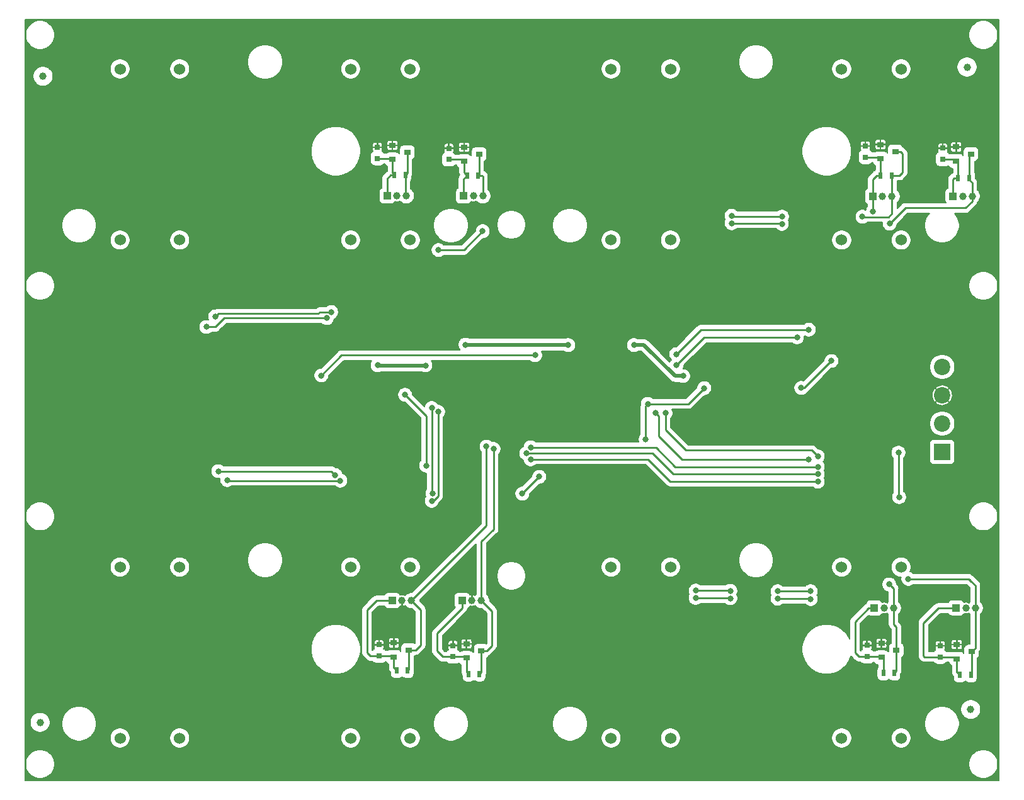
<source format=gbr>
G04 #@! TF.GenerationSoftware,KiCad,Pcbnew,(5.1.2)-2*
G04 #@! TF.CreationDate,2019-10-17T08:09:51+02:00*
G04 #@! TF.ProjectId,StepperClock,53746570-7065-4724-936c-6f636b2e6b69,rev?*
G04 #@! TF.SameCoordinates,Original*
G04 #@! TF.FileFunction,Copper,L2,Bot*
G04 #@! TF.FilePolarity,Positive*
%FSLAX46Y46*%
G04 Gerber Fmt 4.6, Leading zero omitted, Abs format (unit mm)*
G04 Created by KiCad (PCBNEW (5.1.2)-2) date 2019-10-17 08:09:51*
%MOMM*%
%LPD*%
G04 APERTURE LIST*
%ADD10C,1.524000*%
%ADD11C,1.000000*%
%ADD12R,1.000000X1.000000*%
%ADD13C,2.200000*%
%ADD14R,2.200000X2.200000*%
%ADD15R,0.900000X0.800000*%
%ADD16R,0.500000X0.900000*%
%ADD17R,0.750000X0.800000*%
%ADD18C,0.800000*%
%ADD19C,0.250000*%
%ADD20C,0.500000*%
%ADD21C,0.200000*%
G04 APERTURE END LIST*
D10*
X86335800Y-117080740D03*
X86335800Y-140080740D03*
X94335800Y-117080740D03*
X94335800Y-140080740D03*
X117335800Y-117080740D03*
X117335800Y-140080740D03*
X125335800Y-117080740D03*
X125335800Y-140080740D03*
D11*
X201315800Y-122580740D03*
D12*
X198735800Y-122580740D03*
D11*
X200045800Y-122580740D03*
X190315800Y-122580740D03*
D12*
X187735800Y-122580740D03*
D11*
X189045800Y-122580740D03*
X134915800Y-121580740D03*
D12*
X132335800Y-121580740D03*
D11*
X133645800Y-121580740D03*
X125515800Y-121580740D03*
D12*
X122935800Y-121580740D03*
D11*
X124245800Y-121580740D03*
D10*
X86335800Y-50080740D03*
X86335800Y-73080740D03*
X94335800Y-50080740D03*
X94335800Y-73080740D03*
X117335800Y-50080740D03*
X117335800Y-73080740D03*
X125335800Y-50080740D03*
X125335800Y-73080740D03*
X152335800Y-50080740D03*
X152335800Y-73080740D03*
X160335800Y-50080740D03*
X160335800Y-73080740D03*
X183335800Y-50080740D03*
X183335800Y-73080740D03*
X191335800Y-50080740D03*
X191335800Y-73080740D03*
X152335800Y-117080740D03*
X152335800Y-140080740D03*
X160335800Y-117080740D03*
X160335800Y-140080740D03*
X183335800Y-117080740D03*
X183335800Y-140080740D03*
X191335800Y-117080740D03*
X191335800Y-140080740D03*
D11*
X200685800Y-136230740D03*
X75585800Y-137980740D03*
X200210800Y-49830740D03*
X75960800Y-51055740D03*
D13*
X196862800Y-90160740D03*
D14*
X196862800Y-101590740D03*
D13*
X196862800Y-97780740D03*
X196862800Y-93970740D03*
D11*
X124815800Y-67155740D03*
D12*
X122235800Y-67155740D03*
D11*
X123545800Y-67155740D03*
X135090800Y-67155740D03*
D12*
X132510800Y-67155740D03*
D11*
X133820800Y-67155740D03*
X190115800Y-67205740D03*
D12*
X187535800Y-67205740D03*
D11*
X188845800Y-67205740D03*
X200890800Y-67180740D03*
D12*
X198310800Y-67180740D03*
D11*
X199620800Y-67180740D03*
D15*
X188691720Y-129222500D03*
X188691720Y-127322500D03*
X190691720Y-128272500D03*
X198738480Y-62460300D03*
X198738480Y-60560300D03*
X200738480Y-61510300D03*
X198820580Y-129412340D03*
X198820580Y-127512340D03*
X200820580Y-128462340D03*
X132594400Y-62496440D03*
X132594400Y-60596440D03*
X134594400Y-61546440D03*
X123140740Y-129175460D03*
X123140740Y-127275460D03*
X125140740Y-128225460D03*
X122952860Y-62255440D03*
X122952860Y-60355440D03*
X124952860Y-61305440D03*
X132900120Y-129311960D03*
X132900120Y-127411960D03*
X134900120Y-128361960D03*
X188564300Y-62138180D03*
X188564300Y-60238180D03*
X190564300Y-61188180D03*
D16*
X188944260Y-131338280D03*
X190444260Y-131338280D03*
X198985800Y-64780740D03*
X200485800Y-64780740D03*
X199215360Y-131580740D03*
X200715360Y-131580740D03*
X188585800Y-64380740D03*
X190085800Y-64380740D03*
X132985800Y-64380740D03*
X134485800Y-64380740D03*
X123507580Y-131009300D03*
X125007580Y-131009300D03*
X123185800Y-64355740D03*
X124685800Y-64355740D03*
X133160280Y-131486160D03*
X134660280Y-131486160D03*
D17*
X186758020Y-127608860D03*
X186758020Y-129108860D03*
X196935800Y-60714580D03*
X196935800Y-62214580D03*
X196592240Y-127664080D03*
X196592240Y-129164080D03*
X186535800Y-60430740D03*
X186535800Y-61930740D03*
X130535800Y-60760180D03*
X130535800Y-62260180D03*
X121158780Y-127526260D03*
X121158780Y-129026260D03*
X120935800Y-60605740D03*
X120935800Y-62105740D03*
X131095960Y-127634820D03*
X131095960Y-129134820D03*
D18*
X189910800Y-97630740D03*
X80185800Y-49680740D03*
X131210800Y-49705740D03*
X80810800Y-64155740D03*
X81110800Y-83505740D03*
X81035800Y-104905740D03*
X81035800Y-122905740D03*
X89160800Y-129955740D03*
X105935800Y-122905740D03*
X105985800Y-135430740D03*
X128485800Y-135380740D03*
X150960800Y-135430740D03*
X172110800Y-135430740D03*
X194060800Y-135455740D03*
X133985800Y-99455740D03*
X143585800Y-99480740D03*
X134335800Y-90230740D03*
X161585800Y-80755740D03*
X145860800Y-64880740D03*
X164210800Y-64880740D03*
X181710800Y-67030740D03*
X145810800Y-54380740D03*
X171635800Y-54330740D03*
X194135800Y-54330740D03*
X183710800Y-80805740D03*
X157735800Y-109480740D03*
X151010800Y-122680740D03*
X110235800Y-74655740D03*
X119760800Y-78480740D03*
X105910800Y-56230740D03*
X101860800Y-74655740D03*
X96685800Y-81005740D03*
X126685800Y-113430740D03*
X117785800Y-122905740D03*
X121210800Y-142280740D03*
X90035800Y-142405740D03*
X156535800Y-142505740D03*
X187360800Y-142330740D03*
X187335800Y-48155740D03*
X156335800Y-48030740D03*
X121160800Y-47730740D03*
X90460800Y-47655740D03*
X123535800Y-69980740D03*
X199985800Y-125480740D03*
X133635800Y-117955740D03*
X187435800Y-125580740D03*
X138685800Y-94480740D03*
X135085800Y-82830740D03*
X160960800Y-93230740D03*
X187210800Y-116955740D03*
X187535800Y-86155740D03*
X133710800Y-125180740D03*
X123885800Y-125205740D03*
X176310800Y-73955740D03*
X167285800Y-73755740D03*
X168985800Y-117755740D03*
X128010800Y-67705740D03*
X150060800Y-94080740D03*
X137335800Y-63530740D03*
X120960800Y-89930740D03*
X127385800Y-89955740D03*
X132760800Y-87155740D03*
X146585800Y-87205740D03*
X155410800Y-87205740D03*
X162035800Y-91380740D03*
X157288020Y-95130528D03*
X187535800Y-69255740D03*
X164860800Y-93005740D03*
X181960800Y-89355740D03*
X190985647Y-101680740D03*
X191085800Y-107680740D03*
X156985800Y-99880740D03*
X177910800Y-92980740D03*
X140410800Y-107205740D03*
X142685800Y-104930740D03*
X142135800Y-88580740D03*
X113385800Y-91305740D03*
X99135800Y-83380740D03*
X114727165Y-82774333D03*
X97935800Y-84780740D03*
X114135800Y-83580740D03*
X115271435Y-104708329D03*
X99535800Y-104180740D03*
X115935800Y-105455740D03*
X100735800Y-105380740D03*
X129101485Y-96182040D03*
X128234678Y-108175616D03*
X128335800Y-107180740D03*
X128235459Y-95682039D03*
X127485800Y-103430740D03*
X124635800Y-93905740D03*
X136535800Y-101180740D03*
X135587115Y-100864512D03*
X135085800Y-71905740D03*
X129135800Y-74430740D03*
X186135800Y-69955740D03*
X175336432Y-69931067D03*
X168560800Y-69830737D03*
X163735800Y-120230740D03*
X168385800Y-120280740D03*
X174735800Y-120330740D03*
X179160800Y-120330740D03*
X179160800Y-120330740D03*
X179160800Y-120330740D03*
X192310800Y-118680740D03*
X168560800Y-70830740D03*
X175310800Y-70930740D03*
X189810800Y-70880740D03*
X163710800Y-121230740D03*
X168385800Y-121280743D03*
X174735800Y-121330743D03*
X179185800Y-121380740D03*
X189735800Y-119405740D03*
X180135800Y-103580740D03*
X141542260Y-100974280D03*
X180135800Y-104580743D03*
X140935800Y-101780740D03*
X180135800Y-105580746D03*
X141535800Y-102580740D03*
X177335800Y-86180740D03*
X161160800Y-89880740D03*
X178910800Y-85155740D03*
X161110800Y-88455740D03*
X180135800Y-102180740D03*
X159660800Y-96380740D03*
X178920800Y-102565740D03*
X158360800Y-96380740D03*
D19*
X133645800Y-121580740D02*
X133645800Y-118015740D01*
X124245800Y-124845740D02*
X123885800Y-125205740D01*
X124245800Y-121580740D02*
X124245800Y-124845740D01*
D20*
X132760800Y-87155740D02*
X146535800Y-87155740D01*
D19*
X146535800Y-87155740D02*
X146585800Y-87205740D01*
D20*
X155410800Y-87205740D02*
X156735800Y-87205740D01*
X156735800Y-87205740D02*
X160910800Y-91380740D01*
D19*
X120985800Y-89955740D02*
X120960800Y-89930740D01*
D20*
X127385800Y-89955740D02*
X120985800Y-89955740D01*
X160910800Y-91380740D02*
X162035800Y-91380740D01*
D19*
X198572320Y-129164080D02*
X198820580Y-129412340D01*
X196592240Y-129164080D02*
X198572320Y-129164080D01*
X198820580Y-131185960D02*
X199215360Y-131580740D01*
X198820580Y-129412340D02*
X198820580Y-131185960D01*
X188578080Y-129108860D02*
X188691720Y-129222500D01*
X186758020Y-129108860D02*
X188578080Y-129108860D01*
X188944260Y-129475040D02*
X188691720Y-129222500D01*
X188944260Y-131338280D02*
X188944260Y-129475040D01*
X132722980Y-129134820D02*
X132900120Y-129311960D01*
X131095960Y-129134820D02*
X132722980Y-129134820D01*
X132900120Y-131226000D02*
X133160280Y-131486160D01*
X132900120Y-129311960D02*
X132900120Y-131226000D01*
X123140740Y-130642460D02*
X123507580Y-131009300D01*
X123140740Y-129175460D02*
X123140740Y-130642460D01*
X122991540Y-129026260D02*
X123140740Y-129175460D01*
X121158780Y-129026260D02*
X122991540Y-129026260D01*
X131095960Y-129134820D02*
X129689880Y-129134820D01*
X129689880Y-129134820D02*
X128935800Y-128380740D01*
X128935800Y-128380740D02*
X128935800Y-125980740D01*
X132335800Y-122580740D02*
X132335800Y-121580740D01*
X128935800Y-125980740D02*
X132335800Y-122580740D01*
X185663920Y-129108860D02*
X186758020Y-129108860D01*
X185135800Y-128580740D02*
X185663920Y-129108860D01*
X185135800Y-124430740D02*
X185135800Y-128580740D01*
X187735800Y-122580740D02*
X186985800Y-122580740D01*
X186985800Y-122580740D02*
X185135800Y-124430740D01*
X194519140Y-129164080D02*
X196592240Y-129164080D01*
X194335800Y-128980740D02*
X194519140Y-129164080D01*
X194335800Y-124580740D02*
X194335800Y-128980740D01*
X198735800Y-122580740D02*
X196335800Y-122580740D01*
X196335800Y-122580740D02*
X194335800Y-124580740D01*
X198492760Y-62214580D02*
X198738480Y-62460300D01*
X196935800Y-62214580D02*
X198492760Y-62214580D01*
X188356860Y-61930740D02*
X188564300Y-62138180D01*
X186535800Y-61930740D02*
X188356860Y-61930740D01*
X188585800Y-62159680D02*
X188564300Y-62138180D01*
X188585800Y-64380740D02*
X188585800Y-62159680D01*
X198985800Y-62707620D02*
X198738480Y-62460300D01*
X198985800Y-64780740D02*
X198985800Y-62707620D01*
X132358140Y-62260180D02*
X132594400Y-62496440D01*
X130535800Y-62260180D02*
X132358140Y-62260180D01*
X132594400Y-63989340D02*
X132985800Y-64380740D01*
X132594400Y-62496440D02*
X132594400Y-63989340D01*
X122952860Y-64122800D02*
X123185800Y-64355740D01*
X122952860Y-62255440D02*
X122952860Y-64122800D01*
X122803160Y-62105740D02*
X122952860Y-62255440D01*
X120935800Y-62105740D02*
X122803160Y-62105740D01*
X132510800Y-64855740D02*
X132985800Y-64380740D01*
X132510800Y-67155740D02*
X132510800Y-64855740D01*
X122685800Y-64355740D02*
X123185800Y-64355740D01*
X122235800Y-64805740D02*
X122685800Y-64355740D01*
X122235800Y-67155740D02*
X122235800Y-64805740D01*
X188085800Y-64380740D02*
X188585800Y-64380740D01*
X187535800Y-64930740D02*
X188085800Y-64380740D01*
X187535800Y-67205740D02*
X187535800Y-64930740D01*
X198485800Y-64780740D02*
X198985800Y-64780740D01*
X198310800Y-64955740D02*
X198485800Y-64780740D01*
X198310800Y-67180740D02*
X198310800Y-64955740D01*
X187535800Y-67205740D02*
X187535800Y-69255740D01*
X157288020Y-95130528D02*
X162736012Y-95130528D01*
X162736012Y-95130528D02*
X164860800Y-93005740D01*
X190985647Y-101705587D02*
X190985647Y-107580587D01*
X190985647Y-107580587D02*
X191085800Y-107680740D01*
X120810800Y-121580740D02*
X122935800Y-121580740D01*
X119535800Y-122855740D02*
X120810800Y-121580740D01*
X119535800Y-128580740D02*
X119535800Y-122855740D01*
X121158780Y-129026260D02*
X119981320Y-129026260D01*
X119981320Y-129026260D02*
X119535800Y-128580740D01*
X156985800Y-95432748D02*
X157288020Y-95130528D01*
X156985800Y-99880740D02*
X156985800Y-95432748D01*
X181960800Y-89355740D02*
X178335800Y-92980740D01*
X178335800Y-92980740D02*
X177910800Y-92980740D01*
X140410800Y-107205740D02*
X142685800Y-104930740D01*
X117135800Y-88580740D02*
X142135800Y-88580740D01*
X117135800Y-88580740D02*
X116110800Y-88580740D01*
X116110800Y-88580740D02*
X113385800Y-91305740D01*
X112970115Y-82980740D02*
X99535800Y-82980740D01*
X99535800Y-82980740D02*
X99135800Y-83380740D01*
X113869205Y-82774333D02*
X114727165Y-82774333D01*
X112970115Y-82980740D02*
X113176522Y-82774333D01*
X113176522Y-82774333D02*
X113869205Y-82774333D01*
X97935800Y-84780740D02*
X99135800Y-84780740D01*
X99135800Y-84780740D02*
X100335800Y-83580740D01*
X100335800Y-83580740D02*
X114135800Y-83580740D01*
X115271435Y-104708329D02*
X114743846Y-104180740D01*
X114743846Y-104180740D02*
X99535800Y-104180740D01*
X115935800Y-105455740D02*
X100810800Y-105455740D01*
X100810800Y-105455740D02*
X100735800Y-105380740D01*
X128413926Y-108175616D02*
X128234678Y-108175616D01*
X129101485Y-96182040D02*
X129101485Y-107488057D01*
X129101485Y-107488057D02*
X128413926Y-108175616D01*
X128235459Y-107080399D02*
X128335800Y-107180740D01*
X128235459Y-95682039D02*
X128235459Y-107080399D01*
X127485800Y-96755740D02*
X127485800Y-103430740D01*
X124635800Y-93905740D02*
X127485800Y-96755740D01*
X134900120Y-131246320D02*
X134660280Y-131486160D01*
X134900120Y-128361960D02*
X134900120Y-131246320D01*
X136335800Y-123000740D02*
X134915800Y-121580740D01*
X136335800Y-127626280D02*
X136335800Y-123000740D01*
X134900120Y-128361960D02*
X135600120Y-128361960D01*
X135600120Y-128361960D02*
X136335800Y-127626280D01*
X136535800Y-101180740D02*
X136535800Y-111980740D01*
X134915800Y-113600740D02*
X134915800Y-121580740D01*
X136535800Y-111980740D02*
X134915800Y-113600740D01*
X124952860Y-64088680D02*
X124685800Y-64355740D01*
X124952860Y-61305440D02*
X124952860Y-64088680D01*
X124685800Y-67025740D02*
X124815800Y-67155740D01*
X124685800Y-64355740D02*
X124685800Y-67025740D01*
X125140740Y-130876140D02*
X125007580Y-131009300D01*
X125140740Y-128225460D02*
X125140740Y-130876140D01*
X125140740Y-128225460D02*
X126091080Y-128225460D01*
X126091080Y-128225460D02*
X126735800Y-127580740D01*
X126735800Y-122800740D02*
X125515800Y-121580740D01*
X126735800Y-127580740D02*
X126735800Y-122800740D01*
X135587115Y-111509425D02*
X125515800Y-121580740D01*
X135587115Y-100864512D02*
X135587115Y-111509425D01*
X134594400Y-61546440D02*
X134594400Y-64272140D01*
X135090800Y-66448634D02*
X135090800Y-67155740D01*
X135090800Y-64485740D02*
X135090800Y-66448634D01*
X134985800Y-64380740D02*
X135090800Y-64485740D01*
X134485800Y-64380740D02*
X134985800Y-64380740D01*
X135085800Y-71905740D02*
X132560800Y-74430740D01*
X132560800Y-74430740D02*
X129135800Y-74430740D01*
X191264300Y-61188180D02*
X191535800Y-61459680D01*
X190564300Y-61188180D02*
X191264300Y-61188180D01*
X191535800Y-61459680D02*
X191535800Y-63980740D01*
X191135800Y-64380740D02*
X190085800Y-64380740D01*
X191535800Y-63980740D02*
X191135800Y-64380740D01*
X190085800Y-67175740D02*
X190115800Y-67205740D01*
X190085800Y-64380740D02*
X190085800Y-67175740D01*
X190115800Y-69500740D02*
X190115800Y-67205740D01*
X189635800Y-69980740D02*
X190115800Y-69500740D01*
X189635800Y-69980740D02*
X186160800Y-69980740D01*
X186160800Y-69980740D02*
X186135800Y-69955740D01*
X175336432Y-69931067D02*
X168661130Y-69931067D01*
X168661130Y-69931067D02*
X168560800Y-69830737D01*
X200820580Y-131475520D02*
X200715360Y-131580740D01*
X200820580Y-128462340D02*
X200820580Y-131475520D01*
X201315800Y-127967120D02*
X200820580Y-128462340D01*
X201315800Y-122580740D02*
X201315800Y-127967120D01*
X201315800Y-119560740D02*
X201315800Y-122580740D01*
X163735800Y-120230740D02*
X168335800Y-120230740D01*
X168335800Y-120230740D02*
X168385800Y-120280740D01*
X174735800Y-120330740D02*
X179160800Y-120330740D01*
X200435800Y-118680740D02*
X200773300Y-119018240D01*
X200535800Y-118780740D02*
X200773300Y-119018240D01*
X200773300Y-119018240D02*
X201315800Y-119560740D01*
X200435800Y-118680740D02*
X192310800Y-118680740D01*
X200485800Y-61762980D02*
X200738480Y-61510300D01*
X200485800Y-64780740D02*
X200485800Y-61762980D01*
X200890800Y-65385740D02*
X200890800Y-67180740D01*
X200485800Y-64780740D02*
X200485800Y-64980740D01*
X200485800Y-64980740D02*
X200890800Y-65385740D01*
X200890800Y-67180740D02*
X200890800Y-67887846D01*
X168560800Y-70830740D02*
X175210800Y-70830740D01*
X175210800Y-70830740D02*
X175310800Y-70930740D01*
X191910800Y-68780740D02*
X189810800Y-70880740D01*
X199997906Y-68780740D02*
X200890800Y-67887846D01*
X191910800Y-68780740D02*
X199997906Y-68780740D01*
X190691720Y-131090820D02*
X190444260Y-131338280D01*
X190691720Y-128272500D02*
X190691720Y-131090820D01*
X190315800Y-120560740D02*
X190315800Y-122580740D01*
X190315800Y-122580740D02*
X190315800Y-124760740D01*
X190691720Y-125136660D02*
X190691720Y-128272500D01*
X190315800Y-124760740D02*
X190691720Y-125136660D01*
X190315800Y-119960740D02*
X190315800Y-120560740D01*
X189735800Y-119380740D02*
X190315800Y-119960740D01*
X163710800Y-121230740D02*
X168335797Y-121230740D01*
X168335797Y-121230740D02*
X168385800Y-121280743D01*
X174735800Y-121330743D02*
X179135803Y-121330743D01*
X179135803Y-121330743D02*
X179185800Y-121380740D01*
X141542260Y-100974280D02*
X158379340Y-100974280D01*
X158379340Y-100974280D02*
X160985800Y-103580740D01*
X160985800Y-103580740D02*
X180135800Y-103580740D01*
X140935800Y-101780740D02*
X157910800Y-101780740D01*
X160710803Y-104580743D02*
X180135800Y-104580743D01*
X157910800Y-101780740D02*
X160710803Y-104580743D01*
X141535800Y-102580740D02*
X157310800Y-102580740D01*
X160310806Y-105580746D02*
X180135800Y-105580746D01*
X157310800Y-102580740D02*
X160310806Y-105580746D01*
X177335800Y-86180740D02*
X164860800Y-86180740D01*
X164860800Y-86180740D02*
X161160800Y-89880740D01*
X178910800Y-85155740D02*
X164410800Y-85155740D01*
X164410800Y-85155740D02*
X161110800Y-88455740D01*
X179310800Y-101355740D02*
X180135800Y-102180740D01*
X159660800Y-96380740D02*
X159660800Y-98630740D01*
X162385800Y-101355740D02*
X179310800Y-101355740D01*
X159660800Y-98630740D02*
X162385800Y-101355740D01*
X161845800Y-102565740D02*
X178920800Y-102565740D01*
X158760799Y-99480739D02*
X161845800Y-102565740D01*
X158760799Y-96780739D02*
X158760799Y-99480739D01*
X158360800Y-96380740D02*
X158760799Y-96780739D01*
D21*
G36*
X204502800Y-145747740D02*
G01*
X73568800Y-145747740D01*
X73568800Y-143387894D01*
X73627800Y-143387894D01*
X73627800Y-143773586D01*
X73703045Y-144151868D01*
X73850643Y-144508201D01*
X74064922Y-144828892D01*
X74337648Y-145101618D01*
X74658339Y-145315897D01*
X75014672Y-145463495D01*
X75392954Y-145538740D01*
X75778646Y-145538740D01*
X76156928Y-145463495D01*
X76513261Y-145315897D01*
X76833952Y-145101618D01*
X77106678Y-144828892D01*
X77320957Y-144508201D01*
X77468555Y-144151868D01*
X77543800Y-143773586D01*
X77543800Y-143387894D01*
X200427800Y-143387894D01*
X200427800Y-143773586D01*
X200503045Y-144151868D01*
X200650643Y-144508201D01*
X200864922Y-144828892D01*
X201137648Y-145101618D01*
X201458339Y-145315897D01*
X201814672Y-145463495D01*
X202192954Y-145538740D01*
X202578646Y-145538740D01*
X202956928Y-145463495D01*
X203313261Y-145315897D01*
X203633952Y-145101618D01*
X203906678Y-144828892D01*
X204120957Y-144508201D01*
X204268555Y-144151868D01*
X204343800Y-143773586D01*
X204343800Y-143387894D01*
X204268555Y-143009612D01*
X204120957Y-142653279D01*
X203906678Y-142332588D01*
X203633952Y-142059862D01*
X203313261Y-141845583D01*
X202956928Y-141697985D01*
X202578646Y-141622740D01*
X202192954Y-141622740D01*
X201814672Y-141697985D01*
X201458339Y-141845583D01*
X201137648Y-142059862D01*
X200864922Y-142332588D01*
X200650643Y-142653279D01*
X200503045Y-143009612D01*
X200427800Y-143387894D01*
X77543800Y-143387894D01*
X77468555Y-143009612D01*
X77320957Y-142653279D01*
X77106678Y-142332588D01*
X76833952Y-142059862D01*
X76513261Y-141845583D01*
X76156928Y-141697985D01*
X75778646Y-141622740D01*
X75392954Y-141622740D01*
X75014672Y-141697985D01*
X74658339Y-141845583D01*
X74337648Y-142059862D01*
X74064922Y-142332588D01*
X73850643Y-142653279D01*
X73703045Y-143009612D01*
X73627800Y-143387894D01*
X73568800Y-143387894D01*
X73568800Y-137845807D01*
X74215800Y-137845807D01*
X74215800Y-138115673D01*
X74268448Y-138380354D01*
X74371722Y-138629678D01*
X74521651Y-138854064D01*
X74712476Y-139044889D01*
X74936862Y-139194818D01*
X75186186Y-139298092D01*
X75450867Y-139350740D01*
X75720733Y-139350740D01*
X75985414Y-139298092D01*
X76234738Y-139194818D01*
X76459124Y-139044889D01*
X76649949Y-138854064D01*
X76799878Y-138629678D01*
X76903152Y-138380354D01*
X76955800Y-138115673D01*
X76955800Y-137908497D01*
X78467800Y-137908497D01*
X78467800Y-138372983D01*
X78558417Y-138828543D01*
X78736168Y-139257672D01*
X78994222Y-139643877D01*
X79322663Y-139972318D01*
X79708868Y-140230372D01*
X80137997Y-140408123D01*
X80593557Y-140498740D01*
X81058043Y-140498740D01*
X81513603Y-140408123D01*
X81942732Y-140230372D01*
X82328937Y-139972318D01*
X82355448Y-139945807D01*
X84965800Y-139945807D01*
X84965800Y-140215673D01*
X85018448Y-140480354D01*
X85121722Y-140729678D01*
X85271651Y-140954064D01*
X85462476Y-141144889D01*
X85686862Y-141294818D01*
X85936186Y-141398092D01*
X86200867Y-141450740D01*
X86470733Y-141450740D01*
X86735414Y-141398092D01*
X86984738Y-141294818D01*
X87209124Y-141144889D01*
X87399949Y-140954064D01*
X87549878Y-140729678D01*
X87653152Y-140480354D01*
X87705800Y-140215673D01*
X87705800Y-139945807D01*
X92965800Y-139945807D01*
X92965800Y-140215673D01*
X93018448Y-140480354D01*
X93121722Y-140729678D01*
X93271651Y-140954064D01*
X93462476Y-141144889D01*
X93686862Y-141294818D01*
X93936186Y-141398092D01*
X94200867Y-141450740D01*
X94470733Y-141450740D01*
X94735414Y-141398092D01*
X94984738Y-141294818D01*
X95209124Y-141144889D01*
X95399949Y-140954064D01*
X95549878Y-140729678D01*
X95653152Y-140480354D01*
X95705800Y-140215673D01*
X95705800Y-139945807D01*
X115965800Y-139945807D01*
X115965800Y-140215673D01*
X116018448Y-140480354D01*
X116121722Y-140729678D01*
X116271651Y-140954064D01*
X116462476Y-141144889D01*
X116686862Y-141294818D01*
X116936186Y-141398092D01*
X117200867Y-141450740D01*
X117470733Y-141450740D01*
X117735414Y-141398092D01*
X117984738Y-141294818D01*
X118209124Y-141144889D01*
X118399949Y-140954064D01*
X118549878Y-140729678D01*
X118653152Y-140480354D01*
X118705800Y-140215673D01*
X118705800Y-139945807D01*
X123965800Y-139945807D01*
X123965800Y-140215673D01*
X124018448Y-140480354D01*
X124121722Y-140729678D01*
X124271651Y-140954064D01*
X124462476Y-141144889D01*
X124686862Y-141294818D01*
X124936186Y-141398092D01*
X125200867Y-141450740D01*
X125470733Y-141450740D01*
X125735414Y-141398092D01*
X125984738Y-141294818D01*
X126209124Y-141144889D01*
X126399949Y-140954064D01*
X126549878Y-140729678D01*
X126653152Y-140480354D01*
X126705800Y-140215673D01*
X126705800Y-139945807D01*
X126653152Y-139681126D01*
X126549878Y-139431802D01*
X126399949Y-139207416D01*
X126209124Y-139016591D01*
X125984738Y-138866662D01*
X125735414Y-138763388D01*
X125470733Y-138710740D01*
X125200867Y-138710740D01*
X124936186Y-138763388D01*
X124686862Y-138866662D01*
X124462476Y-139016591D01*
X124271651Y-139207416D01*
X124121722Y-139431802D01*
X124018448Y-139681126D01*
X123965800Y-139945807D01*
X118705800Y-139945807D01*
X118653152Y-139681126D01*
X118549878Y-139431802D01*
X118399949Y-139207416D01*
X118209124Y-139016591D01*
X117984738Y-138866662D01*
X117735414Y-138763388D01*
X117470733Y-138710740D01*
X117200867Y-138710740D01*
X116936186Y-138763388D01*
X116686862Y-138866662D01*
X116462476Y-139016591D01*
X116271651Y-139207416D01*
X116121722Y-139431802D01*
X116018448Y-139681126D01*
X115965800Y-139945807D01*
X95705800Y-139945807D01*
X95653152Y-139681126D01*
X95549878Y-139431802D01*
X95399949Y-139207416D01*
X95209124Y-139016591D01*
X94984738Y-138866662D01*
X94735414Y-138763388D01*
X94470733Y-138710740D01*
X94200867Y-138710740D01*
X93936186Y-138763388D01*
X93686862Y-138866662D01*
X93462476Y-139016591D01*
X93271651Y-139207416D01*
X93121722Y-139431802D01*
X93018448Y-139681126D01*
X92965800Y-139945807D01*
X87705800Y-139945807D01*
X87653152Y-139681126D01*
X87549878Y-139431802D01*
X87399949Y-139207416D01*
X87209124Y-139016591D01*
X86984738Y-138866662D01*
X86735414Y-138763388D01*
X86470733Y-138710740D01*
X86200867Y-138710740D01*
X85936186Y-138763388D01*
X85686862Y-138866662D01*
X85462476Y-139016591D01*
X85271651Y-139207416D01*
X85121722Y-139431802D01*
X85018448Y-139681126D01*
X84965800Y-139945807D01*
X82355448Y-139945807D01*
X82657378Y-139643877D01*
X82915432Y-139257672D01*
X83093183Y-138828543D01*
X83183800Y-138372983D01*
X83183800Y-137908497D01*
X128467800Y-137908497D01*
X128467800Y-138372983D01*
X128558417Y-138828543D01*
X128736168Y-139257672D01*
X128994222Y-139643877D01*
X129322663Y-139972318D01*
X129708868Y-140230372D01*
X130137997Y-140408123D01*
X130593557Y-140498740D01*
X131058043Y-140498740D01*
X131513603Y-140408123D01*
X131942732Y-140230372D01*
X132328937Y-139972318D01*
X132657378Y-139643877D01*
X132915432Y-139257672D01*
X133093183Y-138828543D01*
X133183800Y-138372983D01*
X133183800Y-137908497D01*
X144467800Y-137908497D01*
X144467800Y-138372983D01*
X144558417Y-138828543D01*
X144736168Y-139257672D01*
X144994222Y-139643877D01*
X145322663Y-139972318D01*
X145708868Y-140230372D01*
X146137997Y-140408123D01*
X146593557Y-140498740D01*
X147058043Y-140498740D01*
X147513603Y-140408123D01*
X147942732Y-140230372D01*
X148328937Y-139972318D01*
X148355448Y-139945807D01*
X150965800Y-139945807D01*
X150965800Y-140215673D01*
X151018448Y-140480354D01*
X151121722Y-140729678D01*
X151271651Y-140954064D01*
X151462476Y-141144889D01*
X151686862Y-141294818D01*
X151936186Y-141398092D01*
X152200867Y-141450740D01*
X152470733Y-141450740D01*
X152735414Y-141398092D01*
X152984738Y-141294818D01*
X153209124Y-141144889D01*
X153399949Y-140954064D01*
X153549878Y-140729678D01*
X153653152Y-140480354D01*
X153705800Y-140215673D01*
X153705800Y-139945807D01*
X158965800Y-139945807D01*
X158965800Y-140215673D01*
X159018448Y-140480354D01*
X159121722Y-140729678D01*
X159271651Y-140954064D01*
X159462476Y-141144889D01*
X159686862Y-141294818D01*
X159936186Y-141398092D01*
X160200867Y-141450740D01*
X160470733Y-141450740D01*
X160735414Y-141398092D01*
X160984738Y-141294818D01*
X161209124Y-141144889D01*
X161399949Y-140954064D01*
X161549878Y-140729678D01*
X161653152Y-140480354D01*
X161705800Y-140215673D01*
X161705800Y-139945807D01*
X181965800Y-139945807D01*
X181965800Y-140215673D01*
X182018448Y-140480354D01*
X182121722Y-140729678D01*
X182271651Y-140954064D01*
X182462476Y-141144889D01*
X182686862Y-141294818D01*
X182936186Y-141398092D01*
X183200867Y-141450740D01*
X183470733Y-141450740D01*
X183735414Y-141398092D01*
X183984738Y-141294818D01*
X184209124Y-141144889D01*
X184399949Y-140954064D01*
X184549878Y-140729678D01*
X184653152Y-140480354D01*
X184705800Y-140215673D01*
X184705800Y-139945807D01*
X189965800Y-139945807D01*
X189965800Y-140215673D01*
X190018448Y-140480354D01*
X190121722Y-140729678D01*
X190271651Y-140954064D01*
X190462476Y-141144889D01*
X190686862Y-141294818D01*
X190936186Y-141398092D01*
X191200867Y-141450740D01*
X191470733Y-141450740D01*
X191735414Y-141398092D01*
X191984738Y-141294818D01*
X192209124Y-141144889D01*
X192399949Y-140954064D01*
X192549878Y-140729678D01*
X192653152Y-140480354D01*
X192705800Y-140215673D01*
X192705800Y-139945807D01*
X192653152Y-139681126D01*
X192549878Y-139431802D01*
X192399949Y-139207416D01*
X192209124Y-139016591D01*
X191984738Y-138866662D01*
X191735414Y-138763388D01*
X191470733Y-138710740D01*
X191200867Y-138710740D01*
X190936186Y-138763388D01*
X190686862Y-138866662D01*
X190462476Y-139016591D01*
X190271651Y-139207416D01*
X190121722Y-139431802D01*
X190018448Y-139681126D01*
X189965800Y-139945807D01*
X184705800Y-139945807D01*
X184653152Y-139681126D01*
X184549878Y-139431802D01*
X184399949Y-139207416D01*
X184209124Y-139016591D01*
X183984738Y-138866662D01*
X183735414Y-138763388D01*
X183470733Y-138710740D01*
X183200867Y-138710740D01*
X182936186Y-138763388D01*
X182686862Y-138866662D01*
X182462476Y-139016591D01*
X182271651Y-139207416D01*
X182121722Y-139431802D01*
X182018448Y-139681126D01*
X181965800Y-139945807D01*
X161705800Y-139945807D01*
X161653152Y-139681126D01*
X161549878Y-139431802D01*
X161399949Y-139207416D01*
X161209124Y-139016591D01*
X160984738Y-138866662D01*
X160735414Y-138763388D01*
X160470733Y-138710740D01*
X160200867Y-138710740D01*
X159936186Y-138763388D01*
X159686862Y-138866662D01*
X159462476Y-139016591D01*
X159271651Y-139207416D01*
X159121722Y-139431802D01*
X159018448Y-139681126D01*
X158965800Y-139945807D01*
X153705800Y-139945807D01*
X153653152Y-139681126D01*
X153549878Y-139431802D01*
X153399949Y-139207416D01*
X153209124Y-139016591D01*
X152984738Y-138866662D01*
X152735414Y-138763388D01*
X152470733Y-138710740D01*
X152200867Y-138710740D01*
X151936186Y-138763388D01*
X151686862Y-138866662D01*
X151462476Y-139016591D01*
X151271651Y-139207416D01*
X151121722Y-139431802D01*
X151018448Y-139681126D01*
X150965800Y-139945807D01*
X148355448Y-139945807D01*
X148657378Y-139643877D01*
X148915432Y-139257672D01*
X149093183Y-138828543D01*
X149183800Y-138372983D01*
X149183800Y-137908497D01*
X194467800Y-137908497D01*
X194467800Y-138372983D01*
X194558417Y-138828543D01*
X194736168Y-139257672D01*
X194994222Y-139643877D01*
X195322663Y-139972318D01*
X195708868Y-140230372D01*
X196137997Y-140408123D01*
X196593557Y-140498740D01*
X197058043Y-140498740D01*
X197513603Y-140408123D01*
X197942732Y-140230372D01*
X198328937Y-139972318D01*
X198657378Y-139643877D01*
X198915432Y-139257672D01*
X199093183Y-138828543D01*
X199183800Y-138372983D01*
X199183800Y-137908497D01*
X199093183Y-137452937D01*
X198915432Y-137023808D01*
X198657378Y-136637603D01*
X198328937Y-136309162D01*
X198009629Y-136095807D01*
X199315800Y-136095807D01*
X199315800Y-136365673D01*
X199368448Y-136630354D01*
X199471722Y-136879678D01*
X199621651Y-137104064D01*
X199812476Y-137294889D01*
X200036862Y-137444818D01*
X200286186Y-137548092D01*
X200550867Y-137600740D01*
X200820733Y-137600740D01*
X201085414Y-137548092D01*
X201334738Y-137444818D01*
X201559124Y-137294889D01*
X201749949Y-137104064D01*
X201899878Y-136879678D01*
X202003152Y-136630354D01*
X202055800Y-136365673D01*
X202055800Y-136095807D01*
X202003152Y-135831126D01*
X201899878Y-135581802D01*
X201749949Y-135357416D01*
X201559124Y-135166591D01*
X201334738Y-135016662D01*
X201085414Y-134913388D01*
X200820733Y-134860740D01*
X200550867Y-134860740D01*
X200286186Y-134913388D01*
X200036862Y-135016662D01*
X199812476Y-135166591D01*
X199621651Y-135357416D01*
X199471722Y-135581802D01*
X199368448Y-135831126D01*
X199315800Y-136095807D01*
X198009629Y-136095807D01*
X197942732Y-136051108D01*
X197513603Y-135873357D01*
X197058043Y-135782740D01*
X196593557Y-135782740D01*
X196137997Y-135873357D01*
X195708868Y-136051108D01*
X195322663Y-136309162D01*
X194994222Y-136637603D01*
X194736168Y-137023808D01*
X194558417Y-137452937D01*
X194467800Y-137908497D01*
X149183800Y-137908497D01*
X149093183Y-137452937D01*
X148915432Y-137023808D01*
X148657378Y-136637603D01*
X148328937Y-136309162D01*
X147942732Y-136051108D01*
X147513603Y-135873357D01*
X147058043Y-135782740D01*
X146593557Y-135782740D01*
X146137997Y-135873357D01*
X145708868Y-136051108D01*
X145322663Y-136309162D01*
X144994222Y-136637603D01*
X144736168Y-137023808D01*
X144558417Y-137452937D01*
X144467800Y-137908497D01*
X133183800Y-137908497D01*
X133093183Y-137452937D01*
X132915432Y-137023808D01*
X132657378Y-136637603D01*
X132328937Y-136309162D01*
X131942732Y-136051108D01*
X131513603Y-135873357D01*
X131058043Y-135782740D01*
X130593557Y-135782740D01*
X130137997Y-135873357D01*
X129708868Y-136051108D01*
X129322663Y-136309162D01*
X128994222Y-136637603D01*
X128736168Y-137023808D01*
X128558417Y-137452937D01*
X128467800Y-137908497D01*
X83183800Y-137908497D01*
X83093183Y-137452937D01*
X82915432Y-137023808D01*
X82657378Y-136637603D01*
X82328937Y-136309162D01*
X81942732Y-136051108D01*
X81513603Y-135873357D01*
X81058043Y-135782740D01*
X80593557Y-135782740D01*
X80137997Y-135873357D01*
X79708868Y-136051108D01*
X79322663Y-136309162D01*
X78994222Y-136637603D01*
X78736168Y-137023808D01*
X78558417Y-137452937D01*
X78467800Y-137908497D01*
X76955800Y-137908497D01*
X76955800Y-137845807D01*
X76903152Y-137581126D01*
X76799878Y-137331802D01*
X76649949Y-137107416D01*
X76459124Y-136916591D01*
X76234738Y-136766662D01*
X75985414Y-136663388D01*
X75720733Y-136610740D01*
X75450867Y-136610740D01*
X75186186Y-136663388D01*
X74936862Y-136766662D01*
X74712476Y-136916591D01*
X74521651Y-137107416D01*
X74371722Y-137331802D01*
X74268448Y-137581126D01*
X74215800Y-137845807D01*
X73568800Y-137845807D01*
X73568800Y-127810006D01*
X111977800Y-127810006D01*
X111977800Y-128471474D01*
X112106846Y-129120232D01*
X112359979Y-129731349D01*
X112727471Y-130281340D01*
X113195200Y-130749069D01*
X113745191Y-131116561D01*
X114356308Y-131369694D01*
X115005066Y-131498740D01*
X115666534Y-131498740D01*
X116315292Y-131369694D01*
X116926409Y-131116561D01*
X117476400Y-130749069D01*
X117944129Y-130281340D01*
X118311621Y-129731349D01*
X118564754Y-129120232D01*
X118693800Y-128471474D01*
X118693800Y-127810006D01*
X118564754Y-127161248D01*
X118311621Y-126550131D01*
X117944129Y-126000140D01*
X117476400Y-125532411D01*
X116926409Y-125164919D01*
X116315292Y-124911786D01*
X115666534Y-124782740D01*
X115005066Y-124782740D01*
X114356308Y-124911786D01*
X113745191Y-125164919D01*
X113195200Y-125532411D01*
X112727471Y-126000140D01*
X112359979Y-126550131D01*
X112106846Y-127161248D01*
X111977800Y-127810006D01*
X73568800Y-127810006D01*
X73568800Y-122855740D01*
X118799254Y-122855740D01*
X118802801Y-122891752D01*
X118802800Y-128544738D01*
X118799254Y-128580740D01*
X118813407Y-128724433D01*
X118824791Y-128761960D01*
X118855320Y-128862603D01*
X118923384Y-128989942D01*
X119014983Y-129101556D01*
X119042951Y-129124509D01*
X119437547Y-129519105D01*
X119460503Y-129547077D01*
X119572117Y-129638676D01*
X119699456Y-129706740D01*
X119795713Y-129735939D01*
X119837626Y-129748653D01*
X119981319Y-129762806D01*
X120017321Y-129759260D01*
X120272369Y-129759260D01*
X120275801Y-129765681D01*
X120351779Y-129858261D01*
X120444359Y-129934239D01*
X120549983Y-129990696D01*
X120664591Y-130025462D01*
X120783780Y-130037201D01*
X121533780Y-130037201D01*
X121652969Y-130025462D01*
X121767577Y-129990696D01*
X121873201Y-129934239D01*
X121965781Y-129858261D01*
X122041759Y-129765681D01*
X122045191Y-129759260D01*
X122111138Y-129759260D01*
X122126304Y-129809257D01*
X122182761Y-129914881D01*
X122258739Y-130007461D01*
X122351319Y-130083439D01*
X122407741Y-130113597D01*
X122407741Y-130606448D01*
X122404194Y-130642460D01*
X122418347Y-130786153D01*
X122460261Y-130924324D01*
X122528325Y-131051663D01*
X122619924Y-131163277D01*
X122646639Y-131185201D01*
X122646639Y-131459300D01*
X122658378Y-131578489D01*
X122693144Y-131693097D01*
X122749601Y-131798721D01*
X122825579Y-131891301D01*
X122918159Y-131967279D01*
X123023783Y-132023736D01*
X123138391Y-132058502D01*
X123257580Y-132070241D01*
X123757580Y-132070241D01*
X123876769Y-132058502D01*
X123991377Y-132023736D01*
X124097001Y-131967279D01*
X124189581Y-131891301D01*
X124257580Y-131808443D01*
X124325579Y-131891301D01*
X124418159Y-131967279D01*
X124523783Y-132023736D01*
X124638391Y-132058502D01*
X124757580Y-132070241D01*
X125257580Y-132070241D01*
X125376769Y-132058502D01*
X125491377Y-132023736D01*
X125597001Y-131967279D01*
X125689581Y-131891301D01*
X125765559Y-131798721D01*
X125822016Y-131693097D01*
X125856782Y-131578489D01*
X125868521Y-131459300D01*
X125868521Y-130965130D01*
X125873740Y-130912142D01*
X125877286Y-130876140D01*
X125873740Y-130840138D01*
X125873740Y-129163597D01*
X125930161Y-129133439D01*
X126022741Y-129057461D01*
X126098719Y-128964881D01*
X126100766Y-128961052D01*
X126170100Y-128954223D01*
X126234773Y-128947853D01*
X126372944Y-128905940D01*
X126500283Y-128837876D01*
X126611897Y-128746277D01*
X126634853Y-128718305D01*
X127228650Y-128124508D01*
X127256616Y-128101557D01*
X127348216Y-127989943D01*
X127416280Y-127862604D01*
X127430339Y-127816257D01*
X127458193Y-127724434D01*
X127472346Y-127580740D01*
X127468800Y-127544738D01*
X127468800Y-122836744D01*
X127472346Y-122800740D01*
X127458194Y-122657047D01*
X127416280Y-122518876D01*
X127391017Y-122471612D01*
X127348216Y-122391537D01*
X127256617Y-122279923D01*
X127228645Y-122256967D01*
X126623800Y-121652122D01*
X126623800Y-121509358D01*
X134182800Y-113950359D01*
X134182801Y-120746790D01*
X134055160Y-120874431D01*
X134046189Y-120887857D01*
X133959482Y-120840597D01*
X133809060Y-120793622D01*
X133652364Y-120776896D01*
X133495416Y-120791061D01*
X133387371Y-120822874D01*
X133343779Y-120741319D01*
X133267801Y-120648739D01*
X133175221Y-120572761D01*
X133069597Y-120516304D01*
X132954989Y-120481538D01*
X132835800Y-120469799D01*
X131835800Y-120469799D01*
X131716611Y-120481538D01*
X131602003Y-120516304D01*
X131496379Y-120572761D01*
X131403799Y-120648739D01*
X131327821Y-120741319D01*
X131271364Y-120846943D01*
X131236598Y-120961551D01*
X131224859Y-121080740D01*
X131224859Y-122080740D01*
X131236598Y-122199929D01*
X131271364Y-122314537D01*
X131327821Y-122420161D01*
X131387293Y-122492628D01*
X128442950Y-125436972D01*
X128414984Y-125459923D01*
X128323385Y-125571537D01*
X128277450Y-125657476D01*
X128255321Y-125698876D01*
X128213407Y-125837047D01*
X128199254Y-125980740D01*
X128202801Y-126016752D01*
X128202800Y-128344738D01*
X128199254Y-128380740D01*
X128213407Y-128524433D01*
X128221668Y-128551665D01*
X128255320Y-128662603D01*
X128323384Y-128789942D01*
X128414983Y-128901556D01*
X128442950Y-128924508D01*
X129146111Y-129627670D01*
X129169063Y-129655637D01*
X129280677Y-129747236D01*
X129408016Y-129815300D01*
X129495574Y-129841860D01*
X129546186Y-129857213D01*
X129689879Y-129871366D01*
X129725881Y-129867820D01*
X130209549Y-129867820D01*
X130212981Y-129874241D01*
X130288959Y-129966821D01*
X130381539Y-130042799D01*
X130487163Y-130099256D01*
X130601771Y-130134022D01*
X130720960Y-130145761D01*
X131470960Y-130145761D01*
X131590149Y-130134022D01*
X131704757Y-130099256D01*
X131810381Y-130042799D01*
X131898778Y-129970254D01*
X131942141Y-130051381D01*
X132018119Y-130143961D01*
X132110699Y-130219939D01*
X132167120Y-130250097D01*
X132167121Y-131189988D01*
X132163574Y-131226000D01*
X132177727Y-131369693D01*
X132211787Y-131481972D01*
X132219641Y-131507864D01*
X132287705Y-131635203D01*
X132299339Y-131649379D01*
X132299339Y-131936160D01*
X132311078Y-132055349D01*
X132345844Y-132169957D01*
X132402301Y-132275581D01*
X132478279Y-132368161D01*
X132570859Y-132444139D01*
X132676483Y-132500596D01*
X132791091Y-132535362D01*
X132910280Y-132547101D01*
X133410280Y-132547101D01*
X133529469Y-132535362D01*
X133644077Y-132500596D01*
X133749701Y-132444139D01*
X133842281Y-132368161D01*
X133910280Y-132285303D01*
X133978279Y-132368161D01*
X134070859Y-132444139D01*
X134176483Y-132500596D01*
X134291091Y-132535362D01*
X134410280Y-132547101D01*
X134910280Y-132547101D01*
X135029469Y-132535362D01*
X135144077Y-132500596D01*
X135249701Y-132444139D01*
X135342281Y-132368161D01*
X135418259Y-132275581D01*
X135474716Y-132169957D01*
X135509482Y-132055349D01*
X135521221Y-131936160D01*
X135521221Y-131639274D01*
X135580600Y-131528184D01*
X135622513Y-131390013D01*
X135624063Y-131374282D01*
X135636666Y-131246320D01*
X135633120Y-131210318D01*
X135633120Y-129300097D01*
X135689541Y-129269939D01*
X135782121Y-129193961D01*
X135858099Y-129101381D01*
X135892651Y-129036738D01*
X136009323Y-128974376D01*
X136120937Y-128882777D01*
X136143893Y-128854805D01*
X136828650Y-128170048D01*
X136856616Y-128147097D01*
X136948216Y-128035483D01*
X137016280Y-127908144D01*
X137030094Y-127862604D01*
X137046049Y-127810006D01*
X177977800Y-127810006D01*
X177977800Y-128471474D01*
X178106846Y-129120232D01*
X178359979Y-129731349D01*
X178727471Y-130281340D01*
X179195200Y-130749069D01*
X179745191Y-131116561D01*
X180356308Y-131369694D01*
X181005066Y-131498740D01*
X181666534Y-131498740D01*
X182315292Y-131369694D01*
X182926409Y-131116561D01*
X183476400Y-130749069D01*
X183944129Y-130281340D01*
X184311621Y-129731349D01*
X184564754Y-129120232D01*
X184577543Y-129055935D01*
X184614984Y-129101557D01*
X184642950Y-129124508D01*
X185120151Y-129601710D01*
X185143103Y-129629677D01*
X185254717Y-129721276D01*
X185382056Y-129789340D01*
X185467633Y-129815299D01*
X185520226Y-129831253D01*
X185663919Y-129845406D01*
X185699921Y-129841860D01*
X185871609Y-129841860D01*
X185875041Y-129848281D01*
X185951019Y-129940861D01*
X186043599Y-130016839D01*
X186149223Y-130073296D01*
X186263831Y-130108062D01*
X186383020Y-130119801D01*
X187133020Y-130119801D01*
X187252209Y-130108062D01*
X187366817Y-130073296D01*
X187472441Y-130016839D01*
X187565021Y-129940861D01*
X187640999Y-129848281D01*
X187644431Y-129841860D01*
X187672905Y-129841860D01*
X187677284Y-129856297D01*
X187733741Y-129961921D01*
X187809719Y-130054501D01*
X187902299Y-130130479D01*
X188007923Y-130186936D01*
X188122531Y-130221702D01*
X188211261Y-130230441D01*
X188211260Y-130518421D01*
X188186281Y-130548859D01*
X188129824Y-130654483D01*
X188095058Y-130769091D01*
X188083319Y-130888280D01*
X188083319Y-131788280D01*
X188095058Y-131907469D01*
X188129824Y-132022077D01*
X188186281Y-132127701D01*
X188262259Y-132220281D01*
X188354839Y-132296259D01*
X188460463Y-132352716D01*
X188575071Y-132387482D01*
X188694260Y-132399221D01*
X189194260Y-132399221D01*
X189313449Y-132387482D01*
X189428057Y-132352716D01*
X189533681Y-132296259D01*
X189626261Y-132220281D01*
X189694260Y-132137423D01*
X189762259Y-132220281D01*
X189854839Y-132296259D01*
X189960463Y-132352716D01*
X190075071Y-132387482D01*
X190194260Y-132399221D01*
X190694260Y-132399221D01*
X190813449Y-132387482D01*
X190928057Y-132352716D01*
X191033681Y-132296259D01*
X191126261Y-132220281D01*
X191202239Y-132127701D01*
X191258696Y-132022077D01*
X191293462Y-131907469D01*
X191305201Y-131788280D01*
X191305201Y-131498031D01*
X191372200Y-131372684D01*
X191407936Y-131254876D01*
X191414113Y-131234514D01*
X191428266Y-131090821D01*
X191424720Y-131054819D01*
X191424720Y-129210637D01*
X191481141Y-129180479D01*
X191573721Y-129104501D01*
X191649699Y-129011921D01*
X191706156Y-128906297D01*
X191740922Y-128791689D01*
X191752661Y-128672500D01*
X191752661Y-127872500D01*
X191740922Y-127753311D01*
X191706156Y-127638703D01*
X191649699Y-127533079D01*
X191573721Y-127440499D01*
X191481141Y-127364521D01*
X191424720Y-127334363D01*
X191424720Y-125172661D01*
X191428266Y-125136659D01*
X191414113Y-124992966D01*
X191372200Y-124854797D01*
X191372200Y-124854796D01*
X191304136Y-124727457D01*
X191212536Y-124615843D01*
X191184570Y-124592892D01*
X191048800Y-124457122D01*
X191048800Y-123414689D01*
X191176440Y-123287049D01*
X191297697Y-123105575D01*
X191381220Y-122903932D01*
X191423800Y-122689868D01*
X191423800Y-122471612D01*
X191381220Y-122257548D01*
X191297697Y-122055905D01*
X191176440Y-121874431D01*
X191048800Y-121746791D01*
X191048800Y-119996742D01*
X191052346Y-119960740D01*
X191038193Y-119817046D01*
X190996280Y-119678876D01*
X190980847Y-119650003D01*
X190928216Y-119551537D01*
X190836616Y-119439923D01*
X190808650Y-119416972D01*
X190743800Y-119352122D01*
X190743800Y-119306461D01*
X190705063Y-119111717D01*
X190629078Y-118928273D01*
X190518765Y-118763178D01*
X190378362Y-118622775D01*
X190213267Y-118512462D01*
X190029823Y-118436477D01*
X189835079Y-118397740D01*
X189636521Y-118397740D01*
X189441777Y-118436477D01*
X189258333Y-118512462D01*
X189093238Y-118622775D01*
X188952835Y-118763178D01*
X188842522Y-118928273D01*
X188766537Y-119111717D01*
X188727800Y-119306461D01*
X188727800Y-119505019D01*
X188766537Y-119699763D01*
X188842522Y-119883207D01*
X188952835Y-120048302D01*
X189093238Y-120188705D01*
X189258333Y-120299018D01*
X189441777Y-120375003D01*
X189582800Y-120403054D01*
X189582800Y-120524739D01*
X189582801Y-121746790D01*
X189455160Y-121874431D01*
X189446189Y-121887857D01*
X189359482Y-121840597D01*
X189209060Y-121793622D01*
X189052364Y-121776896D01*
X188895416Y-121791061D01*
X188787371Y-121822874D01*
X188743779Y-121741319D01*
X188667801Y-121648739D01*
X188575221Y-121572761D01*
X188469597Y-121516304D01*
X188354989Y-121481538D01*
X188235800Y-121469799D01*
X187235800Y-121469799D01*
X187116611Y-121481538D01*
X187002003Y-121516304D01*
X186896379Y-121572761D01*
X186803799Y-121648739D01*
X186727821Y-121741319D01*
X186671364Y-121846943D01*
X186645757Y-121931357D01*
X186576597Y-121968324D01*
X186464983Y-122059923D01*
X186442032Y-122087889D01*
X184642950Y-123886971D01*
X184614983Y-123909924D01*
X184523384Y-124021538D01*
X184455320Y-124148877D01*
X184427702Y-124239924D01*
X184413407Y-124287047D01*
X184399254Y-124430740D01*
X184402800Y-124466742D01*
X184402801Y-126770258D01*
X184311621Y-126550131D01*
X183944129Y-126000140D01*
X183476400Y-125532411D01*
X182926409Y-125164919D01*
X182315292Y-124911786D01*
X181666534Y-124782740D01*
X181005066Y-124782740D01*
X180356308Y-124911786D01*
X179745191Y-125164919D01*
X179195200Y-125532411D01*
X178727471Y-126000140D01*
X178359979Y-126550131D01*
X178106846Y-127161248D01*
X177977800Y-127810006D01*
X137046049Y-127810006D01*
X137058193Y-127769974D01*
X137072346Y-127626280D01*
X137068800Y-127590278D01*
X137068800Y-123036741D01*
X137072346Y-123000739D01*
X137058193Y-122857046D01*
X137041113Y-122800740D01*
X137016280Y-122718876D01*
X136948216Y-122591537D01*
X136856617Y-122479923D01*
X136828651Y-122456972D01*
X136023800Y-121652122D01*
X136023800Y-121471612D01*
X135981220Y-121257548D01*
X135928994Y-121131461D01*
X162702800Y-121131461D01*
X162702800Y-121330019D01*
X162741537Y-121524763D01*
X162817522Y-121708207D01*
X162927835Y-121873302D01*
X163068238Y-122013705D01*
X163233333Y-122124018D01*
X163416777Y-122200003D01*
X163611521Y-122238740D01*
X163810079Y-122238740D01*
X164004823Y-122200003D01*
X164188267Y-122124018D01*
X164353362Y-122013705D01*
X164403327Y-121963740D01*
X167643270Y-121963740D01*
X167743238Y-122063708D01*
X167908333Y-122174021D01*
X168091777Y-122250006D01*
X168286521Y-122288743D01*
X168485079Y-122288743D01*
X168679823Y-122250006D01*
X168863267Y-122174021D01*
X169028362Y-122063708D01*
X169168765Y-121923305D01*
X169279078Y-121758210D01*
X169355063Y-121574766D01*
X169393800Y-121380022D01*
X169393800Y-121181464D01*
X169355063Y-120986720D01*
X169279078Y-120803276D01*
X169264021Y-120780741D01*
X169279078Y-120758207D01*
X169355063Y-120574763D01*
X169393800Y-120380019D01*
X169393800Y-120231461D01*
X173727800Y-120231461D01*
X173727800Y-120430019D01*
X173766537Y-120624763D01*
X173842522Y-120808207D01*
X173857579Y-120830742D01*
X173842522Y-120853276D01*
X173766537Y-121036720D01*
X173727800Y-121231464D01*
X173727800Y-121430022D01*
X173766537Y-121624766D01*
X173842522Y-121808210D01*
X173952835Y-121973305D01*
X174093238Y-122113708D01*
X174258333Y-122224021D01*
X174441777Y-122300006D01*
X174636521Y-122338743D01*
X174835079Y-122338743D01*
X175029823Y-122300006D01*
X175213267Y-122224021D01*
X175378362Y-122113708D01*
X175428327Y-122063743D01*
X178443276Y-122063743D01*
X178543238Y-122163705D01*
X178708333Y-122274018D01*
X178891777Y-122350003D01*
X179086521Y-122388740D01*
X179285079Y-122388740D01*
X179479823Y-122350003D01*
X179663267Y-122274018D01*
X179828362Y-122163705D01*
X179968765Y-122023302D01*
X180079078Y-121858207D01*
X180155063Y-121674763D01*
X180193800Y-121480019D01*
X180193800Y-121281461D01*
X180155063Y-121086717D01*
X180079078Y-120903273D01*
X180034817Y-120837032D01*
X180054078Y-120808207D01*
X180130063Y-120624763D01*
X180168800Y-120430019D01*
X180168800Y-120231461D01*
X180130063Y-120036717D01*
X180054078Y-119853273D01*
X179943765Y-119688178D01*
X179803362Y-119547775D01*
X179638267Y-119437462D01*
X179454823Y-119361477D01*
X179260079Y-119322740D01*
X179061521Y-119322740D01*
X178866777Y-119361477D01*
X178683333Y-119437462D01*
X178518238Y-119547775D01*
X178468273Y-119597740D01*
X175428327Y-119597740D01*
X175378362Y-119547775D01*
X175213267Y-119437462D01*
X175029823Y-119361477D01*
X174835079Y-119322740D01*
X174636521Y-119322740D01*
X174441777Y-119361477D01*
X174258333Y-119437462D01*
X174093238Y-119547775D01*
X173952835Y-119688178D01*
X173842522Y-119853273D01*
X173766537Y-120036717D01*
X173727800Y-120231461D01*
X169393800Y-120231461D01*
X169393800Y-120181461D01*
X169355063Y-119986717D01*
X169279078Y-119803273D01*
X169168765Y-119638178D01*
X169028362Y-119497775D01*
X168863267Y-119387462D01*
X168679823Y-119311477D01*
X168485079Y-119272740D01*
X168286521Y-119272740D01*
X168091777Y-119311477D01*
X167908333Y-119387462D01*
X167743290Y-119497740D01*
X164428327Y-119497740D01*
X164378362Y-119447775D01*
X164213267Y-119337462D01*
X164029823Y-119261477D01*
X163835079Y-119222740D01*
X163636521Y-119222740D01*
X163441777Y-119261477D01*
X163258333Y-119337462D01*
X163093238Y-119447775D01*
X162952835Y-119588178D01*
X162842522Y-119753273D01*
X162766537Y-119936717D01*
X162727800Y-120131461D01*
X162727800Y-120330019D01*
X162766537Y-120524763D01*
X162842522Y-120708207D01*
X162845078Y-120712032D01*
X162817522Y-120753273D01*
X162741537Y-120936717D01*
X162702800Y-121131461D01*
X135928994Y-121131461D01*
X135897697Y-121055905D01*
X135776440Y-120874431D01*
X135648800Y-120746791D01*
X135648800Y-118062894D01*
X136977800Y-118062894D01*
X136977800Y-118448586D01*
X137053045Y-118826868D01*
X137200643Y-119183201D01*
X137414922Y-119503892D01*
X137687648Y-119776618D01*
X138008339Y-119990897D01*
X138364672Y-120138495D01*
X138742954Y-120213740D01*
X139128646Y-120213740D01*
X139506928Y-120138495D01*
X139863261Y-119990897D01*
X140183952Y-119776618D01*
X140456678Y-119503892D01*
X140670957Y-119183201D01*
X140818555Y-118826868D01*
X140893800Y-118448586D01*
X140893800Y-118062894D01*
X140818555Y-117684612D01*
X140670957Y-117328279D01*
X140456678Y-117007588D01*
X140394897Y-116945807D01*
X150965800Y-116945807D01*
X150965800Y-117215673D01*
X151018448Y-117480354D01*
X151121722Y-117729678D01*
X151271651Y-117954064D01*
X151462476Y-118144889D01*
X151686862Y-118294818D01*
X151936186Y-118398092D01*
X152200867Y-118450740D01*
X152470733Y-118450740D01*
X152735414Y-118398092D01*
X152984738Y-118294818D01*
X153209124Y-118144889D01*
X153399949Y-117954064D01*
X153549878Y-117729678D01*
X153653152Y-117480354D01*
X153705800Y-117215673D01*
X153705800Y-116945807D01*
X158965800Y-116945807D01*
X158965800Y-117215673D01*
X159018448Y-117480354D01*
X159121722Y-117729678D01*
X159271651Y-117954064D01*
X159462476Y-118144889D01*
X159686862Y-118294818D01*
X159936186Y-118398092D01*
X160200867Y-118450740D01*
X160470733Y-118450740D01*
X160735414Y-118398092D01*
X160984738Y-118294818D01*
X161209124Y-118144889D01*
X161399949Y-117954064D01*
X161549878Y-117729678D01*
X161653152Y-117480354D01*
X161705800Y-117215673D01*
X161705800Y-116945807D01*
X161653152Y-116681126D01*
X161549878Y-116431802D01*
X161399949Y-116207416D01*
X161209124Y-116016591D01*
X161047349Y-115908497D01*
X169467800Y-115908497D01*
X169467800Y-116372983D01*
X169558417Y-116828543D01*
X169736168Y-117257672D01*
X169994222Y-117643877D01*
X170322663Y-117972318D01*
X170708868Y-118230372D01*
X171137997Y-118408123D01*
X171593557Y-118498740D01*
X172058043Y-118498740D01*
X172513603Y-118408123D01*
X172942732Y-118230372D01*
X173328937Y-117972318D01*
X173657378Y-117643877D01*
X173915432Y-117257672D01*
X174044610Y-116945807D01*
X181965800Y-116945807D01*
X181965800Y-117215673D01*
X182018448Y-117480354D01*
X182121722Y-117729678D01*
X182271651Y-117954064D01*
X182462476Y-118144889D01*
X182686862Y-118294818D01*
X182936186Y-118398092D01*
X183200867Y-118450740D01*
X183470733Y-118450740D01*
X183735414Y-118398092D01*
X183984738Y-118294818D01*
X184209124Y-118144889D01*
X184399949Y-117954064D01*
X184549878Y-117729678D01*
X184653152Y-117480354D01*
X184705800Y-117215673D01*
X184705800Y-116945807D01*
X189965800Y-116945807D01*
X189965800Y-117215673D01*
X190018448Y-117480354D01*
X190121722Y-117729678D01*
X190271651Y-117954064D01*
X190462476Y-118144889D01*
X190686862Y-118294818D01*
X190936186Y-118398092D01*
X191200867Y-118450740D01*
X191328802Y-118450740D01*
X191302800Y-118581461D01*
X191302800Y-118780019D01*
X191341537Y-118974763D01*
X191417522Y-119158207D01*
X191527835Y-119323302D01*
X191668238Y-119463705D01*
X191833333Y-119574018D01*
X192016777Y-119650003D01*
X192211521Y-119688740D01*
X192410079Y-119688740D01*
X192604823Y-119650003D01*
X192788267Y-119574018D01*
X192953362Y-119463705D01*
X193003327Y-119413740D01*
X200132182Y-119413740D01*
X200582800Y-119864358D01*
X200582801Y-121746790D01*
X200455160Y-121874431D01*
X200446189Y-121887857D01*
X200359482Y-121840597D01*
X200209060Y-121793622D01*
X200052364Y-121776896D01*
X199895416Y-121791061D01*
X199787371Y-121822874D01*
X199743779Y-121741319D01*
X199667801Y-121648739D01*
X199575221Y-121572761D01*
X199469597Y-121516304D01*
X199354989Y-121481538D01*
X199235800Y-121469799D01*
X198235800Y-121469799D01*
X198116611Y-121481538D01*
X198002003Y-121516304D01*
X197896379Y-121572761D01*
X197803799Y-121648739D01*
X197727821Y-121741319D01*
X197671364Y-121846943D01*
X197671122Y-121847740D01*
X196371801Y-121847740D01*
X196335799Y-121844194D01*
X196192106Y-121858347D01*
X196150193Y-121871061D01*
X196053936Y-121900260D01*
X195926597Y-121968324D01*
X195814983Y-122059923D01*
X195792032Y-122087889D01*
X193842950Y-124036971D01*
X193814983Y-124059924D01*
X193723384Y-124171538D01*
X193655320Y-124298877D01*
X193639346Y-124351538D01*
X193613407Y-124437047D01*
X193599254Y-124580740D01*
X193602800Y-124616742D01*
X193602801Y-128944728D01*
X193599254Y-128980740D01*
X193613407Y-129124433D01*
X193647535Y-129236936D01*
X193655321Y-129262604D01*
X193723385Y-129389943D01*
X193814984Y-129501557D01*
X193842951Y-129524509D01*
X193975364Y-129656921D01*
X193998323Y-129684897D01*
X194109937Y-129776496D01*
X194232225Y-129841860D01*
X194237276Y-129844560D01*
X194375446Y-129886473D01*
X194519140Y-129900626D01*
X194555142Y-129897080D01*
X195705829Y-129897080D01*
X195709261Y-129903501D01*
X195785239Y-129996081D01*
X195877819Y-130072059D01*
X195983443Y-130128516D01*
X196098051Y-130163282D01*
X196217240Y-130175021D01*
X196967240Y-130175021D01*
X197086429Y-130163282D01*
X197201037Y-130128516D01*
X197306661Y-130072059D01*
X197399241Y-129996081D01*
X197475219Y-129903501D01*
X197478651Y-129897080D01*
X197767985Y-129897080D01*
X197771378Y-129931529D01*
X197806144Y-130046137D01*
X197862601Y-130151761D01*
X197938579Y-130244341D01*
X198031159Y-130320319D01*
X198087581Y-130350477D01*
X198087581Y-131149948D01*
X198084034Y-131185960D01*
X198098187Y-131329653D01*
X198130765Y-131437046D01*
X198140101Y-131467824D01*
X198208165Y-131595163D01*
X198299764Y-131706777D01*
X198327730Y-131729728D01*
X198354419Y-131756417D01*
X198354419Y-132030740D01*
X198366158Y-132149929D01*
X198400924Y-132264537D01*
X198457381Y-132370161D01*
X198533359Y-132462741D01*
X198625939Y-132538719D01*
X198731563Y-132595176D01*
X198846171Y-132629942D01*
X198965360Y-132641681D01*
X199465360Y-132641681D01*
X199584549Y-132629942D01*
X199699157Y-132595176D01*
X199804781Y-132538719D01*
X199897361Y-132462741D01*
X199965360Y-132379883D01*
X200033359Y-132462741D01*
X200125939Y-132538719D01*
X200231563Y-132595176D01*
X200346171Y-132629942D01*
X200465360Y-132641681D01*
X200965360Y-132641681D01*
X201084549Y-132629942D01*
X201199157Y-132595176D01*
X201304781Y-132538719D01*
X201397361Y-132462741D01*
X201473339Y-132370161D01*
X201529796Y-132264537D01*
X201564562Y-132149929D01*
X201576301Y-132030740D01*
X201576301Y-131130740D01*
X201564562Y-131011551D01*
X201553580Y-130975348D01*
X201553580Y-129400477D01*
X201610001Y-129370319D01*
X201702581Y-129294341D01*
X201778559Y-129201761D01*
X201835016Y-129096137D01*
X201869782Y-128981529D01*
X201881521Y-128862340D01*
X201881521Y-128433221D01*
X201928216Y-128376323D01*
X201996280Y-128248984D01*
X202004490Y-128221920D01*
X202038193Y-128110814D01*
X202052346Y-127967120D01*
X202048800Y-127931118D01*
X202048800Y-123414689D01*
X202176440Y-123287049D01*
X202297697Y-123105575D01*
X202381220Y-122903932D01*
X202423800Y-122689868D01*
X202423800Y-122471612D01*
X202381220Y-122257548D01*
X202297697Y-122055905D01*
X202176440Y-121874431D01*
X202048800Y-121746791D01*
X202048800Y-119596742D01*
X202052346Y-119560740D01*
X202038193Y-119417046D01*
X201996280Y-119278876D01*
X201973922Y-119237047D01*
X201928216Y-119151537D01*
X201836616Y-119039923D01*
X201808650Y-119016972D01*
X200979573Y-118187895D01*
X200956617Y-118159923D01*
X200845003Y-118068324D01*
X200717664Y-118000260D01*
X200579493Y-117958347D01*
X200471802Y-117947740D01*
X200435800Y-117944194D01*
X200399798Y-117947740D01*
X193003327Y-117947740D01*
X192953362Y-117897775D01*
X192788267Y-117787462D01*
X192604823Y-117711477D01*
X192561026Y-117702765D01*
X192653152Y-117480354D01*
X192705800Y-117215673D01*
X192705800Y-116945807D01*
X192653152Y-116681126D01*
X192549878Y-116431802D01*
X192399949Y-116207416D01*
X192209124Y-116016591D01*
X191984738Y-115866662D01*
X191735414Y-115763388D01*
X191470733Y-115710740D01*
X191200867Y-115710740D01*
X190936186Y-115763388D01*
X190686862Y-115866662D01*
X190462476Y-116016591D01*
X190271651Y-116207416D01*
X190121722Y-116431802D01*
X190018448Y-116681126D01*
X189965800Y-116945807D01*
X184705800Y-116945807D01*
X184653152Y-116681126D01*
X184549878Y-116431802D01*
X184399949Y-116207416D01*
X184209124Y-116016591D01*
X183984738Y-115866662D01*
X183735414Y-115763388D01*
X183470733Y-115710740D01*
X183200867Y-115710740D01*
X182936186Y-115763388D01*
X182686862Y-115866662D01*
X182462476Y-116016591D01*
X182271651Y-116207416D01*
X182121722Y-116431802D01*
X182018448Y-116681126D01*
X181965800Y-116945807D01*
X174044610Y-116945807D01*
X174093183Y-116828543D01*
X174183800Y-116372983D01*
X174183800Y-115908497D01*
X174093183Y-115452937D01*
X173915432Y-115023808D01*
X173657378Y-114637603D01*
X173328937Y-114309162D01*
X172942732Y-114051108D01*
X172513603Y-113873357D01*
X172058043Y-113782740D01*
X171593557Y-113782740D01*
X171137997Y-113873357D01*
X170708868Y-114051108D01*
X170322663Y-114309162D01*
X169994222Y-114637603D01*
X169736168Y-115023808D01*
X169558417Y-115452937D01*
X169467800Y-115908497D01*
X161047349Y-115908497D01*
X160984738Y-115866662D01*
X160735414Y-115763388D01*
X160470733Y-115710740D01*
X160200867Y-115710740D01*
X159936186Y-115763388D01*
X159686862Y-115866662D01*
X159462476Y-116016591D01*
X159271651Y-116207416D01*
X159121722Y-116431802D01*
X159018448Y-116681126D01*
X158965800Y-116945807D01*
X153705800Y-116945807D01*
X153653152Y-116681126D01*
X153549878Y-116431802D01*
X153399949Y-116207416D01*
X153209124Y-116016591D01*
X152984738Y-115866662D01*
X152735414Y-115763388D01*
X152470733Y-115710740D01*
X152200867Y-115710740D01*
X151936186Y-115763388D01*
X151686862Y-115866662D01*
X151462476Y-116016591D01*
X151271651Y-116207416D01*
X151121722Y-116431802D01*
X151018448Y-116681126D01*
X150965800Y-116945807D01*
X140394897Y-116945807D01*
X140183952Y-116734862D01*
X139863261Y-116520583D01*
X139506928Y-116372985D01*
X139128646Y-116297740D01*
X138742954Y-116297740D01*
X138364672Y-116372985D01*
X138008339Y-116520583D01*
X137687648Y-116734862D01*
X137414922Y-117007588D01*
X137200643Y-117328279D01*
X137053045Y-117684612D01*
X136977800Y-118062894D01*
X135648800Y-118062894D01*
X135648800Y-113904358D01*
X137028645Y-112524513D01*
X137056617Y-112501557D01*
X137148216Y-112389943D01*
X137216280Y-112262604D01*
X137245479Y-112166347D01*
X137258193Y-112124434D01*
X137272346Y-111980740D01*
X137268800Y-111944738D01*
X137268800Y-110062894D01*
X200427800Y-110062894D01*
X200427800Y-110448586D01*
X200503045Y-110826868D01*
X200650643Y-111183201D01*
X200864922Y-111503892D01*
X201137648Y-111776618D01*
X201458339Y-111990897D01*
X201814672Y-112138495D01*
X202192954Y-112213740D01*
X202578646Y-112213740D01*
X202956928Y-112138495D01*
X203313261Y-111990897D01*
X203633952Y-111776618D01*
X203906678Y-111503892D01*
X204120957Y-111183201D01*
X204268555Y-110826868D01*
X204343800Y-110448586D01*
X204343800Y-110062894D01*
X204268555Y-109684612D01*
X204120957Y-109328279D01*
X203906678Y-109007588D01*
X203633952Y-108734862D01*
X203313261Y-108520583D01*
X202956928Y-108372985D01*
X202578646Y-108297740D01*
X202192954Y-108297740D01*
X201814672Y-108372985D01*
X201458339Y-108520583D01*
X201137648Y-108734862D01*
X200864922Y-109007588D01*
X200650643Y-109328279D01*
X200503045Y-109684612D01*
X200427800Y-110062894D01*
X137268800Y-110062894D01*
X137268800Y-107106461D01*
X139402800Y-107106461D01*
X139402800Y-107305019D01*
X139441537Y-107499763D01*
X139517522Y-107683207D01*
X139627835Y-107848302D01*
X139768238Y-107988705D01*
X139933333Y-108099018D01*
X140116777Y-108175003D01*
X140311521Y-108213740D01*
X140510079Y-108213740D01*
X140704823Y-108175003D01*
X140888267Y-108099018D01*
X141053362Y-107988705D01*
X141193765Y-107848302D01*
X141304078Y-107683207D01*
X141380063Y-107499763D01*
X141418800Y-107305019D01*
X141418800Y-107234358D01*
X142714418Y-105938740D01*
X142785079Y-105938740D01*
X142979823Y-105900003D01*
X143163267Y-105824018D01*
X143328362Y-105713705D01*
X143468765Y-105573302D01*
X143579078Y-105408207D01*
X143655063Y-105224763D01*
X143693800Y-105030019D01*
X143693800Y-104831461D01*
X143655063Y-104636717D01*
X143579078Y-104453273D01*
X143468765Y-104288178D01*
X143328362Y-104147775D01*
X143163267Y-104037462D01*
X142979823Y-103961477D01*
X142785079Y-103922740D01*
X142586521Y-103922740D01*
X142391777Y-103961477D01*
X142208333Y-104037462D01*
X142043238Y-104147775D01*
X141902835Y-104288178D01*
X141792522Y-104453273D01*
X141716537Y-104636717D01*
X141677800Y-104831461D01*
X141677800Y-104902122D01*
X140382182Y-106197740D01*
X140311521Y-106197740D01*
X140116777Y-106236477D01*
X139933333Y-106312462D01*
X139768238Y-106422775D01*
X139627835Y-106563178D01*
X139517522Y-106728273D01*
X139441537Y-106911717D01*
X139402800Y-107106461D01*
X137268800Y-107106461D01*
X137268800Y-101873267D01*
X137318765Y-101823302D01*
X137413540Y-101681461D01*
X139927800Y-101681461D01*
X139927800Y-101880019D01*
X139966537Y-102074763D01*
X140042522Y-102258207D01*
X140152835Y-102423302D01*
X140293238Y-102563705D01*
X140458333Y-102674018D01*
X140532737Y-102704837D01*
X140566537Y-102874763D01*
X140642522Y-103058207D01*
X140752835Y-103223302D01*
X140893238Y-103363705D01*
X141058333Y-103474018D01*
X141241777Y-103550003D01*
X141436521Y-103588740D01*
X141635079Y-103588740D01*
X141829823Y-103550003D01*
X142013267Y-103474018D01*
X142178362Y-103363705D01*
X142228327Y-103313740D01*
X157007182Y-103313740D01*
X159767038Y-106073597D01*
X159789989Y-106101563D01*
X159901603Y-106193162D01*
X160028942Y-106261226D01*
X160115432Y-106287462D01*
X160167112Y-106303139D01*
X160310805Y-106317292D01*
X160346807Y-106313746D01*
X179443273Y-106313746D01*
X179493238Y-106363711D01*
X179658333Y-106474024D01*
X179841777Y-106550009D01*
X180036521Y-106588746D01*
X180235079Y-106588746D01*
X180429823Y-106550009D01*
X180613267Y-106474024D01*
X180778362Y-106363711D01*
X180918765Y-106223308D01*
X181029078Y-106058213D01*
X181105063Y-105874769D01*
X181143800Y-105680025D01*
X181143800Y-105481467D01*
X181105063Y-105286723D01*
X181029078Y-105103279D01*
X181014021Y-105080745D01*
X181029078Y-105058210D01*
X181105063Y-104874766D01*
X181143800Y-104680022D01*
X181143800Y-104481464D01*
X181105063Y-104286720D01*
X181029078Y-104103276D01*
X181014021Y-104080741D01*
X181029078Y-104058207D01*
X181105063Y-103874763D01*
X181143800Y-103680019D01*
X181143800Y-103481461D01*
X181105063Y-103286717D01*
X181029078Y-103103273D01*
X180918765Y-102938178D01*
X180861327Y-102880740D01*
X180918765Y-102823302D01*
X181029078Y-102658207D01*
X181105063Y-102474763D01*
X181143800Y-102280019D01*
X181143800Y-102081461D01*
X181105063Y-101886717D01*
X181029078Y-101703273D01*
X180947686Y-101581461D01*
X189977647Y-101581461D01*
X189977647Y-101780019D01*
X190016384Y-101974763D01*
X190092369Y-102158207D01*
X190202682Y-102323302D01*
X190252647Y-102373267D01*
X190252648Y-107113288D01*
X190192522Y-107203273D01*
X190116537Y-107386717D01*
X190077800Y-107581461D01*
X190077800Y-107780019D01*
X190116537Y-107974763D01*
X190192522Y-108158207D01*
X190302835Y-108323302D01*
X190443238Y-108463705D01*
X190608333Y-108574018D01*
X190791777Y-108650003D01*
X190986521Y-108688740D01*
X191185079Y-108688740D01*
X191379823Y-108650003D01*
X191563267Y-108574018D01*
X191728362Y-108463705D01*
X191868765Y-108323302D01*
X191979078Y-108158207D01*
X192055063Y-107974763D01*
X192093800Y-107780019D01*
X192093800Y-107581461D01*
X192055063Y-107386717D01*
X191979078Y-107203273D01*
X191868765Y-107038178D01*
X191728362Y-106897775D01*
X191718647Y-106891284D01*
X191718647Y-102373267D01*
X191768612Y-102323302D01*
X191878925Y-102158207D01*
X191954910Y-101974763D01*
X191993647Y-101780019D01*
X191993647Y-101581461D01*
X191954910Y-101386717D01*
X191878925Y-101203273D01*
X191768612Y-101038178D01*
X191628209Y-100897775D01*
X191463114Y-100787462D01*
X191279670Y-100711477D01*
X191084926Y-100672740D01*
X190886368Y-100672740D01*
X190691624Y-100711477D01*
X190508180Y-100787462D01*
X190343085Y-100897775D01*
X190202682Y-101038178D01*
X190092369Y-101203273D01*
X190016384Y-101386717D01*
X189977647Y-101581461D01*
X180947686Y-101581461D01*
X180918765Y-101538178D01*
X180778362Y-101397775D01*
X180613267Y-101287462D01*
X180429823Y-101211477D01*
X180235079Y-101172740D01*
X180164418Y-101172740D01*
X179854573Y-100862894D01*
X179831617Y-100834923D01*
X179720003Y-100743324D01*
X179592664Y-100675260D01*
X179454493Y-100633347D01*
X179346802Y-100622740D01*
X179310800Y-100619194D01*
X179274798Y-100622740D01*
X162689418Y-100622740D01*
X162557418Y-100490740D01*
X195151859Y-100490740D01*
X195151859Y-102690740D01*
X195163598Y-102809929D01*
X195198364Y-102924537D01*
X195254821Y-103030161D01*
X195330799Y-103122741D01*
X195423379Y-103198719D01*
X195529003Y-103255176D01*
X195643611Y-103289942D01*
X195762800Y-103301681D01*
X197962800Y-103301681D01*
X198081989Y-103289942D01*
X198196597Y-103255176D01*
X198302221Y-103198719D01*
X198394801Y-103122741D01*
X198470779Y-103030161D01*
X198527236Y-102924537D01*
X198562002Y-102809929D01*
X198573741Y-102690740D01*
X198573741Y-100490740D01*
X198562002Y-100371551D01*
X198527236Y-100256943D01*
X198470779Y-100151319D01*
X198394801Y-100058739D01*
X198302221Y-99982761D01*
X198196597Y-99926304D01*
X198081989Y-99891538D01*
X197962800Y-99879799D01*
X195762800Y-99879799D01*
X195643611Y-99891538D01*
X195529003Y-99926304D01*
X195423379Y-99982761D01*
X195330799Y-100058739D01*
X195254821Y-100151319D01*
X195198364Y-100256943D01*
X195163598Y-100371551D01*
X195151859Y-100490740D01*
X162557418Y-100490740D01*
X160393800Y-98327122D01*
X160393800Y-97612517D01*
X195154800Y-97612517D01*
X195154800Y-97948963D01*
X195220438Y-98278945D01*
X195349190Y-98589781D01*
X195536110Y-98869526D01*
X195774014Y-99107430D01*
X196053759Y-99294350D01*
X196364595Y-99423102D01*
X196694577Y-99488740D01*
X197031023Y-99488740D01*
X197361005Y-99423102D01*
X197671841Y-99294350D01*
X197951586Y-99107430D01*
X198189490Y-98869526D01*
X198376410Y-98589781D01*
X198505162Y-98278945D01*
X198570800Y-97948963D01*
X198570800Y-97612517D01*
X198505162Y-97282535D01*
X198376410Y-96971699D01*
X198189490Y-96691954D01*
X197951586Y-96454050D01*
X197671841Y-96267130D01*
X197361005Y-96138378D01*
X197031023Y-96072740D01*
X196694577Y-96072740D01*
X196364595Y-96138378D01*
X196053759Y-96267130D01*
X195774014Y-96454050D01*
X195536110Y-96691954D01*
X195349190Y-96971699D01*
X195220438Y-97282535D01*
X195154800Y-97612517D01*
X160393800Y-97612517D01*
X160393800Y-97073267D01*
X160443765Y-97023302D01*
X160554078Y-96858207D01*
X160630063Y-96674763D01*
X160668800Y-96480019D01*
X160668800Y-96281461D01*
X160630063Y-96086717D01*
X160554078Y-95903273D01*
X160527521Y-95863528D01*
X162700010Y-95863528D01*
X162736012Y-95867074D01*
X162879705Y-95852921D01*
X163017876Y-95811008D01*
X163145215Y-95742944D01*
X163256829Y-95651345D01*
X163279785Y-95623373D01*
X163973200Y-94929958D01*
X195938937Y-94929958D01*
X196056275Y-95123359D01*
X196296637Y-95258557D01*
X196558756Y-95344265D01*
X196832559Y-95377189D01*
X197107525Y-95356064D01*
X197373086Y-95281702D01*
X197619037Y-95156960D01*
X197669325Y-95123359D01*
X197786663Y-94929958D01*
X196862800Y-94006095D01*
X195938937Y-94929958D01*
X163973200Y-94929958D01*
X164889419Y-94013740D01*
X164960079Y-94013740D01*
X165154823Y-93975003D01*
X165338267Y-93899018D01*
X165503362Y-93788705D01*
X165643765Y-93648302D01*
X165754078Y-93483207D01*
X165830063Y-93299763D01*
X165868800Y-93105019D01*
X165868800Y-92906461D01*
X165863828Y-92881461D01*
X176902800Y-92881461D01*
X176902800Y-93080019D01*
X176941537Y-93274763D01*
X177017522Y-93458207D01*
X177127835Y-93623302D01*
X177268238Y-93763705D01*
X177433333Y-93874018D01*
X177616777Y-93950003D01*
X177811521Y-93988740D01*
X178010079Y-93988740D01*
X178204823Y-93950003D01*
X178227767Y-93940499D01*
X195456351Y-93940499D01*
X195477476Y-94215465D01*
X195551838Y-94481026D01*
X195676580Y-94726977D01*
X195710181Y-94777265D01*
X195903582Y-94894603D01*
X196827445Y-93970740D01*
X196898155Y-93970740D01*
X197822018Y-94894603D01*
X198015419Y-94777265D01*
X198150617Y-94536903D01*
X198236325Y-94274784D01*
X198269249Y-94000981D01*
X198248124Y-93726015D01*
X198173762Y-93460454D01*
X198049020Y-93214503D01*
X198015419Y-93164215D01*
X197822018Y-93046877D01*
X196898155Y-93970740D01*
X196827445Y-93970740D01*
X195903582Y-93046877D01*
X195710181Y-93164215D01*
X195574983Y-93404577D01*
X195489275Y-93666696D01*
X195456351Y-93940499D01*
X178227767Y-93940499D01*
X178388267Y-93874018D01*
X178553362Y-93763705D01*
X178693765Y-93623302D01*
X178696632Y-93619011D01*
X178745003Y-93593156D01*
X178856617Y-93501557D01*
X178879573Y-93473585D01*
X179341636Y-93011522D01*
X195938937Y-93011522D01*
X196862800Y-93935385D01*
X197786663Y-93011522D01*
X197669325Y-92818121D01*
X197428963Y-92682923D01*
X197166844Y-92597215D01*
X196893041Y-92564291D01*
X196618075Y-92585416D01*
X196352514Y-92659778D01*
X196106563Y-92784520D01*
X196056275Y-92818121D01*
X195938937Y-93011522D01*
X179341636Y-93011522D01*
X181989419Y-90363740D01*
X182060079Y-90363740D01*
X182254823Y-90325003D01*
X182438267Y-90249018D01*
X182603362Y-90138705D01*
X182743765Y-89998302D01*
X182747630Y-89992517D01*
X195154800Y-89992517D01*
X195154800Y-90328963D01*
X195220438Y-90658945D01*
X195349190Y-90969781D01*
X195536110Y-91249526D01*
X195774014Y-91487430D01*
X196053759Y-91674350D01*
X196364595Y-91803102D01*
X196694577Y-91868740D01*
X197031023Y-91868740D01*
X197361005Y-91803102D01*
X197671841Y-91674350D01*
X197951586Y-91487430D01*
X198189490Y-91249526D01*
X198376410Y-90969781D01*
X198505162Y-90658945D01*
X198570800Y-90328963D01*
X198570800Y-89992517D01*
X198505162Y-89662535D01*
X198376410Y-89351699D01*
X198189490Y-89071954D01*
X197951586Y-88834050D01*
X197671841Y-88647130D01*
X197361005Y-88518378D01*
X197031023Y-88452740D01*
X196694577Y-88452740D01*
X196364595Y-88518378D01*
X196053759Y-88647130D01*
X195774014Y-88834050D01*
X195536110Y-89071954D01*
X195349190Y-89351699D01*
X195220438Y-89662535D01*
X195154800Y-89992517D01*
X182747630Y-89992517D01*
X182854078Y-89833207D01*
X182930063Y-89649763D01*
X182968800Y-89455019D01*
X182968800Y-89256461D01*
X182930063Y-89061717D01*
X182854078Y-88878273D01*
X182743765Y-88713178D01*
X182603362Y-88572775D01*
X182438267Y-88462462D01*
X182254823Y-88386477D01*
X182060079Y-88347740D01*
X181861521Y-88347740D01*
X181666777Y-88386477D01*
X181483333Y-88462462D01*
X181318238Y-88572775D01*
X181177835Y-88713178D01*
X181067522Y-88878273D01*
X180991537Y-89061717D01*
X180952800Y-89256461D01*
X180952800Y-89327121D01*
X178249810Y-92030111D01*
X178204823Y-92011477D01*
X178010079Y-91972740D01*
X177811521Y-91972740D01*
X177616777Y-92011477D01*
X177433333Y-92087462D01*
X177268238Y-92197775D01*
X177127835Y-92338178D01*
X177017522Y-92503273D01*
X176941537Y-92686717D01*
X176902800Y-92881461D01*
X165863828Y-92881461D01*
X165830063Y-92711717D01*
X165754078Y-92528273D01*
X165643765Y-92363178D01*
X165503362Y-92222775D01*
X165338267Y-92112462D01*
X165154823Y-92036477D01*
X164960079Y-91997740D01*
X164761521Y-91997740D01*
X164566777Y-92036477D01*
X164383333Y-92112462D01*
X164218238Y-92222775D01*
X164077835Y-92363178D01*
X163967522Y-92528273D01*
X163891537Y-92711717D01*
X163852800Y-92906461D01*
X163852800Y-92977121D01*
X162432394Y-94397528D01*
X157980547Y-94397528D01*
X157930582Y-94347563D01*
X157765487Y-94237250D01*
X157582043Y-94161265D01*
X157387299Y-94122528D01*
X157188741Y-94122528D01*
X156993997Y-94161265D01*
X156810553Y-94237250D01*
X156645458Y-94347563D01*
X156505055Y-94487966D01*
X156394742Y-94653061D01*
X156318757Y-94836505D01*
X156280020Y-95031249D01*
X156280020Y-95229807D01*
X156280559Y-95232514D01*
X156263407Y-95289055D01*
X156249254Y-95432748D01*
X156252801Y-95468760D01*
X156252800Y-99188213D01*
X156202835Y-99238178D01*
X156092522Y-99403273D01*
X156016537Y-99586717D01*
X155977800Y-99781461D01*
X155977800Y-99980019D01*
X156016537Y-100174763D01*
X156044089Y-100241280D01*
X142234787Y-100241280D01*
X142184822Y-100191315D01*
X142019727Y-100081002D01*
X141836283Y-100005017D01*
X141641539Y-99966280D01*
X141442981Y-99966280D01*
X141248237Y-100005017D01*
X141064793Y-100081002D01*
X140899698Y-100191315D01*
X140759295Y-100331718D01*
X140648982Y-100496813D01*
X140572997Y-100680257D01*
X140538376Y-100854307D01*
X140458333Y-100887462D01*
X140293238Y-100997775D01*
X140152835Y-101138178D01*
X140042522Y-101303273D01*
X139966537Y-101486717D01*
X139927800Y-101681461D01*
X137413540Y-101681461D01*
X137429078Y-101658207D01*
X137505063Y-101474763D01*
X137543800Y-101280019D01*
X137543800Y-101081461D01*
X137505063Y-100886717D01*
X137429078Y-100703273D01*
X137318765Y-100538178D01*
X137178362Y-100397775D01*
X137013267Y-100287462D01*
X136829823Y-100211477D01*
X136635079Y-100172740D01*
X136436521Y-100172740D01*
X136340058Y-100191928D01*
X136229677Y-100081547D01*
X136064582Y-99971234D01*
X135881138Y-99895249D01*
X135686394Y-99856512D01*
X135487836Y-99856512D01*
X135293092Y-99895249D01*
X135109648Y-99971234D01*
X134944553Y-100081547D01*
X134804150Y-100221950D01*
X134693837Y-100387045D01*
X134617852Y-100570489D01*
X134579115Y-100765233D01*
X134579115Y-100963791D01*
X134617852Y-101158535D01*
X134693837Y-101341979D01*
X134804150Y-101507074D01*
X134854115Y-101557039D01*
X134854116Y-111205805D01*
X125587182Y-120472740D01*
X125406672Y-120472740D01*
X125192608Y-120515320D01*
X124990965Y-120598843D01*
X124809491Y-120720100D01*
X124655160Y-120874431D01*
X124646189Y-120887857D01*
X124559482Y-120840597D01*
X124409060Y-120793622D01*
X124252364Y-120776896D01*
X124095416Y-120791061D01*
X123987371Y-120822874D01*
X123943779Y-120741319D01*
X123867801Y-120648739D01*
X123775221Y-120572761D01*
X123669597Y-120516304D01*
X123554989Y-120481538D01*
X123435800Y-120469799D01*
X122435800Y-120469799D01*
X122316611Y-120481538D01*
X122202003Y-120516304D01*
X122096379Y-120572761D01*
X122003799Y-120648739D01*
X121927821Y-120741319D01*
X121871364Y-120846943D01*
X121871122Y-120847740D01*
X120846801Y-120847740D01*
X120810799Y-120844194D01*
X120667106Y-120858347D01*
X120625193Y-120871061D01*
X120528936Y-120900260D01*
X120401597Y-120968324D01*
X120289983Y-121059923D01*
X120267033Y-121087888D01*
X119042950Y-122311972D01*
X119014984Y-122334923D01*
X118923385Y-122446537D01*
X118884719Y-122518876D01*
X118855321Y-122573876D01*
X118813407Y-122712047D01*
X118799254Y-122855740D01*
X73568800Y-122855740D01*
X73568800Y-116945807D01*
X84965800Y-116945807D01*
X84965800Y-117215673D01*
X85018448Y-117480354D01*
X85121722Y-117729678D01*
X85271651Y-117954064D01*
X85462476Y-118144889D01*
X85686862Y-118294818D01*
X85936186Y-118398092D01*
X86200867Y-118450740D01*
X86470733Y-118450740D01*
X86735414Y-118398092D01*
X86984738Y-118294818D01*
X87209124Y-118144889D01*
X87399949Y-117954064D01*
X87549878Y-117729678D01*
X87653152Y-117480354D01*
X87705800Y-117215673D01*
X87705800Y-116945807D01*
X92965800Y-116945807D01*
X92965800Y-117215673D01*
X93018448Y-117480354D01*
X93121722Y-117729678D01*
X93271651Y-117954064D01*
X93462476Y-118144889D01*
X93686862Y-118294818D01*
X93936186Y-118398092D01*
X94200867Y-118450740D01*
X94470733Y-118450740D01*
X94735414Y-118398092D01*
X94984738Y-118294818D01*
X95209124Y-118144889D01*
X95399949Y-117954064D01*
X95549878Y-117729678D01*
X95653152Y-117480354D01*
X95705800Y-117215673D01*
X95705800Y-116945807D01*
X95653152Y-116681126D01*
X95549878Y-116431802D01*
X95399949Y-116207416D01*
X95209124Y-116016591D01*
X95047349Y-115908497D01*
X103467800Y-115908497D01*
X103467800Y-116372983D01*
X103558417Y-116828543D01*
X103736168Y-117257672D01*
X103994222Y-117643877D01*
X104322663Y-117972318D01*
X104708868Y-118230372D01*
X105137997Y-118408123D01*
X105593557Y-118498740D01*
X106058043Y-118498740D01*
X106513603Y-118408123D01*
X106942732Y-118230372D01*
X107328937Y-117972318D01*
X107657378Y-117643877D01*
X107915432Y-117257672D01*
X108044610Y-116945807D01*
X115965800Y-116945807D01*
X115965800Y-117215673D01*
X116018448Y-117480354D01*
X116121722Y-117729678D01*
X116271651Y-117954064D01*
X116462476Y-118144889D01*
X116686862Y-118294818D01*
X116936186Y-118398092D01*
X117200867Y-118450740D01*
X117470733Y-118450740D01*
X117735414Y-118398092D01*
X117984738Y-118294818D01*
X118209124Y-118144889D01*
X118399949Y-117954064D01*
X118549878Y-117729678D01*
X118653152Y-117480354D01*
X118705800Y-117215673D01*
X118705800Y-116945807D01*
X123965800Y-116945807D01*
X123965800Y-117215673D01*
X124018448Y-117480354D01*
X124121722Y-117729678D01*
X124271651Y-117954064D01*
X124462476Y-118144889D01*
X124686862Y-118294818D01*
X124936186Y-118398092D01*
X125200867Y-118450740D01*
X125470733Y-118450740D01*
X125735414Y-118398092D01*
X125984738Y-118294818D01*
X126209124Y-118144889D01*
X126399949Y-117954064D01*
X126549878Y-117729678D01*
X126653152Y-117480354D01*
X126705800Y-117215673D01*
X126705800Y-116945807D01*
X126653152Y-116681126D01*
X126549878Y-116431802D01*
X126399949Y-116207416D01*
X126209124Y-116016591D01*
X125984738Y-115866662D01*
X125735414Y-115763388D01*
X125470733Y-115710740D01*
X125200867Y-115710740D01*
X124936186Y-115763388D01*
X124686862Y-115866662D01*
X124462476Y-116016591D01*
X124271651Y-116207416D01*
X124121722Y-116431802D01*
X124018448Y-116681126D01*
X123965800Y-116945807D01*
X118705800Y-116945807D01*
X118653152Y-116681126D01*
X118549878Y-116431802D01*
X118399949Y-116207416D01*
X118209124Y-116016591D01*
X117984738Y-115866662D01*
X117735414Y-115763388D01*
X117470733Y-115710740D01*
X117200867Y-115710740D01*
X116936186Y-115763388D01*
X116686862Y-115866662D01*
X116462476Y-116016591D01*
X116271651Y-116207416D01*
X116121722Y-116431802D01*
X116018448Y-116681126D01*
X115965800Y-116945807D01*
X108044610Y-116945807D01*
X108093183Y-116828543D01*
X108183800Y-116372983D01*
X108183800Y-115908497D01*
X108093183Y-115452937D01*
X107915432Y-115023808D01*
X107657378Y-114637603D01*
X107328937Y-114309162D01*
X106942732Y-114051108D01*
X106513603Y-113873357D01*
X106058043Y-113782740D01*
X105593557Y-113782740D01*
X105137997Y-113873357D01*
X104708868Y-114051108D01*
X104322663Y-114309162D01*
X103994222Y-114637603D01*
X103736168Y-115023808D01*
X103558417Y-115452937D01*
X103467800Y-115908497D01*
X95047349Y-115908497D01*
X94984738Y-115866662D01*
X94735414Y-115763388D01*
X94470733Y-115710740D01*
X94200867Y-115710740D01*
X93936186Y-115763388D01*
X93686862Y-115866662D01*
X93462476Y-116016591D01*
X93271651Y-116207416D01*
X93121722Y-116431802D01*
X93018448Y-116681126D01*
X92965800Y-116945807D01*
X87705800Y-116945807D01*
X87653152Y-116681126D01*
X87549878Y-116431802D01*
X87399949Y-116207416D01*
X87209124Y-116016591D01*
X86984738Y-115866662D01*
X86735414Y-115763388D01*
X86470733Y-115710740D01*
X86200867Y-115710740D01*
X85936186Y-115763388D01*
X85686862Y-115866662D01*
X85462476Y-116016591D01*
X85271651Y-116207416D01*
X85121722Y-116431802D01*
X85018448Y-116681126D01*
X84965800Y-116945807D01*
X73568800Y-116945807D01*
X73568800Y-110062894D01*
X73627800Y-110062894D01*
X73627800Y-110448586D01*
X73703045Y-110826868D01*
X73850643Y-111183201D01*
X74064922Y-111503892D01*
X74337648Y-111776618D01*
X74658339Y-111990897D01*
X75014672Y-112138495D01*
X75392954Y-112213740D01*
X75778646Y-112213740D01*
X76156928Y-112138495D01*
X76513261Y-111990897D01*
X76833952Y-111776618D01*
X77106678Y-111503892D01*
X77320957Y-111183201D01*
X77468555Y-110826868D01*
X77543800Y-110448586D01*
X77543800Y-110062894D01*
X77468555Y-109684612D01*
X77320957Y-109328279D01*
X77106678Y-109007588D01*
X76833952Y-108734862D01*
X76513261Y-108520583D01*
X76156928Y-108372985D01*
X75778646Y-108297740D01*
X75392954Y-108297740D01*
X75014672Y-108372985D01*
X74658339Y-108520583D01*
X74337648Y-108734862D01*
X74064922Y-109007588D01*
X73850643Y-109328279D01*
X73703045Y-109684612D01*
X73627800Y-110062894D01*
X73568800Y-110062894D01*
X73568800Y-104081461D01*
X98527800Y-104081461D01*
X98527800Y-104280019D01*
X98566537Y-104474763D01*
X98642522Y-104658207D01*
X98752835Y-104823302D01*
X98893238Y-104963705D01*
X99058333Y-105074018D01*
X99241777Y-105150003D01*
X99436521Y-105188740D01*
X99635079Y-105188740D01*
X99750823Y-105165717D01*
X99727800Y-105281461D01*
X99727800Y-105480019D01*
X99766537Y-105674763D01*
X99842522Y-105858207D01*
X99952835Y-106023302D01*
X100093238Y-106163705D01*
X100258333Y-106274018D01*
X100441777Y-106350003D01*
X100636521Y-106388740D01*
X100835079Y-106388740D01*
X101029823Y-106350003D01*
X101213267Y-106274018D01*
X101340894Y-106188740D01*
X115243273Y-106188740D01*
X115293238Y-106238705D01*
X115458333Y-106349018D01*
X115641777Y-106425003D01*
X115836521Y-106463740D01*
X116035079Y-106463740D01*
X116229823Y-106425003D01*
X116413267Y-106349018D01*
X116578362Y-106238705D01*
X116718765Y-106098302D01*
X116829078Y-105933207D01*
X116905063Y-105749763D01*
X116943800Y-105555019D01*
X116943800Y-105356461D01*
X116905063Y-105161717D01*
X116829078Y-104978273D01*
X116718765Y-104813178D01*
X116578362Y-104672775D01*
X116413267Y-104562462D01*
X116257319Y-104497866D01*
X116240698Y-104414306D01*
X116164713Y-104230862D01*
X116054400Y-104065767D01*
X115913997Y-103925364D01*
X115748902Y-103815051D01*
X115565458Y-103739066D01*
X115370714Y-103700329D01*
X115300053Y-103700329D01*
X115287619Y-103687895D01*
X115264663Y-103659923D01*
X115153049Y-103568324D01*
X115025710Y-103500260D01*
X114887539Y-103458347D01*
X114779848Y-103447740D01*
X114743846Y-103444194D01*
X114707844Y-103447740D01*
X100228327Y-103447740D01*
X100178362Y-103397775D01*
X100013267Y-103287462D01*
X99829823Y-103211477D01*
X99635079Y-103172740D01*
X99436521Y-103172740D01*
X99241777Y-103211477D01*
X99058333Y-103287462D01*
X98893238Y-103397775D01*
X98752835Y-103538178D01*
X98642522Y-103703273D01*
X98566537Y-103886717D01*
X98527800Y-104081461D01*
X73568800Y-104081461D01*
X73568800Y-93806461D01*
X123627800Y-93806461D01*
X123627800Y-94005019D01*
X123666537Y-94199763D01*
X123742522Y-94383207D01*
X123852835Y-94548302D01*
X123993238Y-94688705D01*
X124158333Y-94799018D01*
X124341777Y-94875003D01*
X124536521Y-94913740D01*
X124607182Y-94913740D01*
X126752800Y-97059358D01*
X126752801Y-102738212D01*
X126702835Y-102788178D01*
X126592522Y-102953273D01*
X126516537Y-103136717D01*
X126477800Y-103331461D01*
X126477800Y-103530019D01*
X126516537Y-103724763D01*
X126592522Y-103908207D01*
X126702835Y-104073302D01*
X126843238Y-104213705D01*
X127008333Y-104324018D01*
X127191777Y-104400003D01*
X127386521Y-104438740D01*
X127502460Y-104438740D01*
X127502460Y-106613570D01*
X127442522Y-106703273D01*
X127366537Y-106886717D01*
X127327800Y-107081461D01*
X127327800Y-107280019D01*
X127366537Y-107474763D01*
X127414038Y-107589439D01*
X127341400Y-107698149D01*
X127265415Y-107881593D01*
X127226678Y-108076337D01*
X127226678Y-108274895D01*
X127265415Y-108469639D01*
X127341400Y-108653083D01*
X127451713Y-108818178D01*
X127592116Y-108958581D01*
X127757211Y-109068894D01*
X127940655Y-109144879D01*
X128135399Y-109183616D01*
X128333957Y-109183616D01*
X128528701Y-109144879D01*
X128712145Y-109068894D01*
X128877240Y-108958581D01*
X129017643Y-108818178D01*
X129127956Y-108653083D01*
X129203941Y-108469639D01*
X129215715Y-108410445D01*
X129594335Y-108031826D01*
X129622302Y-108008874D01*
X129713901Y-107897260D01*
X129781965Y-107769921D01*
X129811164Y-107673664D01*
X129823878Y-107631751D01*
X129838031Y-107488058D01*
X129834485Y-107452056D01*
X129834485Y-96874567D01*
X129884450Y-96824602D01*
X129994763Y-96659507D01*
X130070748Y-96476063D01*
X130109485Y-96281319D01*
X130109485Y-96082761D01*
X130070748Y-95888017D01*
X129994763Y-95704573D01*
X129884450Y-95539478D01*
X129744047Y-95399075D01*
X129578952Y-95288762D01*
X129395508Y-95212777D01*
X129200764Y-95174040D01*
X129108336Y-95174040D01*
X129018424Y-95039477D01*
X128878021Y-94899074D01*
X128712926Y-94788761D01*
X128529482Y-94712776D01*
X128334738Y-94674039D01*
X128136180Y-94674039D01*
X127941436Y-94712776D01*
X127757992Y-94788761D01*
X127592897Y-94899074D01*
X127452494Y-95039477D01*
X127342181Y-95204572D01*
X127266196Y-95388016D01*
X127247697Y-95481019D01*
X125643800Y-93877122D01*
X125643800Y-93806461D01*
X125605063Y-93611717D01*
X125529078Y-93428273D01*
X125418765Y-93263178D01*
X125278362Y-93122775D01*
X125113267Y-93012462D01*
X124929823Y-92936477D01*
X124735079Y-92897740D01*
X124536521Y-92897740D01*
X124341777Y-92936477D01*
X124158333Y-93012462D01*
X123993238Y-93122775D01*
X123852835Y-93263178D01*
X123742522Y-93428273D01*
X123666537Y-93611717D01*
X123627800Y-93806461D01*
X73568800Y-93806461D01*
X73568800Y-91206461D01*
X112377800Y-91206461D01*
X112377800Y-91405019D01*
X112416537Y-91599763D01*
X112492522Y-91783207D01*
X112602835Y-91948302D01*
X112743238Y-92088705D01*
X112908333Y-92199018D01*
X113091777Y-92275003D01*
X113286521Y-92313740D01*
X113485079Y-92313740D01*
X113679823Y-92275003D01*
X113863267Y-92199018D01*
X114028362Y-92088705D01*
X114168765Y-91948302D01*
X114279078Y-91783207D01*
X114355063Y-91599763D01*
X114393800Y-91405019D01*
X114393800Y-91334358D01*
X116414418Y-89313740D01*
X120160755Y-89313740D01*
X120067522Y-89453273D01*
X119991537Y-89636717D01*
X119952800Y-89831461D01*
X119952800Y-90030019D01*
X119991537Y-90224763D01*
X120067522Y-90408207D01*
X120177835Y-90573302D01*
X120318238Y-90713705D01*
X120483333Y-90824018D01*
X120666777Y-90900003D01*
X120861521Y-90938740D01*
X121060079Y-90938740D01*
X121254823Y-90900003D01*
X121438267Y-90824018D01*
X121453649Y-90813740D01*
X126855536Y-90813740D01*
X126908333Y-90849018D01*
X127091777Y-90925003D01*
X127286521Y-90963740D01*
X127485079Y-90963740D01*
X127679823Y-90925003D01*
X127863267Y-90849018D01*
X128028362Y-90738705D01*
X128168765Y-90598302D01*
X128279078Y-90433207D01*
X128355063Y-90249763D01*
X128393800Y-90055019D01*
X128393800Y-89856461D01*
X128355063Y-89661717D01*
X128279078Y-89478273D01*
X128169141Y-89313740D01*
X141443273Y-89313740D01*
X141493238Y-89363705D01*
X141658333Y-89474018D01*
X141841777Y-89550003D01*
X142036521Y-89588740D01*
X142235079Y-89588740D01*
X142429823Y-89550003D01*
X142613267Y-89474018D01*
X142778362Y-89363705D01*
X142918765Y-89223302D01*
X143029078Y-89058207D01*
X143105063Y-88874763D01*
X143143800Y-88680019D01*
X143143800Y-88481461D01*
X143105063Y-88286717D01*
X143029078Y-88103273D01*
X142969254Y-88013740D01*
X145980706Y-88013740D01*
X146108333Y-88099018D01*
X146291777Y-88175003D01*
X146486521Y-88213740D01*
X146685079Y-88213740D01*
X146879823Y-88175003D01*
X147063267Y-88099018D01*
X147228362Y-87988705D01*
X147368765Y-87848302D01*
X147479078Y-87683207D01*
X147555063Y-87499763D01*
X147593800Y-87305019D01*
X147593800Y-87106461D01*
X154402800Y-87106461D01*
X154402800Y-87305019D01*
X154441537Y-87499763D01*
X154517522Y-87683207D01*
X154627835Y-87848302D01*
X154768238Y-87988705D01*
X154933333Y-88099018D01*
X155116777Y-88175003D01*
X155311521Y-88213740D01*
X155510079Y-88213740D01*
X155704823Y-88175003D01*
X155888267Y-88099018D01*
X155941064Y-88063740D01*
X156380406Y-88063740D01*
X160274299Y-91957634D01*
X160301167Y-91990373D01*
X160347178Y-92028133D01*
X160431814Y-92097592D01*
X160459634Y-92112462D01*
X160580869Y-92177264D01*
X160742603Y-92226325D01*
X160868654Y-92238740D01*
X160868657Y-92238740D01*
X160910800Y-92242891D01*
X160952943Y-92238740D01*
X161505536Y-92238740D01*
X161558333Y-92274018D01*
X161741777Y-92350003D01*
X161936521Y-92388740D01*
X162135079Y-92388740D01*
X162329823Y-92350003D01*
X162513267Y-92274018D01*
X162678362Y-92163705D01*
X162818765Y-92023302D01*
X162929078Y-91858207D01*
X163005063Y-91674763D01*
X163043800Y-91480019D01*
X163043800Y-91281461D01*
X163005063Y-91086717D01*
X162929078Y-90903273D01*
X162818765Y-90738178D01*
X162678362Y-90597775D01*
X162513267Y-90487462D01*
X162329823Y-90411477D01*
X162135079Y-90372740D01*
X162044367Y-90372740D01*
X162054078Y-90358207D01*
X162130063Y-90174763D01*
X162168800Y-89980019D01*
X162168800Y-89909358D01*
X165164419Y-86913740D01*
X176643273Y-86913740D01*
X176693238Y-86963705D01*
X176858333Y-87074018D01*
X177041777Y-87150003D01*
X177236521Y-87188740D01*
X177435079Y-87188740D01*
X177629823Y-87150003D01*
X177813267Y-87074018D01*
X177978362Y-86963705D01*
X178118765Y-86823302D01*
X178229078Y-86658207D01*
X178305063Y-86474763D01*
X178343800Y-86280019D01*
X178343800Y-86081461D01*
X178322634Y-85975051D01*
X178433333Y-86049018D01*
X178616777Y-86125003D01*
X178811521Y-86163740D01*
X179010079Y-86163740D01*
X179204823Y-86125003D01*
X179388267Y-86049018D01*
X179553362Y-85938705D01*
X179693765Y-85798302D01*
X179804078Y-85633207D01*
X179880063Y-85449763D01*
X179918800Y-85255019D01*
X179918800Y-85056461D01*
X179880063Y-84861717D01*
X179804078Y-84678273D01*
X179693765Y-84513178D01*
X179553362Y-84372775D01*
X179388267Y-84262462D01*
X179204823Y-84186477D01*
X179010079Y-84147740D01*
X178811521Y-84147740D01*
X178616777Y-84186477D01*
X178433333Y-84262462D01*
X178268238Y-84372775D01*
X178218273Y-84422740D01*
X164446802Y-84422740D01*
X164410800Y-84419194D01*
X164267106Y-84433347D01*
X164133030Y-84474018D01*
X164128936Y-84475260D01*
X164001597Y-84543324D01*
X163889983Y-84634923D01*
X163867027Y-84662895D01*
X161082182Y-87447740D01*
X161011521Y-87447740D01*
X160816777Y-87486477D01*
X160633333Y-87562462D01*
X160468238Y-87672775D01*
X160327835Y-87813178D01*
X160217522Y-87978273D01*
X160141537Y-88161717D01*
X160102800Y-88356461D01*
X160102800Y-88555019D01*
X160141537Y-88749763D01*
X160217522Y-88933207D01*
X160327835Y-89098302D01*
X160422773Y-89193240D01*
X160377835Y-89238178D01*
X160267522Y-89403273D01*
X160232142Y-89488687D01*
X157372305Y-86628851D01*
X157345433Y-86596107D01*
X157214785Y-86488888D01*
X157065731Y-86409216D01*
X156903997Y-86360155D01*
X156777946Y-86347740D01*
X156777943Y-86347740D01*
X156735800Y-86343589D01*
X156693657Y-86347740D01*
X155941064Y-86347740D01*
X155888267Y-86312462D01*
X155704823Y-86236477D01*
X155510079Y-86197740D01*
X155311521Y-86197740D01*
X155116777Y-86236477D01*
X154933333Y-86312462D01*
X154768238Y-86422775D01*
X154627835Y-86563178D01*
X154517522Y-86728273D01*
X154441537Y-86911717D01*
X154402800Y-87106461D01*
X147593800Y-87106461D01*
X147555063Y-86911717D01*
X147479078Y-86728273D01*
X147368765Y-86563178D01*
X147228362Y-86422775D01*
X147063267Y-86312462D01*
X146879823Y-86236477D01*
X146685079Y-86197740D01*
X146486521Y-86197740D01*
X146291777Y-86236477D01*
X146143875Y-86297740D01*
X133291064Y-86297740D01*
X133238267Y-86262462D01*
X133054823Y-86186477D01*
X132860079Y-86147740D01*
X132661521Y-86147740D01*
X132466777Y-86186477D01*
X132283333Y-86262462D01*
X132118238Y-86372775D01*
X131977835Y-86513178D01*
X131867522Y-86678273D01*
X131791537Y-86861717D01*
X131752800Y-87056461D01*
X131752800Y-87255019D01*
X131791537Y-87449763D01*
X131867522Y-87633207D01*
X131977835Y-87798302D01*
X132027273Y-87847740D01*
X116146802Y-87847740D01*
X116110800Y-87844194D01*
X115967106Y-87858347D01*
X115925193Y-87871061D01*
X115828936Y-87900260D01*
X115701597Y-87968324D01*
X115589983Y-88059923D01*
X115567027Y-88087895D01*
X113357182Y-90297740D01*
X113286521Y-90297740D01*
X113091777Y-90336477D01*
X112908333Y-90412462D01*
X112743238Y-90522775D01*
X112602835Y-90663178D01*
X112492522Y-90828273D01*
X112416537Y-91011717D01*
X112377800Y-91206461D01*
X73568800Y-91206461D01*
X73568800Y-84681461D01*
X96927800Y-84681461D01*
X96927800Y-84880019D01*
X96966537Y-85074763D01*
X97042522Y-85258207D01*
X97152835Y-85423302D01*
X97293238Y-85563705D01*
X97458333Y-85674018D01*
X97641777Y-85750003D01*
X97836521Y-85788740D01*
X98035079Y-85788740D01*
X98229823Y-85750003D01*
X98413267Y-85674018D01*
X98578362Y-85563705D01*
X98628327Y-85513740D01*
X99099798Y-85513740D01*
X99135800Y-85517286D01*
X99279493Y-85503133D01*
X99288964Y-85500260D01*
X99417664Y-85461220D01*
X99545003Y-85393156D01*
X99656617Y-85301557D01*
X99679573Y-85273585D01*
X100639419Y-84313740D01*
X113443273Y-84313740D01*
X113493238Y-84363705D01*
X113658333Y-84474018D01*
X113841777Y-84550003D01*
X114036521Y-84588740D01*
X114235079Y-84588740D01*
X114429823Y-84550003D01*
X114613267Y-84474018D01*
X114778362Y-84363705D01*
X114918765Y-84223302D01*
X115029078Y-84058207D01*
X115105063Y-83874763D01*
X115141028Y-83693957D01*
X115204632Y-83667611D01*
X115369727Y-83557298D01*
X115510130Y-83416895D01*
X115620443Y-83251800D01*
X115696428Y-83068356D01*
X115735165Y-82873612D01*
X115735165Y-82675054D01*
X115696428Y-82480310D01*
X115620443Y-82296866D01*
X115510130Y-82131771D01*
X115369727Y-81991368D01*
X115204632Y-81881055D01*
X115021188Y-81805070D01*
X114826444Y-81766333D01*
X114627886Y-81766333D01*
X114433142Y-81805070D01*
X114249698Y-81881055D01*
X114084603Y-81991368D01*
X114034638Y-82041333D01*
X113212526Y-82041333D01*
X113176522Y-82037787D01*
X113032829Y-82051939D01*
X112926817Y-82084098D01*
X112894658Y-82093853D01*
X112767319Y-82161917D01*
X112662743Y-82247740D01*
X99571801Y-82247740D01*
X99535799Y-82244194D01*
X99392106Y-82258347D01*
X99350193Y-82271061D01*
X99253936Y-82300260D01*
X99126597Y-82368324D01*
X99121216Y-82372740D01*
X99036521Y-82372740D01*
X98841777Y-82411477D01*
X98658333Y-82487462D01*
X98493238Y-82597775D01*
X98352835Y-82738178D01*
X98242522Y-82903273D01*
X98166537Y-83086717D01*
X98127800Y-83281461D01*
X98127800Y-83480019D01*
X98166537Y-83674763D01*
X98222568Y-83810034D01*
X98035079Y-83772740D01*
X97836521Y-83772740D01*
X97641777Y-83811477D01*
X97458333Y-83887462D01*
X97293238Y-83997775D01*
X97152835Y-84138178D01*
X97042522Y-84303273D01*
X96966537Y-84486717D01*
X96927800Y-84681461D01*
X73568800Y-84681461D01*
X73568800Y-79062894D01*
X73627800Y-79062894D01*
X73627800Y-79448586D01*
X73703045Y-79826868D01*
X73850643Y-80183201D01*
X74064922Y-80503892D01*
X74337648Y-80776618D01*
X74658339Y-80990897D01*
X75014672Y-81138495D01*
X75392954Y-81213740D01*
X75778646Y-81213740D01*
X76156928Y-81138495D01*
X76513261Y-80990897D01*
X76833952Y-80776618D01*
X77106678Y-80503892D01*
X77320957Y-80183201D01*
X77468555Y-79826868D01*
X77543800Y-79448586D01*
X77543800Y-79062894D01*
X200427800Y-79062894D01*
X200427800Y-79448586D01*
X200503045Y-79826868D01*
X200650643Y-80183201D01*
X200864922Y-80503892D01*
X201137648Y-80776618D01*
X201458339Y-80990897D01*
X201814672Y-81138495D01*
X202192954Y-81213740D01*
X202578646Y-81213740D01*
X202956928Y-81138495D01*
X203313261Y-80990897D01*
X203633952Y-80776618D01*
X203906678Y-80503892D01*
X204120957Y-80183201D01*
X204268555Y-79826868D01*
X204343800Y-79448586D01*
X204343800Y-79062894D01*
X204268555Y-78684612D01*
X204120957Y-78328279D01*
X203906678Y-78007588D01*
X203633952Y-77734862D01*
X203313261Y-77520583D01*
X202956928Y-77372985D01*
X202578646Y-77297740D01*
X202192954Y-77297740D01*
X201814672Y-77372985D01*
X201458339Y-77520583D01*
X201137648Y-77734862D01*
X200864922Y-78007588D01*
X200650643Y-78328279D01*
X200503045Y-78684612D01*
X200427800Y-79062894D01*
X77543800Y-79062894D01*
X77468555Y-78684612D01*
X77320957Y-78328279D01*
X77106678Y-78007588D01*
X76833952Y-77734862D01*
X76513261Y-77520583D01*
X76156928Y-77372985D01*
X75778646Y-77297740D01*
X75392954Y-77297740D01*
X75014672Y-77372985D01*
X74658339Y-77520583D01*
X74337648Y-77734862D01*
X74064922Y-78007588D01*
X73850643Y-78328279D01*
X73703045Y-78684612D01*
X73627800Y-79062894D01*
X73568800Y-79062894D01*
X73568800Y-70908497D01*
X78467800Y-70908497D01*
X78467800Y-71372983D01*
X78558417Y-71828543D01*
X78736168Y-72257672D01*
X78994222Y-72643877D01*
X79322663Y-72972318D01*
X79708868Y-73230372D01*
X80137997Y-73408123D01*
X80593557Y-73498740D01*
X81058043Y-73498740D01*
X81513603Y-73408123D01*
X81942732Y-73230372D01*
X82328937Y-72972318D01*
X82355448Y-72945807D01*
X84965800Y-72945807D01*
X84965800Y-73215673D01*
X85018448Y-73480354D01*
X85121722Y-73729678D01*
X85271651Y-73954064D01*
X85462476Y-74144889D01*
X85686862Y-74294818D01*
X85936186Y-74398092D01*
X86200867Y-74450740D01*
X86470733Y-74450740D01*
X86735414Y-74398092D01*
X86984738Y-74294818D01*
X87209124Y-74144889D01*
X87399949Y-73954064D01*
X87549878Y-73729678D01*
X87653152Y-73480354D01*
X87705800Y-73215673D01*
X87705800Y-72945807D01*
X92965800Y-72945807D01*
X92965800Y-73215673D01*
X93018448Y-73480354D01*
X93121722Y-73729678D01*
X93271651Y-73954064D01*
X93462476Y-74144889D01*
X93686862Y-74294818D01*
X93936186Y-74398092D01*
X94200867Y-74450740D01*
X94470733Y-74450740D01*
X94735414Y-74398092D01*
X94984738Y-74294818D01*
X95209124Y-74144889D01*
X95399949Y-73954064D01*
X95549878Y-73729678D01*
X95653152Y-73480354D01*
X95705800Y-73215673D01*
X95705800Y-72945807D01*
X115965800Y-72945807D01*
X115965800Y-73215673D01*
X116018448Y-73480354D01*
X116121722Y-73729678D01*
X116271651Y-73954064D01*
X116462476Y-74144889D01*
X116686862Y-74294818D01*
X116936186Y-74398092D01*
X117200867Y-74450740D01*
X117470733Y-74450740D01*
X117735414Y-74398092D01*
X117984738Y-74294818D01*
X118209124Y-74144889D01*
X118399949Y-73954064D01*
X118549878Y-73729678D01*
X118653152Y-73480354D01*
X118705800Y-73215673D01*
X118705800Y-72945807D01*
X123965800Y-72945807D01*
X123965800Y-73215673D01*
X124018448Y-73480354D01*
X124121722Y-73729678D01*
X124271651Y-73954064D01*
X124462476Y-74144889D01*
X124686862Y-74294818D01*
X124936186Y-74398092D01*
X125200867Y-74450740D01*
X125470733Y-74450740D01*
X125735414Y-74398092D01*
X125896274Y-74331461D01*
X128127800Y-74331461D01*
X128127800Y-74530019D01*
X128166537Y-74724763D01*
X128242522Y-74908207D01*
X128352835Y-75073302D01*
X128493238Y-75213705D01*
X128658333Y-75324018D01*
X128841777Y-75400003D01*
X129036521Y-75438740D01*
X129235079Y-75438740D01*
X129429823Y-75400003D01*
X129613267Y-75324018D01*
X129778362Y-75213705D01*
X129828327Y-75163740D01*
X132524798Y-75163740D01*
X132560800Y-75167286D01*
X132704493Y-75153133D01*
X132842664Y-75111220D01*
X132970003Y-75043156D01*
X133081617Y-74951557D01*
X133104573Y-74923585D01*
X135114419Y-72913740D01*
X135185079Y-72913740D01*
X135379823Y-72875003D01*
X135563267Y-72799018D01*
X135728362Y-72688705D01*
X135868765Y-72548302D01*
X135979078Y-72383207D01*
X136055063Y-72199763D01*
X136093800Y-72005019D01*
X136093800Y-71806461D01*
X136055063Y-71611717D01*
X135979078Y-71428273D01*
X135868765Y-71263178D01*
X135728362Y-71122775D01*
X135563267Y-71012462D01*
X135379823Y-70936477D01*
X135185079Y-70897740D01*
X134986521Y-70897740D01*
X134791777Y-70936477D01*
X134608333Y-71012462D01*
X134443238Y-71122775D01*
X134302835Y-71263178D01*
X134192522Y-71428273D01*
X134116537Y-71611717D01*
X134077800Y-71806461D01*
X134077800Y-71877121D01*
X132257182Y-73697740D01*
X129828327Y-73697740D01*
X129778362Y-73647775D01*
X129613267Y-73537462D01*
X129429823Y-73461477D01*
X129235079Y-73422740D01*
X129036521Y-73422740D01*
X128841777Y-73461477D01*
X128658333Y-73537462D01*
X128493238Y-73647775D01*
X128352835Y-73788178D01*
X128242522Y-73953273D01*
X128166537Y-74136717D01*
X128127800Y-74331461D01*
X125896274Y-74331461D01*
X125984738Y-74294818D01*
X126209124Y-74144889D01*
X126399949Y-73954064D01*
X126549878Y-73729678D01*
X126653152Y-73480354D01*
X126705800Y-73215673D01*
X126705800Y-72945807D01*
X126653152Y-72681126D01*
X126549878Y-72431802D01*
X126399949Y-72207416D01*
X126209124Y-72016591D01*
X125984738Y-71866662D01*
X125735414Y-71763388D01*
X125470733Y-71710740D01*
X125200867Y-71710740D01*
X124936186Y-71763388D01*
X124686862Y-71866662D01*
X124462476Y-72016591D01*
X124271651Y-72207416D01*
X124121722Y-72431802D01*
X124018448Y-72681126D01*
X123965800Y-72945807D01*
X118705800Y-72945807D01*
X118653152Y-72681126D01*
X118549878Y-72431802D01*
X118399949Y-72207416D01*
X118209124Y-72016591D01*
X117984738Y-71866662D01*
X117735414Y-71763388D01*
X117470733Y-71710740D01*
X117200867Y-71710740D01*
X116936186Y-71763388D01*
X116686862Y-71866662D01*
X116462476Y-72016591D01*
X116271651Y-72207416D01*
X116121722Y-72431802D01*
X116018448Y-72681126D01*
X115965800Y-72945807D01*
X95705800Y-72945807D01*
X95653152Y-72681126D01*
X95549878Y-72431802D01*
X95399949Y-72207416D01*
X95209124Y-72016591D01*
X94984738Y-71866662D01*
X94735414Y-71763388D01*
X94470733Y-71710740D01*
X94200867Y-71710740D01*
X93936186Y-71763388D01*
X93686862Y-71866662D01*
X93462476Y-72016591D01*
X93271651Y-72207416D01*
X93121722Y-72431802D01*
X93018448Y-72681126D01*
X92965800Y-72945807D01*
X87705800Y-72945807D01*
X87653152Y-72681126D01*
X87549878Y-72431802D01*
X87399949Y-72207416D01*
X87209124Y-72016591D01*
X86984738Y-71866662D01*
X86735414Y-71763388D01*
X86470733Y-71710740D01*
X86200867Y-71710740D01*
X85936186Y-71763388D01*
X85686862Y-71866662D01*
X85462476Y-72016591D01*
X85271651Y-72207416D01*
X85121722Y-72431802D01*
X85018448Y-72681126D01*
X84965800Y-72945807D01*
X82355448Y-72945807D01*
X82657378Y-72643877D01*
X82915432Y-72257672D01*
X83093183Y-71828543D01*
X83183800Y-71372983D01*
X83183800Y-70908497D01*
X128467800Y-70908497D01*
X128467800Y-71372983D01*
X128558417Y-71828543D01*
X128736168Y-72257672D01*
X128994222Y-72643877D01*
X129322663Y-72972318D01*
X129708868Y-73230372D01*
X130137997Y-73408123D01*
X130593557Y-73498740D01*
X131058043Y-73498740D01*
X131513603Y-73408123D01*
X131942732Y-73230372D01*
X132328937Y-72972318D01*
X132657378Y-72643877D01*
X132915432Y-72257672D01*
X133093183Y-71828543D01*
X133183800Y-71372983D01*
X133183800Y-70908497D01*
X133169757Y-70837894D01*
X136977800Y-70837894D01*
X136977800Y-71223586D01*
X137053045Y-71601868D01*
X137200643Y-71958201D01*
X137414922Y-72278892D01*
X137687648Y-72551618D01*
X138008339Y-72765897D01*
X138364672Y-72913495D01*
X138742954Y-72988740D01*
X139128646Y-72988740D01*
X139506928Y-72913495D01*
X139863261Y-72765897D01*
X140183952Y-72551618D01*
X140456678Y-72278892D01*
X140670957Y-71958201D01*
X140818555Y-71601868D01*
X140893800Y-71223586D01*
X140893800Y-70908497D01*
X144467800Y-70908497D01*
X144467800Y-71372983D01*
X144558417Y-71828543D01*
X144736168Y-72257672D01*
X144994222Y-72643877D01*
X145322663Y-72972318D01*
X145708868Y-73230372D01*
X146137997Y-73408123D01*
X146593557Y-73498740D01*
X147058043Y-73498740D01*
X147513603Y-73408123D01*
X147942732Y-73230372D01*
X148328937Y-72972318D01*
X148355448Y-72945807D01*
X150965800Y-72945807D01*
X150965800Y-73215673D01*
X151018448Y-73480354D01*
X151121722Y-73729678D01*
X151271651Y-73954064D01*
X151462476Y-74144889D01*
X151686862Y-74294818D01*
X151936186Y-74398092D01*
X152200867Y-74450740D01*
X152470733Y-74450740D01*
X152735414Y-74398092D01*
X152984738Y-74294818D01*
X153209124Y-74144889D01*
X153399949Y-73954064D01*
X153549878Y-73729678D01*
X153653152Y-73480354D01*
X153705800Y-73215673D01*
X153705800Y-72945807D01*
X158965800Y-72945807D01*
X158965800Y-73215673D01*
X159018448Y-73480354D01*
X159121722Y-73729678D01*
X159271651Y-73954064D01*
X159462476Y-74144889D01*
X159686862Y-74294818D01*
X159936186Y-74398092D01*
X160200867Y-74450740D01*
X160470733Y-74450740D01*
X160735414Y-74398092D01*
X160984738Y-74294818D01*
X161209124Y-74144889D01*
X161399949Y-73954064D01*
X161549878Y-73729678D01*
X161653152Y-73480354D01*
X161705800Y-73215673D01*
X161705800Y-72945807D01*
X181965800Y-72945807D01*
X181965800Y-73215673D01*
X182018448Y-73480354D01*
X182121722Y-73729678D01*
X182271651Y-73954064D01*
X182462476Y-74144889D01*
X182686862Y-74294818D01*
X182936186Y-74398092D01*
X183200867Y-74450740D01*
X183470733Y-74450740D01*
X183735414Y-74398092D01*
X183984738Y-74294818D01*
X184209124Y-74144889D01*
X184399949Y-73954064D01*
X184549878Y-73729678D01*
X184653152Y-73480354D01*
X184705800Y-73215673D01*
X184705800Y-72945807D01*
X189965800Y-72945807D01*
X189965800Y-73215673D01*
X190018448Y-73480354D01*
X190121722Y-73729678D01*
X190271651Y-73954064D01*
X190462476Y-74144889D01*
X190686862Y-74294818D01*
X190936186Y-74398092D01*
X191200867Y-74450740D01*
X191470733Y-74450740D01*
X191735414Y-74398092D01*
X191984738Y-74294818D01*
X192209124Y-74144889D01*
X192399949Y-73954064D01*
X192549878Y-73729678D01*
X192653152Y-73480354D01*
X192705800Y-73215673D01*
X192705800Y-72945807D01*
X192653152Y-72681126D01*
X192549878Y-72431802D01*
X192399949Y-72207416D01*
X192209124Y-72016591D01*
X191984738Y-71866662D01*
X191735414Y-71763388D01*
X191470733Y-71710740D01*
X191200867Y-71710740D01*
X190936186Y-71763388D01*
X190686862Y-71866662D01*
X190462476Y-72016591D01*
X190271651Y-72207416D01*
X190121722Y-72431802D01*
X190018448Y-72681126D01*
X189965800Y-72945807D01*
X184705800Y-72945807D01*
X184653152Y-72681126D01*
X184549878Y-72431802D01*
X184399949Y-72207416D01*
X184209124Y-72016591D01*
X183984738Y-71866662D01*
X183735414Y-71763388D01*
X183470733Y-71710740D01*
X183200867Y-71710740D01*
X182936186Y-71763388D01*
X182686862Y-71866662D01*
X182462476Y-72016591D01*
X182271651Y-72207416D01*
X182121722Y-72431802D01*
X182018448Y-72681126D01*
X181965800Y-72945807D01*
X161705800Y-72945807D01*
X161653152Y-72681126D01*
X161549878Y-72431802D01*
X161399949Y-72207416D01*
X161209124Y-72016591D01*
X160984738Y-71866662D01*
X160735414Y-71763388D01*
X160470733Y-71710740D01*
X160200867Y-71710740D01*
X159936186Y-71763388D01*
X159686862Y-71866662D01*
X159462476Y-72016591D01*
X159271651Y-72207416D01*
X159121722Y-72431802D01*
X159018448Y-72681126D01*
X158965800Y-72945807D01*
X153705800Y-72945807D01*
X153653152Y-72681126D01*
X153549878Y-72431802D01*
X153399949Y-72207416D01*
X153209124Y-72016591D01*
X152984738Y-71866662D01*
X152735414Y-71763388D01*
X152470733Y-71710740D01*
X152200867Y-71710740D01*
X151936186Y-71763388D01*
X151686862Y-71866662D01*
X151462476Y-72016591D01*
X151271651Y-72207416D01*
X151121722Y-72431802D01*
X151018448Y-72681126D01*
X150965800Y-72945807D01*
X148355448Y-72945807D01*
X148657378Y-72643877D01*
X148915432Y-72257672D01*
X149093183Y-71828543D01*
X149183800Y-71372983D01*
X149183800Y-70908497D01*
X149093183Y-70452937D01*
X148915432Y-70023808D01*
X148720090Y-69731458D01*
X167552800Y-69731458D01*
X167552800Y-69930016D01*
X167591537Y-70124760D01*
X167667522Y-70308204D01*
X167682579Y-70330739D01*
X167667522Y-70353273D01*
X167591537Y-70536717D01*
X167552800Y-70731461D01*
X167552800Y-70930019D01*
X167591537Y-71124763D01*
X167667522Y-71308207D01*
X167777835Y-71473302D01*
X167918238Y-71613705D01*
X168083333Y-71724018D01*
X168266777Y-71800003D01*
X168461521Y-71838740D01*
X168660079Y-71838740D01*
X168854823Y-71800003D01*
X169038267Y-71724018D01*
X169203362Y-71613705D01*
X169253327Y-71563740D01*
X174521446Y-71563740D01*
X174527835Y-71573302D01*
X174668238Y-71713705D01*
X174833333Y-71824018D01*
X175016777Y-71900003D01*
X175211521Y-71938740D01*
X175410079Y-71938740D01*
X175604823Y-71900003D01*
X175788267Y-71824018D01*
X175953362Y-71713705D01*
X176093765Y-71573302D01*
X176204078Y-71408207D01*
X176280063Y-71224763D01*
X176318800Y-71030019D01*
X176318800Y-70831461D01*
X176280063Y-70636717D01*
X176204078Y-70453273D01*
X176201947Y-70450084D01*
X176229710Y-70408534D01*
X176305695Y-70225090D01*
X176344432Y-70030346D01*
X176344432Y-69856461D01*
X185127800Y-69856461D01*
X185127800Y-70055019D01*
X185166537Y-70249763D01*
X185242522Y-70433207D01*
X185352835Y-70598302D01*
X185493238Y-70738705D01*
X185658333Y-70849018D01*
X185841777Y-70925003D01*
X186036521Y-70963740D01*
X186235079Y-70963740D01*
X186429823Y-70925003D01*
X186613267Y-70849018D01*
X186778362Y-70738705D01*
X186803327Y-70713740D01*
X188816271Y-70713740D01*
X188802800Y-70781461D01*
X188802800Y-70980019D01*
X188841537Y-71174763D01*
X188917522Y-71358207D01*
X189027835Y-71523302D01*
X189168238Y-71663705D01*
X189333333Y-71774018D01*
X189516777Y-71850003D01*
X189711521Y-71888740D01*
X189910079Y-71888740D01*
X190104823Y-71850003D01*
X190288267Y-71774018D01*
X190453362Y-71663705D01*
X190593765Y-71523302D01*
X190704078Y-71358207D01*
X190780063Y-71174763D01*
X190818800Y-70980019D01*
X190818800Y-70909358D01*
X192214419Y-69513740D01*
X195118085Y-69513740D01*
X194994222Y-69637603D01*
X194736168Y-70023808D01*
X194558417Y-70452937D01*
X194467800Y-70908497D01*
X194467800Y-71372983D01*
X194558417Y-71828543D01*
X194736168Y-72257672D01*
X194994222Y-72643877D01*
X195322663Y-72972318D01*
X195708868Y-73230372D01*
X196137997Y-73408123D01*
X196593557Y-73498740D01*
X197058043Y-73498740D01*
X197513603Y-73408123D01*
X197942732Y-73230372D01*
X198328937Y-72972318D01*
X198657378Y-72643877D01*
X198915432Y-72257672D01*
X199093183Y-71828543D01*
X199183800Y-71372983D01*
X199183800Y-70908497D01*
X199093183Y-70452937D01*
X198915432Y-70023808D01*
X198657378Y-69637603D01*
X198533515Y-69513740D01*
X199961904Y-69513740D01*
X199997906Y-69517286D01*
X200141599Y-69503133D01*
X200149488Y-69500740D01*
X200279770Y-69461220D01*
X200407109Y-69393156D01*
X200518723Y-69301557D01*
X200541679Y-69273585D01*
X201383645Y-68431619D01*
X201411617Y-68408663D01*
X201503216Y-68297049D01*
X201571280Y-68169710D01*
X201596145Y-68087741D01*
X201613193Y-68031540D01*
X201613875Y-68024614D01*
X201751440Y-67887049D01*
X201872697Y-67705575D01*
X201956220Y-67503932D01*
X201998800Y-67289868D01*
X201998800Y-67071612D01*
X201956220Y-66857548D01*
X201872697Y-66655905D01*
X201751440Y-66474431D01*
X201623800Y-66346791D01*
X201623800Y-65421741D01*
X201627346Y-65385739D01*
X201613193Y-65242046D01*
X201581511Y-65137604D01*
X201571280Y-65103876D01*
X201503216Y-64976537D01*
X201411616Y-64864923D01*
X201383650Y-64841972D01*
X201346741Y-64805063D01*
X201346741Y-64330740D01*
X201335002Y-64211551D01*
X201300236Y-64096943D01*
X201243779Y-63991319D01*
X201218800Y-63960882D01*
X201218800Y-62518255D01*
X201307669Y-62509502D01*
X201422277Y-62474736D01*
X201527901Y-62418279D01*
X201620481Y-62342301D01*
X201696459Y-62249721D01*
X201752916Y-62144097D01*
X201787682Y-62029489D01*
X201799421Y-61910300D01*
X201799421Y-61110300D01*
X201787682Y-60991111D01*
X201752916Y-60876503D01*
X201696459Y-60770879D01*
X201620481Y-60678299D01*
X201527901Y-60602321D01*
X201422277Y-60545864D01*
X201307669Y-60511098D01*
X201188480Y-60499359D01*
X200288480Y-60499359D01*
X200169291Y-60511098D01*
X200054683Y-60545864D01*
X199949059Y-60602321D01*
X199856479Y-60678299D01*
X199780501Y-60770879D01*
X199724044Y-60876503D01*
X199689278Y-60991111D01*
X199677539Y-61110300D01*
X199677539Y-61697825D01*
X199620481Y-61628299D01*
X199527901Y-61552321D01*
X199422277Y-61495864D01*
X199307669Y-61461098D01*
X199188480Y-61449359D01*
X198288480Y-61449359D01*
X198169291Y-61461098D01*
X198101771Y-61481580D01*
X197822211Y-61481580D01*
X197818779Y-61475159D01*
X197742801Y-61382579D01*
X197650221Y-61306601D01*
X197570971Y-61264241D01*
X197589305Y-61229941D01*
X197606460Y-61173390D01*
X197612252Y-61114580D01*
X197611506Y-60960300D01*
X197987028Y-60960300D01*
X197992820Y-61019110D01*
X198009975Y-61075661D01*
X198037832Y-61127778D01*
X198075321Y-61173459D01*
X198121002Y-61210948D01*
X198173119Y-61238805D01*
X198229670Y-61255960D01*
X198288480Y-61261752D01*
X198638480Y-61260300D01*
X198713480Y-61185300D01*
X198713480Y-60585300D01*
X198763480Y-60585300D01*
X198763480Y-61185300D01*
X198838480Y-61260300D01*
X199188480Y-61261752D01*
X199247290Y-61255960D01*
X199303841Y-61238805D01*
X199355958Y-61210948D01*
X199401639Y-61173459D01*
X199439128Y-61127778D01*
X199466985Y-61075661D01*
X199484140Y-61019110D01*
X199489932Y-60960300D01*
X199488480Y-60660300D01*
X199413480Y-60585300D01*
X198763480Y-60585300D01*
X198713480Y-60585300D01*
X198063480Y-60585300D01*
X197988480Y-60660300D01*
X197987028Y-60960300D01*
X197611506Y-60960300D01*
X197610800Y-60814580D01*
X197535800Y-60739580D01*
X196960800Y-60739580D01*
X196960800Y-60759580D01*
X196910800Y-60759580D01*
X196910800Y-60739580D01*
X196335800Y-60739580D01*
X196260800Y-60814580D01*
X196259348Y-61114580D01*
X196265140Y-61173390D01*
X196282295Y-61229941D01*
X196300629Y-61264241D01*
X196221379Y-61306601D01*
X196128799Y-61382579D01*
X196052821Y-61475159D01*
X195996364Y-61580783D01*
X195961598Y-61695391D01*
X195949859Y-61814580D01*
X195949859Y-62614580D01*
X195961598Y-62733769D01*
X195996364Y-62848377D01*
X196052821Y-62954001D01*
X196128799Y-63046581D01*
X196221379Y-63122559D01*
X196327003Y-63179016D01*
X196441611Y-63213782D01*
X196560800Y-63225521D01*
X197310800Y-63225521D01*
X197429989Y-63213782D01*
X197544597Y-63179016D01*
X197650221Y-63122559D01*
X197716242Y-63068377D01*
X197724044Y-63094097D01*
X197780501Y-63199721D01*
X197856479Y-63292301D01*
X197949059Y-63368279D01*
X198054683Y-63424736D01*
X198169291Y-63459502D01*
X198252801Y-63467727D01*
X198252800Y-63960881D01*
X198227821Y-63991319D01*
X198171364Y-64096943D01*
X198163860Y-64121681D01*
X198076597Y-64168324D01*
X197964983Y-64259923D01*
X197942027Y-64287895D01*
X197817950Y-64411972D01*
X197789984Y-64434923D01*
X197698385Y-64546537D01*
X197635949Y-64663347D01*
X197630321Y-64673876D01*
X197588407Y-64812047D01*
X197574254Y-64955740D01*
X197577801Y-64991752D01*
X197577800Y-66116062D01*
X197577003Y-66116304D01*
X197471379Y-66172761D01*
X197378799Y-66248739D01*
X197302821Y-66341319D01*
X197246364Y-66446943D01*
X197211598Y-66561551D01*
X197199859Y-66680740D01*
X197199859Y-67680740D01*
X197211598Y-67799929D01*
X197246364Y-67914537D01*
X197302821Y-68020161D01*
X197325454Y-68047740D01*
X191946801Y-68047740D01*
X191910799Y-68044194D01*
X191767106Y-68058347D01*
X191740625Y-68066380D01*
X191628936Y-68100260D01*
X191501597Y-68168324D01*
X191389983Y-68259923D01*
X191367033Y-68287888D01*
X190848800Y-68806121D01*
X190848800Y-68039689D01*
X190976440Y-67912049D01*
X191097697Y-67730575D01*
X191181220Y-67528932D01*
X191223800Y-67314868D01*
X191223800Y-67096612D01*
X191181220Y-66882548D01*
X191097697Y-66680905D01*
X190976440Y-66499431D01*
X190822109Y-66345100D01*
X190818800Y-66342889D01*
X190818800Y-65200598D01*
X190843779Y-65170161D01*
X190873937Y-65113740D01*
X191099798Y-65113740D01*
X191135800Y-65117286D01*
X191279493Y-65103133D01*
X191291690Y-65099433D01*
X191417664Y-65061220D01*
X191545003Y-64993156D01*
X191656617Y-64901557D01*
X191679573Y-64873585D01*
X192028645Y-64524513D01*
X192056617Y-64501557D01*
X192148216Y-64389943D01*
X192216280Y-64262604D01*
X192245479Y-64166347D01*
X192258193Y-64124434D01*
X192272346Y-63980741D01*
X192268800Y-63944739D01*
X192268800Y-61495682D01*
X192272346Y-61459680D01*
X192258193Y-61315986D01*
X192240114Y-61256388D01*
X192216280Y-61177816D01*
X192148216Y-61050477D01*
X192056616Y-60938863D01*
X192028645Y-60915908D01*
X191808074Y-60695336D01*
X191785117Y-60667363D01*
X191673503Y-60575764D01*
X191556831Y-60513402D01*
X191522279Y-60448759D01*
X191446301Y-60356179D01*
X191395613Y-60314580D01*
X196259348Y-60314580D01*
X196260800Y-60614580D01*
X196335800Y-60689580D01*
X196910800Y-60689580D01*
X196910800Y-60089580D01*
X196960800Y-60089580D01*
X196960800Y-60689580D01*
X197535800Y-60689580D01*
X197610800Y-60614580D01*
X197612252Y-60314580D01*
X197606460Y-60255770D01*
X197589305Y-60199219D01*
X197568503Y-60160300D01*
X197987028Y-60160300D01*
X197988480Y-60460300D01*
X198063480Y-60535300D01*
X198713480Y-60535300D01*
X198713480Y-59935300D01*
X198763480Y-59935300D01*
X198763480Y-60535300D01*
X199413480Y-60535300D01*
X199488480Y-60460300D01*
X199489932Y-60160300D01*
X199484140Y-60101490D01*
X199466985Y-60044939D01*
X199439128Y-59992822D01*
X199401639Y-59947141D01*
X199355958Y-59909652D01*
X199303841Y-59881795D01*
X199247290Y-59864640D01*
X199188480Y-59858848D01*
X198838480Y-59860300D01*
X198763480Y-59935300D01*
X198713480Y-59935300D01*
X198638480Y-59860300D01*
X198288480Y-59858848D01*
X198229670Y-59864640D01*
X198173119Y-59881795D01*
X198121002Y-59909652D01*
X198075321Y-59947141D01*
X198037832Y-59992822D01*
X198009975Y-60044939D01*
X197992820Y-60101490D01*
X197987028Y-60160300D01*
X197568503Y-60160300D01*
X197561448Y-60147102D01*
X197523959Y-60101421D01*
X197478278Y-60063932D01*
X197426161Y-60036075D01*
X197369610Y-60018920D01*
X197310800Y-60013128D01*
X197035800Y-60014580D01*
X196960800Y-60089580D01*
X196910800Y-60089580D01*
X196835800Y-60014580D01*
X196560800Y-60013128D01*
X196501990Y-60018920D01*
X196445439Y-60036075D01*
X196393322Y-60063932D01*
X196347641Y-60101421D01*
X196310152Y-60147102D01*
X196282295Y-60199219D01*
X196265140Y-60255770D01*
X196259348Y-60314580D01*
X191395613Y-60314580D01*
X191353721Y-60280201D01*
X191248097Y-60223744D01*
X191133489Y-60188978D01*
X191014300Y-60177239D01*
X190114300Y-60177239D01*
X189995111Y-60188978D01*
X189880503Y-60223744D01*
X189774879Y-60280201D01*
X189682299Y-60356179D01*
X189606321Y-60448759D01*
X189549864Y-60554383D01*
X189515098Y-60668991D01*
X189503359Y-60788180D01*
X189503359Y-61375705D01*
X189446301Y-61306179D01*
X189353721Y-61230201D01*
X189248097Y-61173744D01*
X189133489Y-61138978D01*
X189014300Y-61127239D01*
X188114300Y-61127239D01*
X187995111Y-61138978D01*
X187880503Y-61173744D01*
X187835609Y-61197740D01*
X187422211Y-61197740D01*
X187418779Y-61191319D01*
X187342801Y-61098739D01*
X187250221Y-61022761D01*
X187170971Y-60980401D01*
X187189305Y-60946101D01*
X187206460Y-60889550D01*
X187212252Y-60830740D01*
X187211321Y-60638180D01*
X187812848Y-60638180D01*
X187818640Y-60696990D01*
X187835795Y-60753541D01*
X187863652Y-60805658D01*
X187901141Y-60851339D01*
X187946822Y-60888828D01*
X187998939Y-60916685D01*
X188055490Y-60933840D01*
X188114300Y-60939632D01*
X188464300Y-60938180D01*
X188539300Y-60863180D01*
X188539300Y-60263180D01*
X188589300Y-60263180D01*
X188589300Y-60863180D01*
X188664300Y-60938180D01*
X189014300Y-60939632D01*
X189073110Y-60933840D01*
X189129661Y-60916685D01*
X189181778Y-60888828D01*
X189227459Y-60851339D01*
X189264948Y-60805658D01*
X189292805Y-60753541D01*
X189309960Y-60696990D01*
X189315752Y-60638180D01*
X189314300Y-60338180D01*
X189239300Y-60263180D01*
X188589300Y-60263180D01*
X188539300Y-60263180D01*
X187889300Y-60263180D01*
X187814300Y-60338180D01*
X187812848Y-60638180D01*
X187211321Y-60638180D01*
X187210800Y-60530740D01*
X187135800Y-60455740D01*
X186560800Y-60455740D01*
X186560800Y-60475740D01*
X186510800Y-60475740D01*
X186510800Y-60455740D01*
X185935800Y-60455740D01*
X185860800Y-60530740D01*
X185859348Y-60830740D01*
X185865140Y-60889550D01*
X185882295Y-60946101D01*
X185900629Y-60980401D01*
X185821379Y-61022761D01*
X185728799Y-61098739D01*
X185652821Y-61191319D01*
X185596364Y-61296943D01*
X185561598Y-61411551D01*
X185549859Y-61530740D01*
X185549859Y-62330740D01*
X185561598Y-62449929D01*
X185596364Y-62564537D01*
X185652821Y-62670161D01*
X185728799Y-62762741D01*
X185821379Y-62838719D01*
X185927003Y-62895176D01*
X186041611Y-62929942D01*
X186160800Y-62941681D01*
X186910800Y-62941681D01*
X187029989Y-62929942D01*
X187144597Y-62895176D01*
X187250221Y-62838719D01*
X187342801Y-62762741D01*
X187418779Y-62670161D01*
X187422211Y-62663740D01*
X187517031Y-62663740D01*
X187549864Y-62771977D01*
X187606321Y-62877601D01*
X187682299Y-62970181D01*
X187774879Y-63046159D01*
X187852801Y-63087809D01*
X187852800Y-63560881D01*
X187827821Y-63591319D01*
X187771364Y-63696943D01*
X187763860Y-63721681D01*
X187676597Y-63768324D01*
X187564983Y-63859923D01*
X187542033Y-63887888D01*
X187042950Y-64386972D01*
X187014984Y-64409923D01*
X186923385Y-64521537D01*
X186858132Y-64643617D01*
X186855321Y-64648876D01*
X186813407Y-64787047D01*
X186799254Y-64930740D01*
X186802801Y-64966752D01*
X186802800Y-66141062D01*
X186802003Y-66141304D01*
X186696379Y-66197761D01*
X186603799Y-66273739D01*
X186527821Y-66366319D01*
X186471364Y-66471943D01*
X186436598Y-66586551D01*
X186424859Y-66705740D01*
X186424859Y-67705740D01*
X186436598Y-67824929D01*
X186471364Y-67939537D01*
X186527821Y-68045161D01*
X186603799Y-68137741D01*
X186696379Y-68213719D01*
X186802003Y-68270176D01*
X186802801Y-68270418D01*
X186802801Y-68563212D01*
X186752835Y-68613178D01*
X186642522Y-68778273D01*
X186566537Y-68961717D01*
X186551580Y-69036910D01*
X186429823Y-68986477D01*
X186235079Y-68947740D01*
X186036521Y-68947740D01*
X185841777Y-68986477D01*
X185658333Y-69062462D01*
X185493238Y-69172775D01*
X185352835Y-69313178D01*
X185242522Y-69478273D01*
X185166537Y-69661717D01*
X185127800Y-69856461D01*
X176344432Y-69856461D01*
X176344432Y-69831788D01*
X176305695Y-69637044D01*
X176229710Y-69453600D01*
X176119397Y-69288505D01*
X175978994Y-69148102D01*
X175813899Y-69037789D01*
X175630455Y-68961804D01*
X175435711Y-68923067D01*
X175237153Y-68923067D01*
X175042409Y-68961804D01*
X174858965Y-69037789D01*
X174693870Y-69148102D01*
X174643905Y-69198067D01*
X169350375Y-69198067D01*
X169343765Y-69188175D01*
X169203362Y-69047772D01*
X169038267Y-68937459D01*
X168854823Y-68861474D01*
X168660079Y-68822737D01*
X168461521Y-68822737D01*
X168266777Y-68861474D01*
X168083333Y-68937459D01*
X167918238Y-69047772D01*
X167777835Y-69188175D01*
X167667522Y-69353270D01*
X167591537Y-69536714D01*
X167552800Y-69731458D01*
X148720090Y-69731458D01*
X148657378Y-69637603D01*
X148328937Y-69309162D01*
X147942732Y-69051108D01*
X147513603Y-68873357D01*
X147058043Y-68782740D01*
X146593557Y-68782740D01*
X146137997Y-68873357D01*
X145708868Y-69051108D01*
X145322663Y-69309162D01*
X144994222Y-69637603D01*
X144736168Y-70023808D01*
X144558417Y-70452937D01*
X144467800Y-70908497D01*
X140893800Y-70908497D01*
X140893800Y-70837894D01*
X140818555Y-70459612D01*
X140670957Y-70103279D01*
X140456678Y-69782588D01*
X140183952Y-69509862D01*
X139863261Y-69295583D01*
X139506928Y-69147985D01*
X139128646Y-69072740D01*
X138742954Y-69072740D01*
X138364672Y-69147985D01*
X138008339Y-69295583D01*
X137687648Y-69509862D01*
X137414922Y-69782588D01*
X137200643Y-70103279D01*
X137053045Y-70459612D01*
X136977800Y-70837894D01*
X133169757Y-70837894D01*
X133093183Y-70452937D01*
X132915432Y-70023808D01*
X132657378Y-69637603D01*
X132328937Y-69309162D01*
X131942732Y-69051108D01*
X131513603Y-68873357D01*
X131058043Y-68782740D01*
X130593557Y-68782740D01*
X130137997Y-68873357D01*
X129708868Y-69051108D01*
X129322663Y-69309162D01*
X128994222Y-69637603D01*
X128736168Y-70023808D01*
X128558417Y-70452937D01*
X128467800Y-70908497D01*
X83183800Y-70908497D01*
X83093183Y-70452937D01*
X82915432Y-70023808D01*
X82657378Y-69637603D01*
X82328937Y-69309162D01*
X81942732Y-69051108D01*
X81513603Y-68873357D01*
X81058043Y-68782740D01*
X80593557Y-68782740D01*
X80137997Y-68873357D01*
X79708868Y-69051108D01*
X79322663Y-69309162D01*
X78994222Y-69637603D01*
X78736168Y-70023808D01*
X78558417Y-70452937D01*
X78467800Y-70908497D01*
X73568800Y-70908497D01*
X73568800Y-60810006D01*
X111977800Y-60810006D01*
X111977800Y-61471474D01*
X112106846Y-62120232D01*
X112359979Y-62731349D01*
X112727471Y-63281340D01*
X113195200Y-63749069D01*
X113745191Y-64116561D01*
X114356308Y-64369694D01*
X115005066Y-64498740D01*
X115666534Y-64498740D01*
X116315292Y-64369694D01*
X116926409Y-64116561D01*
X117476400Y-63749069D01*
X117944129Y-63281340D01*
X118311621Y-62731349D01*
X118564754Y-62120232D01*
X118647201Y-61705740D01*
X119949859Y-61705740D01*
X119949859Y-62505740D01*
X119961598Y-62624929D01*
X119996364Y-62739537D01*
X120052821Y-62845161D01*
X120128799Y-62937741D01*
X120221379Y-63013719D01*
X120327003Y-63070176D01*
X120441611Y-63104942D01*
X120560800Y-63116681D01*
X121310800Y-63116681D01*
X121429989Y-63104942D01*
X121544597Y-63070176D01*
X121650221Y-63013719D01*
X121742801Y-62937741D01*
X121818779Y-62845161D01*
X121822211Y-62838740D01*
X121923106Y-62838740D01*
X121938424Y-62889237D01*
X121994881Y-62994861D01*
X122070859Y-63087441D01*
X122163439Y-63163419D01*
X122219861Y-63193577D01*
X122219861Y-63789886D01*
X122164983Y-63834923D01*
X122142027Y-63862895D01*
X121742950Y-64261972D01*
X121714984Y-64284923D01*
X121623385Y-64396537D01*
X121567251Y-64501557D01*
X121555321Y-64523876D01*
X121513407Y-64662047D01*
X121499254Y-64805740D01*
X121502801Y-64841752D01*
X121502800Y-66091062D01*
X121502003Y-66091304D01*
X121396379Y-66147761D01*
X121303799Y-66223739D01*
X121227821Y-66316319D01*
X121171364Y-66421943D01*
X121136598Y-66536551D01*
X121124859Y-66655740D01*
X121124859Y-67655740D01*
X121136598Y-67774929D01*
X121171364Y-67889537D01*
X121227821Y-67995161D01*
X121303799Y-68087741D01*
X121396379Y-68163719D01*
X121502003Y-68220176D01*
X121616611Y-68254942D01*
X121735800Y-68266681D01*
X122735800Y-68266681D01*
X122854989Y-68254942D01*
X122969597Y-68220176D01*
X123075221Y-68163719D01*
X123167801Y-68087741D01*
X123243779Y-67995161D01*
X123287585Y-67913205D01*
X123382540Y-67942858D01*
X123539236Y-67959584D01*
X123696184Y-67945419D01*
X123847353Y-67900908D01*
X123946431Y-67848985D01*
X123955160Y-67862049D01*
X124109491Y-68016380D01*
X124290965Y-68137637D01*
X124492608Y-68221160D01*
X124706672Y-68263740D01*
X124924928Y-68263740D01*
X125138992Y-68221160D01*
X125340635Y-68137637D01*
X125522109Y-68016380D01*
X125676440Y-67862049D01*
X125797697Y-67680575D01*
X125881220Y-67478932D01*
X125923800Y-67264868D01*
X125923800Y-67046612D01*
X125881220Y-66832548D01*
X125797697Y-66630905D01*
X125676440Y-66449431D01*
X125522109Y-66295100D01*
X125418800Y-66226071D01*
X125418800Y-65175598D01*
X125443779Y-65145161D01*
X125500236Y-65039537D01*
X125535002Y-64924929D01*
X125546741Y-64805740D01*
X125546741Y-64520468D01*
X125565276Y-64497883D01*
X125633340Y-64370544D01*
X125664903Y-64266493D01*
X125675253Y-64232374D01*
X125689406Y-64088680D01*
X125685860Y-64052678D01*
X125685860Y-62243577D01*
X125742281Y-62213419D01*
X125834861Y-62137441D01*
X125910839Y-62044861D01*
X125967296Y-61939237D01*
X125991277Y-61860180D01*
X129549859Y-61860180D01*
X129549859Y-62660180D01*
X129561598Y-62779369D01*
X129596364Y-62893977D01*
X129652821Y-62999601D01*
X129728799Y-63092181D01*
X129821379Y-63168159D01*
X129927003Y-63224616D01*
X130041611Y-63259382D01*
X130160800Y-63271121D01*
X130910800Y-63271121D01*
X131029989Y-63259382D01*
X131144597Y-63224616D01*
X131250221Y-63168159D01*
X131342801Y-63092181D01*
X131418779Y-62999601D01*
X131422211Y-62993180D01*
X131542987Y-62993180D01*
X131545198Y-63015629D01*
X131579964Y-63130237D01*
X131636421Y-63235861D01*
X131712399Y-63328441D01*
X131804979Y-63404419D01*
X131861401Y-63434577D01*
X131861401Y-63953328D01*
X131857854Y-63989340D01*
X131872007Y-64133033D01*
X131903559Y-64237046D01*
X131913921Y-64271204D01*
X131964547Y-64365918D01*
X131898385Y-64446537D01*
X131840943Y-64554004D01*
X131830321Y-64573876D01*
X131788407Y-64712047D01*
X131774254Y-64855740D01*
X131777801Y-64891752D01*
X131777800Y-66091062D01*
X131777003Y-66091304D01*
X131671379Y-66147761D01*
X131578799Y-66223739D01*
X131502821Y-66316319D01*
X131446364Y-66421943D01*
X131411598Y-66536551D01*
X131399859Y-66655740D01*
X131399859Y-67655740D01*
X131411598Y-67774929D01*
X131446364Y-67889537D01*
X131502821Y-67995161D01*
X131578799Y-68087741D01*
X131671379Y-68163719D01*
X131777003Y-68220176D01*
X131891611Y-68254942D01*
X132010800Y-68266681D01*
X133010800Y-68266681D01*
X133129989Y-68254942D01*
X133244597Y-68220176D01*
X133350221Y-68163719D01*
X133442801Y-68087741D01*
X133518779Y-67995161D01*
X133562585Y-67913205D01*
X133657540Y-67942858D01*
X133814236Y-67959584D01*
X133971184Y-67945419D01*
X134122353Y-67900908D01*
X134221431Y-67848985D01*
X134230160Y-67862049D01*
X134384491Y-68016380D01*
X134565965Y-68137637D01*
X134767608Y-68221160D01*
X134981672Y-68263740D01*
X135199928Y-68263740D01*
X135413992Y-68221160D01*
X135615635Y-68137637D01*
X135797109Y-68016380D01*
X135951440Y-67862049D01*
X136072697Y-67680575D01*
X136156220Y-67478932D01*
X136198800Y-67264868D01*
X136198800Y-67046612D01*
X136156220Y-66832548D01*
X136072697Y-66630905D01*
X135951440Y-66449431D01*
X135823800Y-66321791D01*
X135823800Y-64521741D01*
X135827346Y-64485739D01*
X135813193Y-64342047D01*
X135802908Y-64308142D01*
X135771280Y-64203876D01*
X135703216Y-64076537D01*
X135611616Y-63964923D01*
X135583650Y-63941972D01*
X135529573Y-63887895D01*
X135506617Y-63859923D01*
X135395003Y-63768324D01*
X135327400Y-63732190D01*
X135327400Y-62484577D01*
X135383821Y-62454419D01*
X135476401Y-62378441D01*
X135552379Y-62285861D01*
X135608836Y-62180237D01*
X135643602Y-62065629D01*
X135655341Y-61946440D01*
X135655341Y-61146440D01*
X135643602Y-61027251D01*
X135608836Y-60912643D01*
X135553976Y-60810006D01*
X177977800Y-60810006D01*
X177977800Y-61471474D01*
X178106846Y-62120232D01*
X178359979Y-62731349D01*
X178727471Y-63281340D01*
X179195200Y-63749069D01*
X179745191Y-64116561D01*
X180356308Y-64369694D01*
X181005066Y-64498740D01*
X181666534Y-64498740D01*
X182315292Y-64369694D01*
X182926409Y-64116561D01*
X183476400Y-63749069D01*
X183944129Y-63281340D01*
X184311621Y-62731349D01*
X184564754Y-62120232D01*
X184693800Y-61471474D01*
X184693800Y-60810006D01*
X184564754Y-60161248D01*
X184510696Y-60030740D01*
X185859348Y-60030740D01*
X185860800Y-60330740D01*
X185935800Y-60405740D01*
X186510800Y-60405740D01*
X186510800Y-59805740D01*
X186560800Y-59805740D01*
X186560800Y-60405740D01*
X187135800Y-60405740D01*
X187210800Y-60330740D01*
X187212252Y-60030740D01*
X187206460Y-59971930D01*
X187189305Y-59915379D01*
X187161448Y-59863262D01*
X187140864Y-59838180D01*
X187812848Y-59838180D01*
X187814300Y-60138180D01*
X187889300Y-60213180D01*
X188539300Y-60213180D01*
X188539300Y-59613180D01*
X188589300Y-59613180D01*
X188589300Y-60213180D01*
X189239300Y-60213180D01*
X189314300Y-60138180D01*
X189315752Y-59838180D01*
X189309960Y-59779370D01*
X189292805Y-59722819D01*
X189264948Y-59670702D01*
X189227459Y-59625021D01*
X189181778Y-59587532D01*
X189129661Y-59559675D01*
X189073110Y-59542520D01*
X189014300Y-59536728D01*
X188664300Y-59538180D01*
X188589300Y-59613180D01*
X188539300Y-59613180D01*
X188464300Y-59538180D01*
X188114300Y-59536728D01*
X188055490Y-59542520D01*
X187998939Y-59559675D01*
X187946822Y-59587532D01*
X187901141Y-59625021D01*
X187863652Y-59670702D01*
X187835795Y-59722819D01*
X187818640Y-59779370D01*
X187812848Y-59838180D01*
X187140864Y-59838180D01*
X187123959Y-59817581D01*
X187078278Y-59780092D01*
X187026161Y-59752235D01*
X186969610Y-59735080D01*
X186910800Y-59729288D01*
X186635800Y-59730740D01*
X186560800Y-59805740D01*
X186510800Y-59805740D01*
X186435800Y-59730740D01*
X186160800Y-59729288D01*
X186101990Y-59735080D01*
X186045439Y-59752235D01*
X185993322Y-59780092D01*
X185947641Y-59817581D01*
X185910152Y-59863262D01*
X185882295Y-59915379D01*
X185865140Y-59971930D01*
X185859348Y-60030740D01*
X184510696Y-60030740D01*
X184311621Y-59550131D01*
X183944129Y-59000140D01*
X183476400Y-58532411D01*
X182926409Y-58164919D01*
X182315292Y-57911786D01*
X181666534Y-57782740D01*
X181005066Y-57782740D01*
X180356308Y-57911786D01*
X179745191Y-58164919D01*
X179195200Y-58532411D01*
X178727471Y-59000140D01*
X178359979Y-59550131D01*
X178106846Y-60161248D01*
X177977800Y-60810006D01*
X135553976Y-60810006D01*
X135552379Y-60807019D01*
X135476401Y-60714439D01*
X135383821Y-60638461D01*
X135278197Y-60582004D01*
X135163589Y-60547238D01*
X135044400Y-60535499D01*
X134144400Y-60535499D01*
X134025211Y-60547238D01*
X133910603Y-60582004D01*
X133804979Y-60638461D01*
X133712399Y-60714439D01*
X133636421Y-60807019D01*
X133579964Y-60912643D01*
X133545198Y-61027251D01*
X133533459Y-61146440D01*
X133533459Y-61733965D01*
X133476401Y-61664439D01*
X133383821Y-61588461D01*
X133278197Y-61532004D01*
X133163589Y-61497238D01*
X133044400Y-61485499D01*
X132144400Y-61485499D01*
X132025211Y-61497238D01*
X131926506Y-61527180D01*
X131422211Y-61527180D01*
X131418779Y-61520759D01*
X131342801Y-61428179D01*
X131250221Y-61352201D01*
X131170971Y-61309841D01*
X131189305Y-61275541D01*
X131206460Y-61218990D01*
X131212252Y-61160180D01*
X131211460Y-60996440D01*
X131842948Y-60996440D01*
X131848740Y-61055250D01*
X131865895Y-61111801D01*
X131893752Y-61163918D01*
X131931241Y-61209599D01*
X131976922Y-61247088D01*
X132029039Y-61274945D01*
X132085590Y-61292100D01*
X132144400Y-61297892D01*
X132494400Y-61296440D01*
X132569400Y-61221440D01*
X132569400Y-60621440D01*
X132619400Y-60621440D01*
X132619400Y-61221440D01*
X132694400Y-61296440D01*
X133044400Y-61297892D01*
X133103210Y-61292100D01*
X133159761Y-61274945D01*
X133211878Y-61247088D01*
X133257559Y-61209599D01*
X133295048Y-61163918D01*
X133322905Y-61111801D01*
X133340060Y-61055250D01*
X133345852Y-60996440D01*
X133344400Y-60696440D01*
X133269400Y-60621440D01*
X132619400Y-60621440D01*
X132569400Y-60621440D01*
X131919400Y-60621440D01*
X131844400Y-60696440D01*
X131842948Y-60996440D01*
X131211460Y-60996440D01*
X131210800Y-60860180D01*
X131135800Y-60785180D01*
X130560800Y-60785180D01*
X130560800Y-60805180D01*
X130510800Y-60805180D01*
X130510800Y-60785180D01*
X129935800Y-60785180D01*
X129860800Y-60860180D01*
X129859348Y-61160180D01*
X129865140Y-61218990D01*
X129882295Y-61275541D01*
X129900629Y-61309841D01*
X129821379Y-61352201D01*
X129728799Y-61428179D01*
X129652821Y-61520759D01*
X129596364Y-61626383D01*
X129561598Y-61740991D01*
X129549859Y-61860180D01*
X125991277Y-61860180D01*
X126002062Y-61824629D01*
X126013801Y-61705440D01*
X126013801Y-60905440D01*
X126002062Y-60786251D01*
X125967296Y-60671643D01*
X125910839Y-60566019D01*
X125834861Y-60473439D01*
X125742281Y-60397461D01*
X125672533Y-60360180D01*
X129859348Y-60360180D01*
X129860800Y-60660180D01*
X129935800Y-60735180D01*
X130510800Y-60735180D01*
X130510800Y-60135180D01*
X130560800Y-60135180D01*
X130560800Y-60735180D01*
X131135800Y-60735180D01*
X131210800Y-60660180D01*
X131212252Y-60360180D01*
X131206460Y-60301370D01*
X131189305Y-60244819D01*
X131163446Y-60196440D01*
X131842948Y-60196440D01*
X131844400Y-60496440D01*
X131919400Y-60571440D01*
X132569400Y-60571440D01*
X132569400Y-59971440D01*
X132619400Y-59971440D01*
X132619400Y-60571440D01*
X133269400Y-60571440D01*
X133344400Y-60496440D01*
X133345852Y-60196440D01*
X133340060Y-60137630D01*
X133322905Y-60081079D01*
X133295048Y-60028962D01*
X133257559Y-59983281D01*
X133211878Y-59945792D01*
X133159761Y-59917935D01*
X133103210Y-59900780D01*
X133044400Y-59894988D01*
X132694400Y-59896440D01*
X132619400Y-59971440D01*
X132569400Y-59971440D01*
X132494400Y-59896440D01*
X132144400Y-59894988D01*
X132085590Y-59900780D01*
X132029039Y-59917935D01*
X131976922Y-59945792D01*
X131931241Y-59983281D01*
X131893752Y-60028962D01*
X131865895Y-60081079D01*
X131848740Y-60137630D01*
X131842948Y-60196440D01*
X131163446Y-60196440D01*
X131161448Y-60192702D01*
X131123959Y-60147021D01*
X131078278Y-60109532D01*
X131026161Y-60081675D01*
X130969610Y-60064520D01*
X130910800Y-60058728D01*
X130635800Y-60060180D01*
X130560800Y-60135180D01*
X130510800Y-60135180D01*
X130435800Y-60060180D01*
X130160800Y-60058728D01*
X130101990Y-60064520D01*
X130045439Y-60081675D01*
X129993322Y-60109532D01*
X129947641Y-60147021D01*
X129910152Y-60192702D01*
X129882295Y-60244819D01*
X129865140Y-60301370D01*
X129859348Y-60360180D01*
X125672533Y-60360180D01*
X125636657Y-60341004D01*
X125522049Y-60306238D01*
X125402860Y-60294499D01*
X124502860Y-60294499D01*
X124383671Y-60306238D01*
X124269063Y-60341004D01*
X124163439Y-60397461D01*
X124070859Y-60473439D01*
X123994881Y-60566019D01*
X123938424Y-60671643D01*
X123903658Y-60786251D01*
X123891919Y-60905440D01*
X123891919Y-61492965D01*
X123834861Y-61423439D01*
X123742281Y-61347461D01*
X123636657Y-61291004D01*
X123522049Y-61256238D01*
X123402860Y-61244499D01*
X122502860Y-61244499D01*
X122383671Y-61256238D01*
X122269063Y-61291004D01*
X122163439Y-61347461D01*
X122132636Y-61372740D01*
X121822211Y-61372740D01*
X121818779Y-61366319D01*
X121742801Y-61273739D01*
X121650221Y-61197761D01*
X121570971Y-61155401D01*
X121589305Y-61121101D01*
X121606460Y-61064550D01*
X121612252Y-61005740D01*
X121611041Y-60755440D01*
X122201408Y-60755440D01*
X122207200Y-60814250D01*
X122224355Y-60870801D01*
X122252212Y-60922918D01*
X122289701Y-60968599D01*
X122335382Y-61006088D01*
X122387499Y-61033945D01*
X122444050Y-61051100D01*
X122502860Y-61056892D01*
X122852860Y-61055440D01*
X122927860Y-60980440D01*
X122927860Y-60380440D01*
X122977860Y-60380440D01*
X122977860Y-60980440D01*
X123052860Y-61055440D01*
X123402860Y-61056892D01*
X123461670Y-61051100D01*
X123518221Y-61033945D01*
X123570338Y-61006088D01*
X123616019Y-60968599D01*
X123653508Y-60922918D01*
X123681365Y-60870801D01*
X123698520Y-60814250D01*
X123704312Y-60755440D01*
X123702860Y-60455440D01*
X123627860Y-60380440D01*
X122977860Y-60380440D01*
X122927860Y-60380440D01*
X122277860Y-60380440D01*
X122202860Y-60455440D01*
X122201408Y-60755440D01*
X121611041Y-60755440D01*
X121610800Y-60705740D01*
X121535800Y-60630740D01*
X120960800Y-60630740D01*
X120960800Y-60650740D01*
X120910800Y-60650740D01*
X120910800Y-60630740D01*
X120335800Y-60630740D01*
X120260800Y-60705740D01*
X120259348Y-61005740D01*
X120265140Y-61064550D01*
X120282295Y-61121101D01*
X120300629Y-61155401D01*
X120221379Y-61197761D01*
X120128799Y-61273739D01*
X120052821Y-61366319D01*
X119996364Y-61471943D01*
X119961598Y-61586551D01*
X119949859Y-61705740D01*
X118647201Y-61705740D01*
X118693800Y-61471474D01*
X118693800Y-60810006D01*
X118573605Y-60205740D01*
X120259348Y-60205740D01*
X120260800Y-60505740D01*
X120335800Y-60580740D01*
X120910800Y-60580740D01*
X120910800Y-59980740D01*
X120960800Y-59980740D01*
X120960800Y-60580740D01*
X121535800Y-60580740D01*
X121610800Y-60505740D01*
X121612252Y-60205740D01*
X121606460Y-60146930D01*
X121589305Y-60090379D01*
X121561448Y-60038262D01*
X121523959Y-59992581D01*
X121478703Y-59955440D01*
X122201408Y-59955440D01*
X122202860Y-60255440D01*
X122277860Y-60330440D01*
X122927860Y-60330440D01*
X122927860Y-59730440D01*
X122977860Y-59730440D01*
X122977860Y-60330440D01*
X123627860Y-60330440D01*
X123702860Y-60255440D01*
X123704312Y-59955440D01*
X123698520Y-59896630D01*
X123681365Y-59840079D01*
X123653508Y-59787962D01*
X123616019Y-59742281D01*
X123570338Y-59704792D01*
X123518221Y-59676935D01*
X123461670Y-59659780D01*
X123402860Y-59653988D01*
X123052860Y-59655440D01*
X122977860Y-59730440D01*
X122927860Y-59730440D01*
X122852860Y-59655440D01*
X122502860Y-59653988D01*
X122444050Y-59659780D01*
X122387499Y-59676935D01*
X122335382Y-59704792D01*
X122289701Y-59742281D01*
X122252212Y-59787962D01*
X122224355Y-59840079D01*
X122207200Y-59896630D01*
X122201408Y-59955440D01*
X121478703Y-59955440D01*
X121478278Y-59955092D01*
X121426161Y-59927235D01*
X121369610Y-59910080D01*
X121310800Y-59904288D01*
X121035800Y-59905740D01*
X120960800Y-59980740D01*
X120910800Y-59980740D01*
X120835800Y-59905740D01*
X120560800Y-59904288D01*
X120501990Y-59910080D01*
X120445439Y-59927235D01*
X120393322Y-59955092D01*
X120347641Y-59992581D01*
X120310152Y-60038262D01*
X120282295Y-60090379D01*
X120265140Y-60146930D01*
X120259348Y-60205740D01*
X118573605Y-60205740D01*
X118564754Y-60161248D01*
X118311621Y-59550131D01*
X117944129Y-59000140D01*
X117476400Y-58532411D01*
X116926409Y-58164919D01*
X116315292Y-57911786D01*
X115666534Y-57782740D01*
X115005066Y-57782740D01*
X114356308Y-57911786D01*
X113745191Y-58164919D01*
X113195200Y-58532411D01*
X112727471Y-59000140D01*
X112359979Y-59550131D01*
X112106846Y-60161248D01*
X111977800Y-60810006D01*
X73568800Y-60810006D01*
X73568800Y-50920807D01*
X74590800Y-50920807D01*
X74590800Y-51190673D01*
X74643448Y-51455354D01*
X74746722Y-51704678D01*
X74896651Y-51929064D01*
X75087476Y-52119889D01*
X75311862Y-52269818D01*
X75561186Y-52373092D01*
X75825867Y-52425740D01*
X76095733Y-52425740D01*
X76360414Y-52373092D01*
X76609738Y-52269818D01*
X76834124Y-52119889D01*
X77024949Y-51929064D01*
X77174878Y-51704678D01*
X77278152Y-51455354D01*
X77330800Y-51190673D01*
X77330800Y-50920807D01*
X77278152Y-50656126D01*
X77174878Y-50406802D01*
X77024949Y-50182416D01*
X76834124Y-49991591D01*
X76765603Y-49945807D01*
X84965800Y-49945807D01*
X84965800Y-50215673D01*
X85018448Y-50480354D01*
X85121722Y-50729678D01*
X85271651Y-50954064D01*
X85462476Y-51144889D01*
X85686862Y-51294818D01*
X85936186Y-51398092D01*
X86200867Y-51450740D01*
X86470733Y-51450740D01*
X86735414Y-51398092D01*
X86984738Y-51294818D01*
X87209124Y-51144889D01*
X87399949Y-50954064D01*
X87549878Y-50729678D01*
X87653152Y-50480354D01*
X87705800Y-50215673D01*
X87705800Y-49945807D01*
X92965800Y-49945807D01*
X92965800Y-50215673D01*
X93018448Y-50480354D01*
X93121722Y-50729678D01*
X93271651Y-50954064D01*
X93462476Y-51144889D01*
X93686862Y-51294818D01*
X93936186Y-51398092D01*
X94200867Y-51450740D01*
X94470733Y-51450740D01*
X94735414Y-51398092D01*
X94984738Y-51294818D01*
X95209124Y-51144889D01*
X95399949Y-50954064D01*
X95549878Y-50729678D01*
X95653152Y-50480354D01*
X95705800Y-50215673D01*
X95705800Y-49945807D01*
X95653152Y-49681126D01*
X95549878Y-49431802D01*
X95399949Y-49207416D01*
X95209124Y-49016591D01*
X95047349Y-48908497D01*
X103467800Y-48908497D01*
X103467800Y-49372983D01*
X103558417Y-49828543D01*
X103736168Y-50257672D01*
X103994222Y-50643877D01*
X104322663Y-50972318D01*
X104708868Y-51230372D01*
X105137997Y-51408123D01*
X105593557Y-51498740D01*
X106058043Y-51498740D01*
X106513603Y-51408123D01*
X106942732Y-51230372D01*
X107328937Y-50972318D01*
X107657378Y-50643877D01*
X107915432Y-50257672D01*
X108044610Y-49945807D01*
X115965800Y-49945807D01*
X115965800Y-50215673D01*
X116018448Y-50480354D01*
X116121722Y-50729678D01*
X116271651Y-50954064D01*
X116462476Y-51144889D01*
X116686862Y-51294818D01*
X116936186Y-51398092D01*
X117200867Y-51450740D01*
X117470733Y-51450740D01*
X117735414Y-51398092D01*
X117984738Y-51294818D01*
X118209124Y-51144889D01*
X118399949Y-50954064D01*
X118549878Y-50729678D01*
X118653152Y-50480354D01*
X118705800Y-50215673D01*
X118705800Y-49945807D01*
X123965800Y-49945807D01*
X123965800Y-50215673D01*
X124018448Y-50480354D01*
X124121722Y-50729678D01*
X124271651Y-50954064D01*
X124462476Y-51144889D01*
X124686862Y-51294818D01*
X124936186Y-51398092D01*
X125200867Y-51450740D01*
X125470733Y-51450740D01*
X125735414Y-51398092D01*
X125984738Y-51294818D01*
X126209124Y-51144889D01*
X126399949Y-50954064D01*
X126549878Y-50729678D01*
X126653152Y-50480354D01*
X126705800Y-50215673D01*
X126705800Y-49945807D01*
X150965800Y-49945807D01*
X150965800Y-50215673D01*
X151018448Y-50480354D01*
X151121722Y-50729678D01*
X151271651Y-50954064D01*
X151462476Y-51144889D01*
X151686862Y-51294818D01*
X151936186Y-51398092D01*
X152200867Y-51450740D01*
X152470733Y-51450740D01*
X152735414Y-51398092D01*
X152984738Y-51294818D01*
X153209124Y-51144889D01*
X153399949Y-50954064D01*
X153549878Y-50729678D01*
X153653152Y-50480354D01*
X153705800Y-50215673D01*
X153705800Y-49945807D01*
X158965800Y-49945807D01*
X158965800Y-50215673D01*
X159018448Y-50480354D01*
X159121722Y-50729678D01*
X159271651Y-50954064D01*
X159462476Y-51144889D01*
X159686862Y-51294818D01*
X159936186Y-51398092D01*
X160200867Y-51450740D01*
X160470733Y-51450740D01*
X160735414Y-51398092D01*
X160984738Y-51294818D01*
X161209124Y-51144889D01*
X161399949Y-50954064D01*
X161549878Y-50729678D01*
X161653152Y-50480354D01*
X161705800Y-50215673D01*
X161705800Y-49945807D01*
X161653152Y-49681126D01*
X161549878Y-49431802D01*
X161399949Y-49207416D01*
X161209124Y-49016591D01*
X161047349Y-48908497D01*
X169467800Y-48908497D01*
X169467800Y-49372983D01*
X169558417Y-49828543D01*
X169736168Y-50257672D01*
X169994222Y-50643877D01*
X170322663Y-50972318D01*
X170708868Y-51230372D01*
X171137997Y-51408123D01*
X171593557Y-51498740D01*
X172058043Y-51498740D01*
X172513603Y-51408123D01*
X172942732Y-51230372D01*
X173328937Y-50972318D01*
X173657378Y-50643877D01*
X173915432Y-50257672D01*
X174044610Y-49945807D01*
X181965800Y-49945807D01*
X181965800Y-50215673D01*
X182018448Y-50480354D01*
X182121722Y-50729678D01*
X182271651Y-50954064D01*
X182462476Y-51144889D01*
X182686862Y-51294818D01*
X182936186Y-51398092D01*
X183200867Y-51450740D01*
X183470733Y-51450740D01*
X183735414Y-51398092D01*
X183984738Y-51294818D01*
X184209124Y-51144889D01*
X184399949Y-50954064D01*
X184549878Y-50729678D01*
X184653152Y-50480354D01*
X184705800Y-50215673D01*
X184705800Y-49945807D01*
X189965800Y-49945807D01*
X189965800Y-50215673D01*
X190018448Y-50480354D01*
X190121722Y-50729678D01*
X190271651Y-50954064D01*
X190462476Y-51144889D01*
X190686862Y-51294818D01*
X190936186Y-51398092D01*
X191200867Y-51450740D01*
X191470733Y-51450740D01*
X191735414Y-51398092D01*
X191984738Y-51294818D01*
X192209124Y-51144889D01*
X192399949Y-50954064D01*
X192549878Y-50729678D01*
X192653152Y-50480354D01*
X192705800Y-50215673D01*
X192705800Y-49945807D01*
X192656073Y-49695807D01*
X198840800Y-49695807D01*
X198840800Y-49965673D01*
X198893448Y-50230354D01*
X198996722Y-50479678D01*
X199146651Y-50704064D01*
X199337476Y-50894889D01*
X199561862Y-51044818D01*
X199811186Y-51148092D01*
X200075867Y-51200740D01*
X200345733Y-51200740D01*
X200610414Y-51148092D01*
X200859738Y-51044818D01*
X201084124Y-50894889D01*
X201274949Y-50704064D01*
X201424878Y-50479678D01*
X201528152Y-50230354D01*
X201580800Y-49965673D01*
X201580800Y-49695807D01*
X201528152Y-49431126D01*
X201424878Y-49181802D01*
X201274949Y-48957416D01*
X201084124Y-48766591D01*
X200859738Y-48616662D01*
X200610414Y-48513388D01*
X200345733Y-48460740D01*
X200075867Y-48460740D01*
X199811186Y-48513388D01*
X199561862Y-48616662D01*
X199337476Y-48766591D01*
X199146651Y-48957416D01*
X198996722Y-49181802D01*
X198893448Y-49431126D01*
X198840800Y-49695807D01*
X192656073Y-49695807D01*
X192653152Y-49681126D01*
X192549878Y-49431802D01*
X192399949Y-49207416D01*
X192209124Y-49016591D01*
X191984738Y-48866662D01*
X191735414Y-48763388D01*
X191470733Y-48710740D01*
X191200867Y-48710740D01*
X190936186Y-48763388D01*
X190686862Y-48866662D01*
X190462476Y-49016591D01*
X190271651Y-49207416D01*
X190121722Y-49431802D01*
X190018448Y-49681126D01*
X189965800Y-49945807D01*
X184705800Y-49945807D01*
X184653152Y-49681126D01*
X184549878Y-49431802D01*
X184399949Y-49207416D01*
X184209124Y-49016591D01*
X183984738Y-48866662D01*
X183735414Y-48763388D01*
X183470733Y-48710740D01*
X183200867Y-48710740D01*
X182936186Y-48763388D01*
X182686862Y-48866662D01*
X182462476Y-49016591D01*
X182271651Y-49207416D01*
X182121722Y-49431802D01*
X182018448Y-49681126D01*
X181965800Y-49945807D01*
X174044610Y-49945807D01*
X174093183Y-49828543D01*
X174183800Y-49372983D01*
X174183800Y-48908497D01*
X174093183Y-48452937D01*
X173915432Y-48023808D01*
X173657378Y-47637603D01*
X173328937Y-47309162D01*
X172942732Y-47051108D01*
X172513603Y-46873357D01*
X172058043Y-46782740D01*
X171593557Y-46782740D01*
X171137997Y-46873357D01*
X170708868Y-47051108D01*
X170322663Y-47309162D01*
X169994222Y-47637603D01*
X169736168Y-48023808D01*
X169558417Y-48452937D01*
X169467800Y-48908497D01*
X161047349Y-48908497D01*
X160984738Y-48866662D01*
X160735414Y-48763388D01*
X160470733Y-48710740D01*
X160200867Y-48710740D01*
X159936186Y-48763388D01*
X159686862Y-48866662D01*
X159462476Y-49016591D01*
X159271651Y-49207416D01*
X159121722Y-49431802D01*
X159018448Y-49681126D01*
X158965800Y-49945807D01*
X153705800Y-49945807D01*
X153653152Y-49681126D01*
X153549878Y-49431802D01*
X153399949Y-49207416D01*
X153209124Y-49016591D01*
X152984738Y-48866662D01*
X152735414Y-48763388D01*
X152470733Y-48710740D01*
X152200867Y-48710740D01*
X151936186Y-48763388D01*
X151686862Y-48866662D01*
X151462476Y-49016591D01*
X151271651Y-49207416D01*
X151121722Y-49431802D01*
X151018448Y-49681126D01*
X150965800Y-49945807D01*
X126705800Y-49945807D01*
X126653152Y-49681126D01*
X126549878Y-49431802D01*
X126399949Y-49207416D01*
X126209124Y-49016591D01*
X125984738Y-48866662D01*
X125735414Y-48763388D01*
X125470733Y-48710740D01*
X125200867Y-48710740D01*
X124936186Y-48763388D01*
X124686862Y-48866662D01*
X124462476Y-49016591D01*
X124271651Y-49207416D01*
X124121722Y-49431802D01*
X124018448Y-49681126D01*
X123965800Y-49945807D01*
X118705800Y-49945807D01*
X118653152Y-49681126D01*
X118549878Y-49431802D01*
X118399949Y-49207416D01*
X118209124Y-49016591D01*
X117984738Y-48866662D01*
X117735414Y-48763388D01*
X117470733Y-48710740D01*
X117200867Y-48710740D01*
X116936186Y-48763388D01*
X116686862Y-48866662D01*
X116462476Y-49016591D01*
X116271651Y-49207416D01*
X116121722Y-49431802D01*
X116018448Y-49681126D01*
X115965800Y-49945807D01*
X108044610Y-49945807D01*
X108093183Y-49828543D01*
X108183800Y-49372983D01*
X108183800Y-48908497D01*
X108093183Y-48452937D01*
X107915432Y-48023808D01*
X107657378Y-47637603D01*
X107328937Y-47309162D01*
X106942732Y-47051108D01*
X106513603Y-46873357D01*
X106058043Y-46782740D01*
X105593557Y-46782740D01*
X105137997Y-46873357D01*
X104708868Y-47051108D01*
X104322663Y-47309162D01*
X103994222Y-47637603D01*
X103736168Y-48023808D01*
X103558417Y-48452937D01*
X103467800Y-48908497D01*
X95047349Y-48908497D01*
X94984738Y-48866662D01*
X94735414Y-48763388D01*
X94470733Y-48710740D01*
X94200867Y-48710740D01*
X93936186Y-48763388D01*
X93686862Y-48866662D01*
X93462476Y-49016591D01*
X93271651Y-49207416D01*
X93121722Y-49431802D01*
X93018448Y-49681126D01*
X92965800Y-49945807D01*
X87705800Y-49945807D01*
X87653152Y-49681126D01*
X87549878Y-49431802D01*
X87399949Y-49207416D01*
X87209124Y-49016591D01*
X86984738Y-48866662D01*
X86735414Y-48763388D01*
X86470733Y-48710740D01*
X86200867Y-48710740D01*
X85936186Y-48763388D01*
X85686862Y-48866662D01*
X85462476Y-49016591D01*
X85271651Y-49207416D01*
X85121722Y-49431802D01*
X85018448Y-49681126D01*
X84965800Y-49945807D01*
X76765603Y-49945807D01*
X76609738Y-49841662D01*
X76360414Y-49738388D01*
X76095733Y-49685740D01*
X75825867Y-49685740D01*
X75561186Y-49738388D01*
X75311862Y-49841662D01*
X75087476Y-49991591D01*
X74896651Y-50182416D01*
X74746722Y-50406802D01*
X74643448Y-50656126D01*
X74590800Y-50920807D01*
X73568800Y-50920807D01*
X73568800Y-45312894D01*
X73627800Y-45312894D01*
X73627800Y-45698586D01*
X73703045Y-46076868D01*
X73850643Y-46433201D01*
X74064922Y-46753892D01*
X74337648Y-47026618D01*
X74658339Y-47240897D01*
X75014672Y-47388495D01*
X75392954Y-47463740D01*
X75778646Y-47463740D01*
X76156928Y-47388495D01*
X76513261Y-47240897D01*
X76833952Y-47026618D01*
X77106678Y-46753892D01*
X77320957Y-46433201D01*
X77468555Y-46076868D01*
X77543800Y-45698586D01*
X77543800Y-45312894D01*
X200427800Y-45312894D01*
X200427800Y-45698586D01*
X200503045Y-46076868D01*
X200650643Y-46433201D01*
X200864922Y-46753892D01*
X201137648Y-47026618D01*
X201458339Y-47240897D01*
X201814672Y-47388495D01*
X202192954Y-47463740D01*
X202578646Y-47463740D01*
X202956928Y-47388495D01*
X203313261Y-47240897D01*
X203633952Y-47026618D01*
X203906678Y-46753892D01*
X204120957Y-46433201D01*
X204268555Y-46076868D01*
X204343800Y-45698586D01*
X204343800Y-45312894D01*
X204268555Y-44934612D01*
X204120957Y-44578279D01*
X203906678Y-44257588D01*
X203633952Y-43984862D01*
X203313261Y-43770583D01*
X202956928Y-43622985D01*
X202578646Y-43547740D01*
X202192954Y-43547740D01*
X201814672Y-43622985D01*
X201458339Y-43770583D01*
X201137648Y-43984862D01*
X200864922Y-44257588D01*
X200650643Y-44578279D01*
X200503045Y-44934612D01*
X200427800Y-45312894D01*
X77543800Y-45312894D01*
X77468555Y-44934612D01*
X77320957Y-44578279D01*
X77106678Y-44257588D01*
X76833952Y-43984862D01*
X76513261Y-43770583D01*
X76156928Y-43622985D01*
X75778646Y-43547740D01*
X75392954Y-43547740D01*
X75014672Y-43622985D01*
X74658339Y-43770583D01*
X74337648Y-43984862D01*
X74064922Y-44257588D01*
X73850643Y-44578279D01*
X73703045Y-44934612D01*
X73627800Y-45312894D01*
X73568800Y-45312894D01*
X73568800Y-43413740D01*
X204502801Y-43413740D01*
X204502800Y-145747740D01*
X204502800Y-145747740D01*
G37*
X204502800Y-145747740D02*
X73568800Y-145747740D01*
X73568800Y-143387894D01*
X73627800Y-143387894D01*
X73627800Y-143773586D01*
X73703045Y-144151868D01*
X73850643Y-144508201D01*
X74064922Y-144828892D01*
X74337648Y-145101618D01*
X74658339Y-145315897D01*
X75014672Y-145463495D01*
X75392954Y-145538740D01*
X75778646Y-145538740D01*
X76156928Y-145463495D01*
X76513261Y-145315897D01*
X76833952Y-145101618D01*
X77106678Y-144828892D01*
X77320957Y-144508201D01*
X77468555Y-144151868D01*
X77543800Y-143773586D01*
X77543800Y-143387894D01*
X200427800Y-143387894D01*
X200427800Y-143773586D01*
X200503045Y-144151868D01*
X200650643Y-144508201D01*
X200864922Y-144828892D01*
X201137648Y-145101618D01*
X201458339Y-145315897D01*
X201814672Y-145463495D01*
X202192954Y-145538740D01*
X202578646Y-145538740D01*
X202956928Y-145463495D01*
X203313261Y-145315897D01*
X203633952Y-145101618D01*
X203906678Y-144828892D01*
X204120957Y-144508201D01*
X204268555Y-144151868D01*
X204343800Y-143773586D01*
X204343800Y-143387894D01*
X204268555Y-143009612D01*
X204120957Y-142653279D01*
X203906678Y-142332588D01*
X203633952Y-142059862D01*
X203313261Y-141845583D01*
X202956928Y-141697985D01*
X202578646Y-141622740D01*
X202192954Y-141622740D01*
X201814672Y-141697985D01*
X201458339Y-141845583D01*
X201137648Y-142059862D01*
X200864922Y-142332588D01*
X200650643Y-142653279D01*
X200503045Y-143009612D01*
X200427800Y-143387894D01*
X77543800Y-143387894D01*
X77468555Y-143009612D01*
X77320957Y-142653279D01*
X77106678Y-142332588D01*
X76833952Y-142059862D01*
X76513261Y-141845583D01*
X76156928Y-141697985D01*
X75778646Y-141622740D01*
X75392954Y-141622740D01*
X75014672Y-141697985D01*
X74658339Y-141845583D01*
X74337648Y-142059862D01*
X74064922Y-142332588D01*
X73850643Y-142653279D01*
X73703045Y-143009612D01*
X73627800Y-143387894D01*
X73568800Y-143387894D01*
X73568800Y-137845807D01*
X74215800Y-137845807D01*
X74215800Y-138115673D01*
X74268448Y-138380354D01*
X74371722Y-138629678D01*
X74521651Y-138854064D01*
X74712476Y-139044889D01*
X74936862Y-139194818D01*
X75186186Y-139298092D01*
X75450867Y-139350740D01*
X75720733Y-139350740D01*
X75985414Y-139298092D01*
X76234738Y-139194818D01*
X76459124Y-139044889D01*
X76649949Y-138854064D01*
X76799878Y-138629678D01*
X76903152Y-138380354D01*
X76955800Y-138115673D01*
X76955800Y-137908497D01*
X78467800Y-137908497D01*
X78467800Y-138372983D01*
X78558417Y-138828543D01*
X78736168Y-139257672D01*
X78994222Y-139643877D01*
X79322663Y-139972318D01*
X79708868Y-140230372D01*
X80137997Y-140408123D01*
X80593557Y-140498740D01*
X81058043Y-140498740D01*
X81513603Y-140408123D01*
X81942732Y-140230372D01*
X82328937Y-139972318D01*
X82355448Y-139945807D01*
X84965800Y-139945807D01*
X84965800Y-140215673D01*
X85018448Y-140480354D01*
X85121722Y-140729678D01*
X85271651Y-140954064D01*
X85462476Y-141144889D01*
X85686862Y-141294818D01*
X85936186Y-141398092D01*
X86200867Y-141450740D01*
X86470733Y-141450740D01*
X86735414Y-141398092D01*
X86984738Y-141294818D01*
X87209124Y-141144889D01*
X87399949Y-140954064D01*
X87549878Y-140729678D01*
X87653152Y-140480354D01*
X87705800Y-140215673D01*
X87705800Y-139945807D01*
X92965800Y-139945807D01*
X92965800Y-140215673D01*
X93018448Y-140480354D01*
X93121722Y-140729678D01*
X93271651Y-140954064D01*
X93462476Y-141144889D01*
X93686862Y-141294818D01*
X93936186Y-141398092D01*
X94200867Y-141450740D01*
X94470733Y-141450740D01*
X94735414Y-141398092D01*
X94984738Y-141294818D01*
X95209124Y-141144889D01*
X95399949Y-140954064D01*
X95549878Y-140729678D01*
X95653152Y-140480354D01*
X95705800Y-140215673D01*
X95705800Y-139945807D01*
X115965800Y-139945807D01*
X115965800Y-140215673D01*
X116018448Y-140480354D01*
X116121722Y-140729678D01*
X116271651Y-140954064D01*
X116462476Y-141144889D01*
X116686862Y-141294818D01*
X116936186Y-141398092D01*
X117200867Y-141450740D01*
X117470733Y-141450740D01*
X117735414Y-141398092D01*
X117984738Y-141294818D01*
X118209124Y-141144889D01*
X118399949Y-140954064D01*
X118549878Y-140729678D01*
X118653152Y-140480354D01*
X118705800Y-140215673D01*
X118705800Y-139945807D01*
X123965800Y-139945807D01*
X123965800Y-140215673D01*
X124018448Y-140480354D01*
X124121722Y-140729678D01*
X124271651Y-140954064D01*
X124462476Y-141144889D01*
X124686862Y-141294818D01*
X124936186Y-141398092D01*
X125200867Y-141450740D01*
X125470733Y-141450740D01*
X125735414Y-141398092D01*
X125984738Y-141294818D01*
X126209124Y-141144889D01*
X126399949Y-140954064D01*
X126549878Y-140729678D01*
X126653152Y-140480354D01*
X126705800Y-140215673D01*
X126705800Y-139945807D01*
X126653152Y-139681126D01*
X126549878Y-139431802D01*
X126399949Y-139207416D01*
X126209124Y-139016591D01*
X125984738Y-138866662D01*
X125735414Y-138763388D01*
X125470733Y-138710740D01*
X125200867Y-138710740D01*
X124936186Y-138763388D01*
X124686862Y-138866662D01*
X124462476Y-139016591D01*
X124271651Y-139207416D01*
X124121722Y-139431802D01*
X124018448Y-139681126D01*
X123965800Y-139945807D01*
X118705800Y-139945807D01*
X118653152Y-139681126D01*
X118549878Y-139431802D01*
X118399949Y-139207416D01*
X118209124Y-139016591D01*
X117984738Y-138866662D01*
X117735414Y-138763388D01*
X117470733Y-138710740D01*
X117200867Y-138710740D01*
X116936186Y-138763388D01*
X116686862Y-138866662D01*
X116462476Y-139016591D01*
X116271651Y-139207416D01*
X116121722Y-139431802D01*
X116018448Y-139681126D01*
X115965800Y-139945807D01*
X95705800Y-139945807D01*
X95653152Y-139681126D01*
X95549878Y-139431802D01*
X95399949Y-139207416D01*
X95209124Y-139016591D01*
X94984738Y-138866662D01*
X94735414Y-138763388D01*
X94470733Y-138710740D01*
X94200867Y-138710740D01*
X93936186Y-138763388D01*
X93686862Y-138866662D01*
X93462476Y-139016591D01*
X93271651Y-139207416D01*
X93121722Y-139431802D01*
X93018448Y-139681126D01*
X92965800Y-139945807D01*
X87705800Y-139945807D01*
X87653152Y-139681126D01*
X87549878Y-139431802D01*
X87399949Y-139207416D01*
X87209124Y-139016591D01*
X86984738Y-138866662D01*
X86735414Y-138763388D01*
X86470733Y-138710740D01*
X86200867Y-138710740D01*
X85936186Y-138763388D01*
X85686862Y-138866662D01*
X85462476Y-139016591D01*
X85271651Y-139207416D01*
X85121722Y-139431802D01*
X85018448Y-139681126D01*
X84965800Y-139945807D01*
X82355448Y-139945807D01*
X82657378Y-139643877D01*
X82915432Y-139257672D01*
X83093183Y-138828543D01*
X83183800Y-138372983D01*
X83183800Y-137908497D01*
X128467800Y-137908497D01*
X128467800Y-138372983D01*
X128558417Y-138828543D01*
X128736168Y-139257672D01*
X128994222Y-139643877D01*
X129322663Y-139972318D01*
X129708868Y-140230372D01*
X130137997Y-140408123D01*
X130593557Y-140498740D01*
X131058043Y-140498740D01*
X131513603Y-140408123D01*
X131942732Y-140230372D01*
X132328937Y-139972318D01*
X132657378Y-139643877D01*
X132915432Y-139257672D01*
X133093183Y-138828543D01*
X133183800Y-138372983D01*
X133183800Y-137908497D01*
X144467800Y-137908497D01*
X144467800Y-138372983D01*
X144558417Y-138828543D01*
X144736168Y-139257672D01*
X144994222Y-139643877D01*
X145322663Y-139972318D01*
X145708868Y-140230372D01*
X146137997Y-140408123D01*
X146593557Y-140498740D01*
X147058043Y-140498740D01*
X147513603Y-140408123D01*
X147942732Y-140230372D01*
X148328937Y-139972318D01*
X148355448Y-139945807D01*
X150965800Y-139945807D01*
X150965800Y-140215673D01*
X151018448Y-140480354D01*
X151121722Y-140729678D01*
X151271651Y-140954064D01*
X151462476Y-141144889D01*
X151686862Y-141294818D01*
X151936186Y-141398092D01*
X152200867Y-141450740D01*
X152470733Y-141450740D01*
X152735414Y-141398092D01*
X152984738Y-141294818D01*
X153209124Y-141144889D01*
X153399949Y-140954064D01*
X153549878Y-140729678D01*
X153653152Y-140480354D01*
X153705800Y-140215673D01*
X153705800Y-139945807D01*
X158965800Y-139945807D01*
X158965800Y-140215673D01*
X159018448Y-140480354D01*
X159121722Y-140729678D01*
X159271651Y-140954064D01*
X159462476Y-141144889D01*
X159686862Y-141294818D01*
X159936186Y-141398092D01*
X160200867Y-141450740D01*
X160470733Y-141450740D01*
X160735414Y-141398092D01*
X160984738Y-141294818D01*
X161209124Y-141144889D01*
X161399949Y-140954064D01*
X161549878Y-140729678D01*
X161653152Y-140480354D01*
X161705800Y-140215673D01*
X161705800Y-139945807D01*
X181965800Y-139945807D01*
X181965800Y-140215673D01*
X182018448Y-140480354D01*
X182121722Y-140729678D01*
X182271651Y-140954064D01*
X182462476Y-141144889D01*
X182686862Y-141294818D01*
X182936186Y-141398092D01*
X183200867Y-141450740D01*
X183470733Y-141450740D01*
X183735414Y-141398092D01*
X183984738Y-141294818D01*
X184209124Y-141144889D01*
X184399949Y-140954064D01*
X184549878Y-140729678D01*
X184653152Y-140480354D01*
X184705800Y-140215673D01*
X184705800Y-139945807D01*
X189965800Y-139945807D01*
X189965800Y-140215673D01*
X190018448Y-140480354D01*
X190121722Y-140729678D01*
X190271651Y-140954064D01*
X190462476Y-141144889D01*
X190686862Y-141294818D01*
X190936186Y-141398092D01*
X191200867Y-141450740D01*
X191470733Y-141450740D01*
X191735414Y-141398092D01*
X191984738Y-141294818D01*
X192209124Y-141144889D01*
X192399949Y-140954064D01*
X192549878Y-140729678D01*
X192653152Y-140480354D01*
X192705800Y-140215673D01*
X192705800Y-139945807D01*
X192653152Y-139681126D01*
X192549878Y-139431802D01*
X192399949Y-139207416D01*
X192209124Y-139016591D01*
X191984738Y-138866662D01*
X191735414Y-138763388D01*
X191470733Y-138710740D01*
X191200867Y-138710740D01*
X190936186Y-138763388D01*
X190686862Y-138866662D01*
X190462476Y-139016591D01*
X190271651Y-139207416D01*
X190121722Y-139431802D01*
X190018448Y-139681126D01*
X189965800Y-139945807D01*
X184705800Y-139945807D01*
X184653152Y-139681126D01*
X184549878Y-139431802D01*
X184399949Y-139207416D01*
X184209124Y-139016591D01*
X183984738Y-138866662D01*
X183735414Y-138763388D01*
X183470733Y-138710740D01*
X183200867Y-138710740D01*
X182936186Y-138763388D01*
X182686862Y-138866662D01*
X182462476Y-139016591D01*
X182271651Y-139207416D01*
X182121722Y-139431802D01*
X182018448Y-139681126D01*
X181965800Y-139945807D01*
X161705800Y-139945807D01*
X161653152Y-139681126D01*
X161549878Y-139431802D01*
X161399949Y-139207416D01*
X161209124Y-139016591D01*
X160984738Y-138866662D01*
X160735414Y-138763388D01*
X160470733Y-138710740D01*
X160200867Y-138710740D01*
X159936186Y-138763388D01*
X159686862Y-138866662D01*
X159462476Y-139016591D01*
X159271651Y-139207416D01*
X159121722Y-139431802D01*
X159018448Y-139681126D01*
X158965800Y-139945807D01*
X153705800Y-139945807D01*
X153653152Y-139681126D01*
X153549878Y-139431802D01*
X153399949Y-139207416D01*
X153209124Y-139016591D01*
X152984738Y-138866662D01*
X152735414Y-138763388D01*
X152470733Y-138710740D01*
X152200867Y-138710740D01*
X151936186Y-138763388D01*
X151686862Y-138866662D01*
X151462476Y-139016591D01*
X151271651Y-139207416D01*
X151121722Y-139431802D01*
X151018448Y-139681126D01*
X150965800Y-139945807D01*
X148355448Y-139945807D01*
X148657378Y-139643877D01*
X148915432Y-139257672D01*
X149093183Y-138828543D01*
X149183800Y-138372983D01*
X149183800Y-137908497D01*
X194467800Y-137908497D01*
X194467800Y-138372983D01*
X194558417Y-138828543D01*
X194736168Y-139257672D01*
X194994222Y-139643877D01*
X195322663Y-139972318D01*
X195708868Y-140230372D01*
X196137997Y-140408123D01*
X196593557Y-140498740D01*
X197058043Y-140498740D01*
X197513603Y-140408123D01*
X197942732Y-140230372D01*
X198328937Y-139972318D01*
X198657378Y-139643877D01*
X198915432Y-139257672D01*
X199093183Y-138828543D01*
X199183800Y-138372983D01*
X199183800Y-137908497D01*
X199093183Y-137452937D01*
X198915432Y-137023808D01*
X198657378Y-136637603D01*
X198328937Y-136309162D01*
X198009629Y-136095807D01*
X199315800Y-136095807D01*
X199315800Y-136365673D01*
X199368448Y-136630354D01*
X199471722Y-136879678D01*
X199621651Y-137104064D01*
X199812476Y-137294889D01*
X200036862Y-137444818D01*
X200286186Y-137548092D01*
X200550867Y-137600740D01*
X200820733Y-137600740D01*
X201085414Y-137548092D01*
X201334738Y-137444818D01*
X201559124Y-137294889D01*
X201749949Y-137104064D01*
X201899878Y-136879678D01*
X202003152Y-136630354D01*
X202055800Y-136365673D01*
X202055800Y-136095807D01*
X202003152Y-135831126D01*
X201899878Y-135581802D01*
X201749949Y-135357416D01*
X201559124Y-135166591D01*
X201334738Y-135016662D01*
X201085414Y-134913388D01*
X200820733Y-134860740D01*
X200550867Y-134860740D01*
X200286186Y-134913388D01*
X200036862Y-135016662D01*
X199812476Y-135166591D01*
X199621651Y-135357416D01*
X199471722Y-135581802D01*
X199368448Y-135831126D01*
X199315800Y-136095807D01*
X198009629Y-136095807D01*
X197942732Y-136051108D01*
X197513603Y-135873357D01*
X197058043Y-135782740D01*
X196593557Y-135782740D01*
X196137997Y-135873357D01*
X195708868Y-136051108D01*
X195322663Y-136309162D01*
X194994222Y-136637603D01*
X194736168Y-137023808D01*
X194558417Y-137452937D01*
X194467800Y-137908497D01*
X149183800Y-137908497D01*
X149093183Y-137452937D01*
X148915432Y-137023808D01*
X148657378Y-136637603D01*
X148328937Y-136309162D01*
X147942732Y-136051108D01*
X147513603Y-135873357D01*
X147058043Y-135782740D01*
X146593557Y-135782740D01*
X146137997Y-135873357D01*
X145708868Y-136051108D01*
X145322663Y-136309162D01*
X144994222Y-136637603D01*
X144736168Y-137023808D01*
X144558417Y-137452937D01*
X144467800Y-137908497D01*
X133183800Y-137908497D01*
X133093183Y-137452937D01*
X132915432Y-137023808D01*
X132657378Y-136637603D01*
X132328937Y-136309162D01*
X131942732Y-136051108D01*
X131513603Y-135873357D01*
X131058043Y-135782740D01*
X130593557Y-135782740D01*
X130137997Y-135873357D01*
X129708868Y-136051108D01*
X129322663Y-136309162D01*
X128994222Y-136637603D01*
X128736168Y-137023808D01*
X128558417Y-137452937D01*
X128467800Y-137908497D01*
X83183800Y-137908497D01*
X83093183Y-137452937D01*
X82915432Y-137023808D01*
X82657378Y-136637603D01*
X82328937Y-136309162D01*
X81942732Y-136051108D01*
X81513603Y-135873357D01*
X81058043Y-135782740D01*
X80593557Y-135782740D01*
X80137997Y-135873357D01*
X79708868Y-136051108D01*
X79322663Y-136309162D01*
X78994222Y-136637603D01*
X78736168Y-137023808D01*
X78558417Y-137452937D01*
X78467800Y-137908497D01*
X76955800Y-137908497D01*
X76955800Y-137845807D01*
X76903152Y-137581126D01*
X76799878Y-137331802D01*
X76649949Y-137107416D01*
X76459124Y-136916591D01*
X76234738Y-136766662D01*
X75985414Y-136663388D01*
X75720733Y-136610740D01*
X75450867Y-136610740D01*
X75186186Y-136663388D01*
X74936862Y-136766662D01*
X74712476Y-136916591D01*
X74521651Y-137107416D01*
X74371722Y-137331802D01*
X74268448Y-137581126D01*
X74215800Y-137845807D01*
X73568800Y-137845807D01*
X73568800Y-127810006D01*
X111977800Y-127810006D01*
X111977800Y-128471474D01*
X112106846Y-129120232D01*
X112359979Y-129731349D01*
X112727471Y-130281340D01*
X113195200Y-130749069D01*
X113745191Y-131116561D01*
X114356308Y-131369694D01*
X115005066Y-131498740D01*
X115666534Y-131498740D01*
X116315292Y-131369694D01*
X116926409Y-131116561D01*
X117476400Y-130749069D01*
X117944129Y-130281340D01*
X118311621Y-129731349D01*
X118564754Y-129120232D01*
X118693800Y-128471474D01*
X118693800Y-127810006D01*
X118564754Y-127161248D01*
X118311621Y-126550131D01*
X117944129Y-126000140D01*
X117476400Y-125532411D01*
X116926409Y-125164919D01*
X116315292Y-124911786D01*
X115666534Y-124782740D01*
X115005066Y-124782740D01*
X114356308Y-124911786D01*
X113745191Y-125164919D01*
X113195200Y-125532411D01*
X112727471Y-126000140D01*
X112359979Y-126550131D01*
X112106846Y-127161248D01*
X111977800Y-127810006D01*
X73568800Y-127810006D01*
X73568800Y-122855740D01*
X118799254Y-122855740D01*
X118802801Y-122891752D01*
X118802800Y-128544738D01*
X118799254Y-128580740D01*
X118813407Y-128724433D01*
X118824791Y-128761960D01*
X118855320Y-128862603D01*
X118923384Y-128989942D01*
X119014983Y-129101556D01*
X119042951Y-129124509D01*
X119437547Y-129519105D01*
X119460503Y-129547077D01*
X119572117Y-129638676D01*
X119699456Y-129706740D01*
X119795713Y-129735939D01*
X119837626Y-129748653D01*
X119981319Y-129762806D01*
X120017321Y-129759260D01*
X120272369Y-129759260D01*
X120275801Y-129765681D01*
X120351779Y-129858261D01*
X120444359Y-129934239D01*
X120549983Y-129990696D01*
X120664591Y-130025462D01*
X120783780Y-130037201D01*
X121533780Y-130037201D01*
X121652969Y-130025462D01*
X121767577Y-129990696D01*
X121873201Y-129934239D01*
X121965781Y-129858261D01*
X122041759Y-129765681D01*
X122045191Y-129759260D01*
X122111138Y-129759260D01*
X122126304Y-129809257D01*
X122182761Y-129914881D01*
X122258739Y-130007461D01*
X122351319Y-130083439D01*
X122407741Y-130113597D01*
X122407741Y-130606448D01*
X122404194Y-130642460D01*
X122418347Y-130786153D01*
X122460261Y-130924324D01*
X122528325Y-131051663D01*
X122619924Y-131163277D01*
X122646639Y-131185201D01*
X122646639Y-131459300D01*
X122658378Y-131578489D01*
X122693144Y-131693097D01*
X122749601Y-131798721D01*
X122825579Y-131891301D01*
X122918159Y-131967279D01*
X123023783Y-132023736D01*
X123138391Y-132058502D01*
X123257580Y-132070241D01*
X123757580Y-132070241D01*
X123876769Y-132058502D01*
X123991377Y-132023736D01*
X124097001Y-131967279D01*
X124189581Y-131891301D01*
X124257580Y-131808443D01*
X124325579Y-131891301D01*
X124418159Y-131967279D01*
X124523783Y-132023736D01*
X124638391Y-132058502D01*
X124757580Y-132070241D01*
X125257580Y-132070241D01*
X125376769Y-132058502D01*
X125491377Y-132023736D01*
X125597001Y-131967279D01*
X125689581Y-131891301D01*
X125765559Y-131798721D01*
X125822016Y-131693097D01*
X125856782Y-131578489D01*
X125868521Y-131459300D01*
X125868521Y-130965130D01*
X125873740Y-130912142D01*
X125877286Y-130876140D01*
X125873740Y-130840138D01*
X125873740Y-129163597D01*
X125930161Y-129133439D01*
X126022741Y-129057461D01*
X126098719Y-128964881D01*
X126100766Y-128961052D01*
X126170100Y-128954223D01*
X126234773Y-128947853D01*
X126372944Y-128905940D01*
X126500283Y-128837876D01*
X126611897Y-128746277D01*
X126634853Y-128718305D01*
X127228650Y-128124508D01*
X127256616Y-128101557D01*
X127348216Y-127989943D01*
X127416280Y-127862604D01*
X127430339Y-127816257D01*
X127458193Y-127724434D01*
X127472346Y-127580740D01*
X127468800Y-127544738D01*
X127468800Y-122836744D01*
X127472346Y-122800740D01*
X127458194Y-122657047D01*
X127416280Y-122518876D01*
X127391017Y-122471612D01*
X127348216Y-122391537D01*
X127256617Y-122279923D01*
X127228645Y-122256967D01*
X126623800Y-121652122D01*
X126623800Y-121509358D01*
X134182800Y-113950359D01*
X134182801Y-120746790D01*
X134055160Y-120874431D01*
X134046189Y-120887857D01*
X133959482Y-120840597D01*
X133809060Y-120793622D01*
X133652364Y-120776896D01*
X133495416Y-120791061D01*
X133387371Y-120822874D01*
X133343779Y-120741319D01*
X133267801Y-120648739D01*
X133175221Y-120572761D01*
X133069597Y-120516304D01*
X132954989Y-120481538D01*
X132835800Y-120469799D01*
X131835800Y-120469799D01*
X131716611Y-120481538D01*
X131602003Y-120516304D01*
X131496379Y-120572761D01*
X131403799Y-120648739D01*
X131327821Y-120741319D01*
X131271364Y-120846943D01*
X131236598Y-120961551D01*
X131224859Y-121080740D01*
X131224859Y-122080740D01*
X131236598Y-122199929D01*
X131271364Y-122314537D01*
X131327821Y-122420161D01*
X131387293Y-122492628D01*
X128442950Y-125436972D01*
X128414984Y-125459923D01*
X128323385Y-125571537D01*
X128277450Y-125657476D01*
X128255321Y-125698876D01*
X128213407Y-125837047D01*
X128199254Y-125980740D01*
X128202801Y-126016752D01*
X128202800Y-128344738D01*
X128199254Y-128380740D01*
X128213407Y-128524433D01*
X128221668Y-128551665D01*
X128255320Y-128662603D01*
X128323384Y-128789942D01*
X128414983Y-128901556D01*
X128442950Y-128924508D01*
X129146111Y-129627670D01*
X129169063Y-129655637D01*
X129280677Y-129747236D01*
X129408016Y-129815300D01*
X129495574Y-129841860D01*
X129546186Y-129857213D01*
X129689879Y-129871366D01*
X129725881Y-129867820D01*
X130209549Y-129867820D01*
X130212981Y-129874241D01*
X130288959Y-129966821D01*
X130381539Y-130042799D01*
X130487163Y-130099256D01*
X130601771Y-130134022D01*
X130720960Y-130145761D01*
X131470960Y-130145761D01*
X131590149Y-130134022D01*
X131704757Y-130099256D01*
X131810381Y-130042799D01*
X131898778Y-129970254D01*
X131942141Y-130051381D01*
X132018119Y-130143961D01*
X132110699Y-130219939D01*
X132167120Y-130250097D01*
X132167121Y-131189988D01*
X132163574Y-131226000D01*
X132177727Y-131369693D01*
X132211787Y-131481972D01*
X132219641Y-131507864D01*
X132287705Y-131635203D01*
X132299339Y-131649379D01*
X132299339Y-131936160D01*
X132311078Y-132055349D01*
X132345844Y-132169957D01*
X132402301Y-132275581D01*
X132478279Y-132368161D01*
X132570859Y-132444139D01*
X132676483Y-132500596D01*
X132791091Y-132535362D01*
X132910280Y-132547101D01*
X133410280Y-132547101D01*
X133529469Y-132535362D01*
X133644077Y-132500596D01*
X133749701Y-132444139D01*
X133842281Y-132368161D01*
X133910280Y-132285303D01*
X133978279Y-132368161D01*
X134070859Y-132444139D01*
X134176483Y-132500596D01*
X134291091Y-132535362D01*
X134410280Y-132547101D01*
X134910280Y-132547101D01*
X135029469Y-132535362D01*
X135144077Y-132500596D01*
X135249701Y-132444139D01*
X135342281Y-132368161D01*
X135418259Y-132275581D01*
X135474716Y-132169957D01*
X135509482Y-132055349D01*
X135521221Y-131936160D01*
X135521221Y-131639274D01*
X135580600Y-131528184D01*
X135622513Y-131390013D01*
X135624063Y-131374282D01*
X135636666Y-131246320D01*
X135633120Y-131210318D01*
X135633120Y-129300097D01*
X135689541Y-129269939D01*
X135782121Y-129193961D01*
X135858099Y-129101381D01*
X135892651Y-129036738D01*
X136009323Y-128974376D01*
X136120937Y-128882777D01*
X136143893Y-128854805D01*
X136828650Y-128170048D01*
X136856616Y-128147097D01*
X136948216Y-128035483D01*
X137016280Y-127908144D01*
X137030094Y-127862604D01*
X137046049Y-127810006D01*
X177977800Y-127810006D01*
X177977800Y-128471474D01*
X178106846Y-129120232D01*
X178359979Y-129731349D01*
X178727471Y-130281340D01*
X179195200Y-130749069D01*
X179745191Y-131116561D01*
X180356308Y-131369694D01*
X181005066Y-131498740D01*
X181666534Y-131498740D01*
X182315292Y-131369694D01*
X182926409Y-131116561D01*
X183476400Y-130749069D01*
X183944129Y-130281340D01*
X184311621Y-129731349D01*
X184564754Y-129120232D01*
X184577543Y-129055935D01*
X184614984Y-129101557D01*
X184642950Y-129124508D01*
X185120151Y-129601710D01*
X185143103Y-129629677D01*
X185254717Y-129721276D01*
X185382056Y-129789340D01*
X185467633Y-129815299D01*
X185520226Y-129831253D01*
X185663919Y-129845406D01*
X185699921Y-129841860D01*
X185871609Y-129841860D01*
X185875041Y-129848281D01*
X185951019Y-129940861D01*
X186043599Y-130016839D01*
X186149223Y-130073296D01*
X186263831Y-130108062D01*
X186383020Y-130119801D01*
X187133020Y-130119801D01*
X187252209Y-130108062D01*
X187366817Y-130073296D01*
X187472441Y-130016839D01*
X187565021Y-129940861D01*
X187640999Y-129848281D01*
X187644431Y-129841860D01*
X187672905Y-129841860D01*
X187677284Y-129856297D01*
X187733741Y-129961921D01*
X187809719Y-130054501D01*
X187902299Y-130130479D01*
X188007923Y-130186936D01*
X188122531Y-130221702D01*
X188211261Y-130230441D01*
X188211260Y-130518421D01*
X188186281Y-130548859D01*
X188129824Y-130654483D01*
X188095058Y-130769091D01*
X188083319Y-130888280D01*
X188083319Y-131788280D01*
X188095058Y-131907469D01*
X188129824Y-132022077D01*
X188186281Y-132127701D01*
X188262259Y-132220281D01*
X188354839Y-132296259D01*
X188460463Y-132352716D01*
X188575071Y-132387482D01*
X188694260Y-132399221D01*
X189194260Y-132399221D01*
X189313449Y-132387482D01*
X189428057Y-132352716D01*
X189533681Y-132296259D01*
X189626261Y-132220281D01*
X189694260Y-132137423D01*
X189762259Y-132220281D01*
X189854839Y-132296259D01*
X189960463Y-132352716D01*
X190075071Y-132387482D01*
X190194260Y-132399221D01*
X190694260Y-132399221D01*
X190813449Y-132387482D01*
X190928057Y-132352716D01*
X191033681Y-132296259D01*
X191126261Y-132220281D01*
X191202239Y-132127701D01*
X191258696Y-132022077D01*
X191293462Y-131907469D01*
X191305201Y-131788280D01*
X191305201Y-131498031D01*
X191372200Y-131372684D01*
X191407936Y-131254876D01*
X191414113Y-131234514D01*
X191428266Y-131090821D01*
X191424720Y-131054819D01*
X191424720Y-129210637D01*
X191481141Y-129180479D01*
X191573721Y-129104501D01*
X191649699Y-129011921D01*
X191706156Y-128906297D01*
X191740922Y-128791689D01*
X191752661Y-128672500D01*
X191752661Y-127872500D01*
X191740922Y-127753311D01*
X191706156Y-127638703D01*
X191649699Y-127533079D01*
X191573721Y-127440499D01*
X191481141Y-127364521D01*
X191424720Y-127334363D01*
X191424720Y-125172661D01*
X191428266Y-125136659D01*
X191414113Y-124992966D01*
X191372200Y-124854797D01*
X191372200Y-124854796D01*
X191304136Y-124727457D01*
X191212536Y-124615843D01*
X191184570Y-124592892D01*
X191048800Y-124457122D01*
X191048800Y-123414689D01*
X191176440Y-123287049D01*
X191297697Y-123105575D01*
X191381220Y-122903932D01*
X191423800Y-122689868D01*
X191423800Y-122471612D01*
X191381220Y-122257548D01*
X191297697Y-122055905D01*
X191176440Y-121874431D01*
X191048800Y-121746791D01*
X191048800Y-119996742D01*
X191052346Y-119960740D01*
X191038193Y-119817046D01*
X190996280Y-119678876D01*
X190980847Y-119650003D01*
X190928216Y-119551537D01*
X190836616Y-119439923D01*
X190808650Y-119416972D01*
X190743800Y-119352122D01*
X190743800Y-119306461D01*
X190705063Y-119111717D01*
X190629078Y-118928273D01*
X190518765Y-118763178D01*
X190378362Y-118622775D01*
X190213267Y-118512462D01*
X190029823Y-118436477D01*
X189835079Y-118397740D01*
X189636521Y-118397740D01*
X189441777Y-118436477D01*
X189258333Y-118512462D01*
X189093238Y-118622775D01*
X188952835Y-118763178D01*
X188842522Y-118928273D01*
X188766537Y-119111717D01*
X188727800Y-119306461D01*
X188727800Y-119505019D01*
X188766537Y-119699763D01*
X188842522Y-119883207D01*
X188952835Y-120048302D01*
X189093238Y-120188705D01*
X189258333Y-120299018D01*
X189441777Y-120375003D01*
X189582800Y-120403054D01*
X189582800Y-120524739D01*
X189582801Y-121746790D01*
X189455160Y-121874431D01*
X189446189Y-121887857D01*
X189359482Y-121840597D01*
X189209060Y-121793622D01*
X189052364Y-121776896D01*
X188895416Y-121791061D01*
X188787371Y-121822874D01*
X188743779Y-121741319D01*
X188667801Y-121648739D01*
X188575221Y-121572761D01*
X188469597Y-121516304D01*
X188354989Y-121481538D01*
X188235800Y-121469799D01*
X187235800Y-121469799D01*
X187116611Y-121481538D01*
X187002003Y-121516304D01*
X186896379Y-121572761D01*
X186803799Y-121648739D01*
X186727821Y-121741319D01*
X186671364Y-121846943D01*
X186645757Y-121931357D01*
X186576597Y-121968324D01*
X186464983Y-122059923D01*
X186442032Y-122087889D01*
X184642950Y-123886971D01*
X184614983Y-123909924D01*
X184523384Y-124021538D01*
X184455320Y-124148877D01*
X184427702Y-124239924D01*
X184413407Y-124287047D01*
X184399254Y-124430740D01*
X184402800Y-124466742D01*
X184402801Y-126770258D01*
X184311621Y-126550131D01*
X183944129Y-126000140D01*
X183476400Y-125532411D01*
X182926409Y-125164919D01*
X182315292Y-124911786D01*
X181666534Y-124782740D01*
X181005066Y-124782740D01*
X180356308Y-124911786D01*
X179745191Y-125164919D01*
X179195200Y-125532411D01*
X178727471Y-126000140D01*
X178359979Y-126550131D01*
X178106846Y-127161248D01*
X177977800Y-127810006D01*
X137046049Y-127810006D01*
X137058193Y-127769974D01*
X137072346Y-127626280D01*
X137068800Y-127590278D01*
X137068800Y-123036741D01*
X137072346Y-123000739D01*
X137058193Y-122857046D01*
X137041113Y-122800740D01*
X137016280Y-122718876D01*
X136948216Y-122591537D01*
X136856617Y-122479923D01*
X136828651Y-122456972D01*
X136023800Y-121652122D01*
X136023800Y-121471612D01*
X135981220Y-121257548D01*
X135928994Y-121131461D01*
X162702800Y-121131461D01*
X162702800Y-121330019D01*
X162741537Y-121524763D01*
X162817522Y-121708207D01*
X162927835Y-121873302D01*
X163068238Y-122013705D01*
X163233333Y-122124018D01*
X163416777Y-122200003D01*
X163611521Y-122238740D01*
X163810079Y-122238740D01*
X164004823Y-122200003D01*
X164188267Y-122124018D01*
X164353362Y-122013705D01*
X164403327Y-121963740D01*
X167643270Y-121963740D01*
X167743238Y-122063708D01*
X167908333Y-122174021D01*
X168091777Y-122250006D01*
X168286521Y-122288743D01*
X168485079Y-122288743D01*
X168679823Y-122250006D01*
X168863267Y-122174021D01*
X169028362Y-122063708D01*
X169168765Y-121923305D01*
X169279078Y-121758210D01*
X169355063Y-121574766D01*
X169393800Y-121380022D01*
X169393800Y-121181464D01*
X169355063Y-120986720D01*
X169279078Y-120803276D01*
X169264021Y-120780741D01*
X169279078Y-120758207D01*
X169355063Y-120574763D01*
X169393800Y-120380019D01*
X169393800Y-120231461D01*
X173727800Y-120231461D01*
X173727800Y-120430019D01*
X173766537Y-120624763D01*
X173842522Y-120808207D01*
X173857579Y-120830742D01*
X173842522Y-120853276D01*
X173766537Y-121036720D01*
X173727800Y-121231464D01*
X173727800Y-121430022D01*
X173766537Y-121624766D01*
X173842522Y-121808210D01*
X173952835Y-121973305D01*
X174093238Y-122113708D01*
X174258333Y-122224021D01*
X174441777Y-122300006D01*
X174636521Y-122338743D01*
X174835079Y-122338743D01*
X175029823Y-122300006D01*
X175213267Y-122224021D01*
X175378362Y-122113708D01*
X175428327Y-122063743D01*
X178443276Y-122063743D01*
X178543238Y-122163705D01*
X178708333Y-122274018D01*
X178891777Y-122350003D01*
X179086521Y-122388740D01*
X179285079Y-122388740D01*
X179479823Y-122350003D01*
X179663267Y-122274018D01*
X179828362Y-122163705D01*
X179968765Y-122023302D01*
X180079078Y-121858207D01*
X180155063Y-121674763D01*
X180193800Y-121480019D01*
X180193800Y-121281461D01*
X180155063Y-121086717D01*
X180079078Y-120903273D01*
X180034817Y-120837032D01*
X180054078Y-120808207D01*
X180130063Y-120624763D01*
X180168800Y-120430019D01*
X180168800Y-120231461D01*
X180130063Y-120036717D01*
X180054078Y-119853273D01*
X179943765Y-119688178D01*
X179803362Y-119547775D01*
X179638267Y-119437462D01*
X179454823Y-119361477D01*
X179260079Y-119322740D01*
X179061521Y-119322740D01*
X178866777Y-119361477D01*
X178683333Y-119437462D01*
X178518238Y-119547775D01*
X178468273Y-119597740D01*
X175428327Y-119597740D01*
X175378362Y-119547775D01*
X175213267Y-119437462D01*
X175029823Y-119361477D01*
X174835079Y-119322740D01*
X174636521Y-119322740D01*
X174441777Y-119361477D01*
X174258333Y-119437462D01*
X174093238Y-119547775D01*
X173952835Y-119688178D01*
X173842522Y-119853273D01*
X173766537Y-120036717D01*
X173727800Y-120231461D01*
X169393800Y-120231461D01*
X169393800Y-120181461D01*
X169355063Y-119986717D01*
X169279078Y-119803273D01*
X169168765Y-119638178D01*
X169028362Y-119497775D01*
X168863267Y-119387462D01*
X168679823Y-119311477D01*
X168485079Y-119272740D01*
X168286521Y-119272740D01*
X168091777Y-119311477D01*
X167908333Y-119387462D01*
X167743290Y-119497740D01*
X164428327Y-119497740D01*
X164378362Y-119447775D01*
X164213267Y-119337462D01*
X164029823Y-119261477D01*
X163835079Y-119222740D01*
X163636521Y-119222740D01*
X163441777Y-119261477D01*
X163258333Y-119337462D01*
X163093238Y-119447775D01*
X162952835Y-119588178D01*
X162842522Y-119753273D01*
X162766537Y-119936717D01*
X162727800Y-120131461D01*
X162727800Y-120330019D01*
X162766537Y-120524763D01*
X162842522Y-120708207D01*
X162845078Y-120712032D01*
X162817522Y-120753273D01*
X162741537Y-120936717D01*
X162702800Y-121131461D01*
X135928994Y-121131461D01*
X135897697Y-121055905D01*
X135776440Y-120874431D01*
X135648800Y-120746791D01*
X135648800Y-118062894D01*
X136977800Y-118062894D01*
X136977800Y-118448586D01*
X137053045Y-118826868D01*
X137200643Y-119183201D01*
X137414922Y-119503892D01*
X137687648Y-119776618D01*
X138008339Y-119990897D01*
X138364672Y-120138495D01*
X138742954Y-120213740D01*
X139128646Y-120213740D01*
X139506928Y-120138495D01*
X139863261Y-119990897D01*
X140183952Y-119776618D01*
X140456678Y-119503892D01*
X140670957Y-119183201D01*
X140818555Y-118826868D01*
X140893800Y-118448586D01*
X140893800Y-118062894D01*
X140818555Y-117684612D01*
X140670957Y-117328279D01*
X140456678Y-117007588D01*
X140394897Y-116945807D01*
X150965800Y-116945807D01*
X150965800Y-117215673D01*
X151018448Y-117480354D01*
X151121722Y-117729678D01*
X151271651Y-117954064D01*
X151462476Y-118144889D01*
X151686862Y-118294818D01*
X151936186Y-118398092D01*
X152200867Y-118450740D01*
X152470733Y-118450740D01*
X152735414Y-118398092D01*
X152984738Y-118294818D01*
X153209124Y-118144889D01*
X153399949Y-117954064D01*
X153549878Y-117729678D01*
X153653152Y-117480354D01*
X153705800Y-117215673D01*
X153705800Y-116945807D01*
X158965800Y-116945807D01*
X158965800Y-117215673D01*
X159018448Y-117480354D01*
X159121722Y-117729678D01*
X159271651Y-117954064D01*
X159462476Y-118144889D01*
X159686862Y-118294818D01*
X159936186Y-118398092D01*
X160200867Y-118450740D01*
X160470733Y-118450740D01*
X160735414Y-118398092D01*
X160984738Y-118294818D01*
X161209124Y-118144889D01*
X161399949Y-117954064D01*
X161549878Y-117729678D01*
X161653152Y-117480354D01*
X161705800Y-117215673D01*
X161705800Y-116945807D01*
X161653152Y-116681126D01*
X161549878Y-116431802D01*
X161399949Y-116207416D01*
X161209124Y-116016591D01*
X161047349Y-115908497D01*
X169467800Y-115908497D01*
X169467800Y-116372983D01*
X169558417Y-116828543D01*
X169736168Y-117257672D01*
X169994222Y-117643877D01*
X170322663Y-117972318D01*
X170708868Y-118230372D01*
X171137997Y-118408123D01*
X171593557Y-118498740D01*
X172058043Y-118498740D01*
X172513603Y-118408123D01*
X172942732Y-118230372D01*
X173328937Y-117972318D01*
X173657378Y-117643877D01*
X173915432Y-117257672D01*
X174044610Y-116945807D01*
X181965800Y-116945807D01*
X181965800Y-117215673D01*
X182018448Y-117480354D01*
X182121722Y-117729678D01*
X182271651Y-117954064D01*
X182462476Y-118144889D01*
X182686862Y-118294818D01*
X182936186Y-118398092D01*
X183200867Y-118450740D01*
X183470733Y-118450740D01*
X183735414Y-118398092D01*
X183984738Y-118294818D01*
X184209124Y-118144889D01*
X184399949Y-117954064D01*
X184549878Y-117729678D01*
X184653152Y-117480354D01*
X184705800Y-117215673D01*
X184705800Y-116945807D01*
X189965800Y-116945807D01*
X189965800Y-117215673D01*
X190018448Y-117480354D01*
X190121722Y-117729678D01*
X190271651Y-117954064D01*
X190462476Y-118144889D01*
X190686862Y-118294818D01*
X190936186Y-118398092D01*
X191200867Y-118450740D01*
X191328802Y-118450740D01*
X191302800Y-118581461D01*
X191302800Y-118780019D01*
X191341537Y-118974763D01*
X191417522Y-119158207D01*
X191527835Y-119323302D01*
X191668238Y-119463705D01*
X191833333Y-119574018D01*
X192016777Y-119650003D01*
X192211521Y-119688740D01*
X192410079Y-119688740D01*
X192604823Y-119650003D01*
X192788267Y-119574018D01*
X192953362Y-119463705D01*
X193003327Y-119413740D01*
X200132182Y-119413740D01*
X200582800Y-119864358D01*
X200582801Y-121746790D01*
X200455160Y-121874431D01*
X200446189Y-121887857D01*
X200359482Y-121840597D01*
X200209060Y-121793622D01*
X200052364Y-121776896D01*
X199895416Y-121791061D01*
X199787371Y-121822874D01*
X199743779Y-121741319D01*
X199667801Y-121648739D01*
X199575221Y-121572761D01*
X199469597Y-121516304D01*
X199354989Y-121481538D01*
X199235800Y-121469799D01*
X198235800Y-121469799D01*
X198116611Y-121481538D01*
X198002003Y-121516304D01*
X197896379Y-121572761D01*
X197803799Y-121648739D01*
X197727821Y-121741319D01*
X197671364Y-121846943D01*
X197671122Y-121847740D01*
X196371801Y-121847740D01*
X196335799Y-121844194D01*
X196192106Y-121858347D01*
X196150193Y-121871061D01*
X196053936Y-121900260D01*
X195926597Y-121968324D01*
X195814983Y-122059923D01*
X195792032Y-122087889D01*
X193842950Y-124036971D01*
X193814983Y-124059924D01*
X193723384Y-124171538D01*
X193655320Y-124298877D01*
X193639346Y-124351538D01*
X193613407Y-124437047D01*
X193599254Y-124580740D01*
X193602800Y-124616742D01*
X193602801Y-128944728D01*
X193599254Y-128980740D01*
X193613407Y-129124433D01*
X193647535Y-129236936D01*
X193655321Y-129262604D01*
X193723385Y-129389943D01*
X193814984Y-129501557D01*
X193842951Y-129524509D01*
X193975364Y-129656921D01*
X193998323Y-129684897D01*
X194109937Y-129776496D01*
X194232225Y-129841860D01*
X194237276Y-129844560D01*
X194375446Y-129886473D01*
X194519140Y-129900626D01*
X194555142Y-129897080D01*
X195705829Y-129897080D01*
X195709261Y-129903501D01*
X195785239Y-129996081D01*
X195877819Y-130072059D01*
X195983443Y-130128516D01*
X196098051Y-130163282D01*
X196217240Y-130175021D01*
X196967240Y-130175021D01*
X197086429Y-130163282D01*
X197201037Y-130128516D01*
X197306661Y-130072059D01*
X197399241Y-129996081D01*
X197475219Y-129903501D01*
X197478651Y-129897080D01*
X197767985Y-129897080D01*
X197771378Y-129931529D01*
X197806144Y-130046137D01*
X197862601Y-130151761D01*
X197938579Y-130244341D01*
X198031159Y-130320319D01*
X198087581Y-130350477D01*
X198087581Y-131149948D01*
X198084034Y-131185960D01*
X198098187Y-131329653D01*
X198130765Y-131437046D01*
X198140101Y-131467824D01*
X198208165Y-131595163D01*
X198299764Y-131706777D01*
X198327730Y-131729728D01*
X198354419Y-131756417D01*
X198354419Y-132030740D01*
X198366158Y-132149929D01*
X198400924Y-132264537D01*
X198457381Y-132370161D01*
X198533359Y-132462741D01*
X198625939Y-132538719D01*
X198731563Y-132595176D01*
X198846171Y-132629942D01*
X198965360Y-132641681D01*
X199465360Y-132641681D01*
X199584549Y-132629942D01*
X199699157Y-132595176D01*
X199804781Y-132538719D01*
X199897361Y-132462741D01*
X199965360Y-132379883D01*
X200033359Y-132462741D01*
X200125939Y-132538719D01*
X200231563Y-132595176D01*
X200346171Y-132629942D01*
X200465360Y-132641681D01*
X200965360Y-132641681D01*
X201084549Y-132629942D01*
X201199157Y-132595176D01*
X201304781Y-132538719D01*
X201397361Y-132462741D01*
X201473339Y-132370161D01*
X201529796Y-132264537D01*
X201564562Y-132149929D01*
X201576301Y-132030740D01*
X201576301Y-131130740D01*
X201564562Y-131011551D01*
X201553580Y-130975348D01*
X201553580Y-129400477D01*
X201610001Y-129370319D01*
X201702581Y-129294341D01*
X201778559Y-129201761D01*
X201835016Y-129096137D01*
X201869782Y-128981529D01*
X201881521Y-128862340D01*
X201881521Y-128433221D01*
X201928216Y-128376323D01*
X201996280Y-128248984D01*
X202004490Y-128221920D01*
X202038193Y-128110814D01*
X202052346Y-127967120D01*
X202048800Y-127931118D01*
X202048800Y-123414689D01*
X202176440Y-123287049D01*
X202297697Y-123105575D01*
X202381220Y-122903932D01*
X202423800Y-122689868D01*
X202423800Y-122471612D01*
X202381220Y-122257548D01*
X202297697Y-122055905D01*
X202176440Y-121874431D01*
X202048800Y-121746791D01*
X202048800Y-119596742D01*
X202052346Y-119560740D01*
X202038193Y-119417046D01*
X201996280Y-119278876D01*
X201973922Y-119237047D01*
X201928216Y-119151537D01*
X201836616Y-119039923D01*
X201808650Y-119016972D01*
X200979573Y-118187895D01*
X200956617Y-118159923D01*
X200845003Y-118068324D01*
X200717664Y-118000260D01*
X200579493Y-117958347D01*
X200471802Y-117947740D01*
X200435800Y-117944194D01*
X200399798Y-117947740D01*
X193003327Y-117947740D01*
X192953362Y-117897775D01*
X192788267Y-117787462D01*
X192604823Y-117711477D01*
X192561026Y-117702765D01*
X192653152Y-117480354D01*
X192705800Y-117215673D01*
X192705800Y-116945807D01*
X192653152Y-116681126D01*
X192549878Y-116431802D01*
X192399949Y-116207416D01*
X192209124Y-116016591D01*
X191984738Y-115866662D01*
X191735414Y-115763388D01*
X191470733Y-115710740D01*
X191200867Y-115710740D01*
X190936186Y-115763388D01*
X190686862Y-115866662D01*
X190462476Y-116016591D01*
X190271651Y-116207416D01*
X190121722Y-116431802D01*
X190018448Y-116681126D01*
X189965800Y-116945807D01*
X184705800Y-116945807D01*
X184653152Y-116681126D01*
X184549878Y-116431802D01*
X184399949Y-116207416D01*
X184209124Y-116016591D01*
X183984738Y-115866662D01*
X183735414Y-115763388D01*
X183470733Y-115710740D01*
X183200867Y-115710740D01*
X182936186Y-115763388D01*
X182686862Y-115866662D01*
X182462476Y-116016591D01*
X182271651Y-116207416D01*
X182121722Y-116431802D01*
X182018448Y-116681126D01*
X181965800Y-116945807D01*
X174044610Y-116945807D01*
X174093183Y-116828543D01*
X174183800Y-116372983D01*
X174183800Y-115908497D01*
X174093183Y-115452937D01*
X173915432Y-115023808D01*
X173657378Y-114637603D01*
X173328937Y-114309162D01*
X172942732Y-114051108D01*
X172513603Y-113873357D01*
X172058043Y-113782740D01*
X171593557Y-113782740D01*
X171137997Y-113873357D01*
X170708868Y-114051108D01*
X170322663Y-114309162D01*
X169994222Y-114637603D01*
X169736168Y-115023808D01*
X169558417Y-115452937D01*
X169467800Y-115908497D01*
X161047349Y-115908497D01*
X160984738Y-115866662D01*
X160735414Y-115763388D01*
X160470733Y-115710740D01*
X160200867Y-115710740D01*
X159936186Y-115763388D01*
X159686862Y-115866662D01*
X159462476Y-116016591D01*
X159271651Y-116207416D01*
X159121722Y-116431802D01*
X159018448Y-116681126D01*
X158965800Y-116945807D01*
X153705800Y-116945807D01*
X153653152Y-116681126D01*
X153549878Y-116431802D01*
X153399949Y-116207416D01*
X153209124Y-116016591D01*
X152984738Y-115866662D01*
X152735414Y-115763388D01*
X152470733Y-115710740D01*
X152200867Y-115710740D01*
X151936186Y-115763388D01*
X151686862Y-115866662D01*
X151462476Y-116016591D01*
X151271651Y-116207416D01*
X151121722Y-116431802D01*
X151018448Y-116681126D01*
X150965800Y-116945807D01*
X140394897Y-116945807D01*
X140183952Y-116734862D01*
X139863261Y-116520583D01*
X139506928Y-116372985D01*
X139128646Y-116297740D01*
X138742954Y-116297740D01*
X138364672Y-116372985D01*
X138008339Y-116520583D01*
X137687648Y-116734862D01*
X137414922Y-117007588D01*
X137200643Y-117328279D01*
X137053045Y-117684612D01*
X136977800Y-118062894D01*
X135648800Y-118062894D01*
X135648800Y-113904358D01*
X137028645Y-112524513D01*
X137056617Y-112501557D01*
X137148216Y-112389943D01*
X137216280Y-112262604D01*
X137245479Y-112166347D01*
X137258193Y-112124434D01*
X137272346Y-111980740D01*
X137268800Y-111944738D01*
X137268800Y-110062894D01*
X200427800Y-110062894D01*
X200427800Y-110448586D01*
X200503045Y-110826868D01*
X200650643Y-111183201D01*
X200864922Y-111503892D01*
X201137648Y-111776618D01*
X201458339Y-111990897D01*
X201814672Y-112138495D01*
X202192954Y-112213740D01*
X202578646Y-112213740D01*
X202956928Y-112138495D01*
X203313261Y-111990897D01*
X203633952Y-111776618D01*
X203906678Y-111503892D01*
X204120957Y-111183201D01*
X204268555Y-110826868D01*
X204343800Y-110448586D01*
X204343800Y-110062894D01*
X204268555Y-109684612D01*
X204120957Y-109328279D01*
X203906678Y-109007588D01*
X203633952Y-108734862D01*
X203313261Y-108520583D01*
X202956928Y-108372985D01*
X202578646Y-108297740D01*
X202192954Y-108297740D01*
X201814672Y-108372985D01*
X201458339Y-108520583D01*
X201137648Y-108734862D01*
X200864922Y-109007588D01*
X200650643Y-109328279D01*
X200503045Y-109684612D01*
X200427800Y-110062894D01*
X137268800Y-110062894D01*
X137268800Y-107106461D01*
X139402800Y-107106461D01*
X139402800Y-107305019D01*
X139441537Y-107499763D01*
X139517522Y-107683207D01*
X139627835Y-107848302D01*
X139768238Y-107988705D01*
X139933333Y-108099018D01*
X140116777Y-108175003D01*
X140311521Y-108213740D01*
X140510079Y-108213740D01*
X140704823Y-108175003D01*
X140888267Y-108099018D01*
X141053362Y-107988705D01*
X141193765Y-107848302D01*
X141304078Y-107683207D01*
X141380063Y-107499763D01*
X141418800Y-107305019D01*
X141418800Y-107234358D01*
X142714418Y-105938740D01*
X142785079Y-105938740D01*
X142979823Y-105900003D01*
X143163267Y-105824018D01*
X143328362Y-105713705D01*
X143468765Y-105573302D01*
X143579078Y-105408207D01*
X143655063Y-105224763D01*
X143693800Y-105030019D01*
X143693800Y-104831461D01*
X143655063Y-104636717D01*
X143579078Y-104453273D01*
X143468765Y-104288178D01*
X143328362Y-104147775D01*
X143163267Y-104037462D01*
X142979823Y-103961477D01*
X142785079Y-103922740D01*
X142586521Y-103922740D01*
X142391777Y-103961477D01*
X142208333Y-104037462D01*
X142043238Y-104147775D01*
X141902835Y-104288178D01*
X141792522Y-104453273D01*
X141716537Y-104636717D01*
X141677800Y-104831461D01*
X141677800Y-104902122D01*
X140382182Y-106197740D01*
X140311521Y-106197740D01*
X140116777Y-106236477D01*
X139933333Y-106312462D01*
X139768238Y-106422775D01*
X139627835Y-106563178D01*
X139517522Y-106728273D01*
X139441537Y-106911717D01*
X139402800Y-107106461D01*
X137268800Y-107106461D01*
X137268800Y-101873267D01*
X137318765Y-101823302D01*
X137413540Y-101681461D01*
X139927800Y-101681461D01*
X139927800Y-101880019D01*
X139966537Y-102074763D01*
X140042522Y-102258207D01*
X140152835Y-102423302D01*
X140293238Y-102563705D01*
X140458333Y-102674018D01*
X140532737Y-102704837D01*
X140566537Y-102874763D01*
X140642522Y-103058207D01*
X140752835Y-103223302D01*
X140893238Y-103363705D01*
X141058333Y-103474018D01*
X141241777Y-103550003D01*
X141436521Y-103588740D01*
X141635079Y-103588740D01*
X141829823Y-103550003D01*
X142013267Y-103474018D01*
X142178362Y-103363705D01*
X142228327Y-103313740D01*
X157007182Y-103313740D01*
X159767038Y-106073597D01*
X159789989Y-106101563D01*
X159901603Y-106193162D01*
X160028942Y-106261226D01*
X160115432Y-106287462D01*
X160167112Y-106303139D01*
X160310805Y-106317292D01*
X160346807Y-106313746D01*
X179443273Y-106313746D01*
X179493238Y-106363711D01*
X179658333Y-106474024D01*
X179841777Y-106550009D01*
X180036521Y-106588746D01*
X180235079Y-106588746D01*
X180429823Y-106550009D01*
X180613267Y-106474024D01*
X180778362Y-106363711D01*
X180918765Y-106223308D01*
X181029078Y-106058213D01*
X181105063Y-105874769D01*
X181143800Y-105680025D01*
X181143800Y-105481467D01*
X181105063Y-105286723D01*
X181029078Y-105103279D01*
X181014021Y-105080745D01*
X181029078Y-105058210D01*
X181105063Y-104874766D01*
X181143800Y-104680022D01*
X181143800Y-104481464D01*
X181105063Y-104286720D01*
X181029078Y-104103276D01*
X181014021Y-104080741D01*
X181029078Y-104058207D01*
X181105063Y-103874763D01*
X181143800Y-103680019D01*
X181143800Y-103481461D01*
X181105063Y-103286717D01*
X181029078Y-103103273D01*
X180918765Y-102938178D01*
X180861327Y-102880740D01*
X180918765Y-102823302D01*
X181029078Y-102658207D01*
X181105063Y-102474763D01*
X181143800Y-102280019D01*
X181143800Y-102081461D01*
X181105063Y-101886717D01*
X181029078Y-101703273D01*
X180947686Y-101581461D01*
X189977647Y-101581461D01*
X189977647Y-101780019D01*
X190016384Y-101974763D01*
X190092369Y-102158207D01*
X190202682Y-102323302D01*
X190252647Y-102373267D01*
X190252648Y-107113288D01*
X190192522Y-107203273D01*
X190116537Y-107386717D01*
X190077800Y-107581461D01*
X190077800Y-107780019D01*
X190116537Y-107974763D01*
X190192522Y-108158207D01*
X190302835Y-108323302D01*
X190443238Y-108463705D01*
X190608333Y-108574018D01*
X190791777Y-108650003D01*
X190986521Y-108688740D01*
X191185079Y-108688740D01*
X191379823Y-108650003D01*
X191563267Y-108574018D01*
X191728362Y-108463705D01*
X191868765Y-108323302D01*
X191979078Y-108158207D01*
X192055063Y-107974763D01*
X192093800Y-107780019D01*
X192093800Y-107581461D01*
X192055063Y-107386717D01*
X191979078Y-107203273D01*
X191868765Y-107038178D01*
X191728362Y-106897775D01*
X191718647Y-106891284D01*
X191718647Y-102373267D01*
X191768612Y-102323302D01*
X191878925Y-102158207D01*
X191954910Y-101974763D01*
X191993647Y-101780019D01*
X191993647Y-101581461D01*
X191954910Y-101386717D01*
X191878925Y-101203273D01*
X191768612Y-101038178D01*
X191628209Y-100897775D01*
X191463114Y-100787462D01*
X191279670Y-100711477D01*
X191084926Y-100672740D01*
X190886368Y-100672740D01*
X190691624Y-100711477D01*
X190508180Y-100787462D01*
X190343085Y-100897775D01*
X190202682Y-101038178D01*
X190092369Y-101203273D01*
X190016384Y-101386717D01*
X189977647Y-101581461D01*
X180947686Y-101581461D01*
X180918765Y-101538178D01*
X180778362Y-101397775D01*
X180613267Y-101287462D01*
X180429823Y-101211477D01*
X180235079Y-101172740D01*
X180164418Y-101172740D01*
X179854573Y-100862894D01*
X179831617Y-100834923D01*
X179720003Y-100743324D01*
X179592664Y-100675260D01*
X179454493Y-100633347D01*
X179346802Y-100622740D01*
X179310800Y-100619194D01*
X179274798Y-100622740D01*
X162689418Y-100622740D01*
X162557418Y-100490740D01*
X195151859Y-100490740D01*
X195151859Y-102690740D01*
X195163598Y-102809929D01*
X195198364Y-102924537D01*
X195254821Y-103030161D01*
X195330799Y-103122741D01*
X195423379Y-103198719D01*
X195529003Y-103255176D01*
X195643611Y-103289942D01*
X195762800Y-103301681D01*
X197962800Y-103301681D01*
X198081989Y-103289942D01*
X198196597Y-103255176D01*
X198302221Y-103198719D01*
X198394801Y-103122741D01*
X198470779Y-103030161D01*
X198527236Y-102924537D01*
X198562002Y-102809929D01*
X198573741Y-102690740D01*
X198573741Y-100490740D01*
X198562002Y-100371551D01*
X198527236Y-100256943D01*
X198470779Y-100151319D01*
X198394801Y-100058739D01*
X198302221Y-99982761D01*
X198196597Y-99926304D01*
X198081989Y-99891538D01*
X197962800Y-99879799D01*
X195762800Y-99879799D01*
X195643611Y-99891538D01*
X195529003Y-99926304D01*
X195423379Y-99982761D01*
X195330799Y-100058739D01*
X195254821Y-100151319D01*
X195198364Y-100256943D01*
X195163598Y-100371551D01*
X195151859Y-100490740D01*
X162557418Y-100490740D01*
X160393800Y-98327122D01*
X160393800Y-97612517D01*
X195154800Y-97612517D01*
X195154800Y-97948963D01*
X195220438Y-98278945D01*
X195349190Y-98589781D01*
X195536110Y-98869526D01*
X195774014Y-99107430D01*
X196053759Y-99294350D01*
X196364595Y-99423102D01*
X196694577Y-99488740D01*
X197031023Y-99488740D01*
X197361005Y-99423102D01*
X197671841Y-99294350D01*
X197951586Y-99107430D01*
X198189490Y-98869526D01*
X198376410Y-98589781D01*
X198505162Y-98278945D01*
X198570800Y-97948963D01*
X198570800Y-97612517D01*
X198505162Y-97282535D01*
X198376410Y-96971699D01*
X198189490Y-96691954D01*
X197951586Y-96454050D01*
X197671841Y-96267130D01*
X197361005Y-96138378D01*
X197031023Y-96072740D01*
X196694577Y-96072740D01*
X196364595Y-96138378D01*
X196053759Y-96267130D01*
X195774014Y-96454050D01*
X195536110Y-96691954D01*
X195349190Y-96971699D01*
X195220438Y-97282535D01*
X195154800Y-97612517D01*
X160393800Y-97612517D01*
X160393800Y-97073267D01*
X160443765Y-97023302D01*
X160554078Y-96858207D01*
X160630063Y-96674763D01*
X160668800Y-96480019D01*
X160668800Y-96281461D01*
X160630063Y-96086717D01*
X160554078Y-95903273D01*
X160527521Y-95863528D01*
X162700010Y-95863528D01*
X162736012Y-95867074D01*
X162879705Y-95852921D01*
X163017876Y-95811008D01*
X163145215Y-95742944D01*
X163256829Y-95651345D01*
X163279785Y-95623373D01*
X163973200Y-94929958D01*
X195938937Y-94929958D01*
X196056275Y-95123359D01*
X196296637Y-95258557D01*
X196558756Y-95344265D01*
X196832559Y-95377189D01*
X197107525Y-95356064D01*
X197373086Y-95281702D01*
X197619037Y-95156960D01*
X197669325Y-95123359D01*
X197786663Y-94929958D01*
X196862800Y-94006095D01*
X195938937Y-94929958D01*
X163973200Y-94929958D01*
X164889419Y-94013740D01*
X164960079Y-94013740D01*
X165154823Y-93975003D01*
X165338267Y-93899018D01*
X165503362Y-93788705D01*
X165643765Y-93648302D01*
X165754078Y-93483207D01*
X165830063Y-93299763D01*
X165868800Y-93105019D01*
X165868800Y-92906461D01*
X165863828Y-92881461D01*
X176902800Y-92881461D01*
X176902800Y-93080019D01*
X176941537Y-93274763D01*
X177017522Y-93458207D01*
X177127835Y-93623302D01*
X177268238Y-93763705D01*
X177433333Y-93874018D01*
X177616777Y-93950003D01*
X177811521Y-93988740D01*
X178010079Y-93988740D01*
X178204823Y-93950003D01*
X178227767Y-93940499D01*
X195456351Y-93940499D01*
X195477476Y-94215465D01*
X195551838Y-94481026D01*
X195676580Y-94726977D01*
X195710181Y-94777265D01*
X195903582Y-94894603D01*
X196827445Y-93970740D01*
X196898155Y-93970740D01*
X197822018Y-94894603D01*
X198015419Y-94777265D01*
X198150617Y-94536903D01*
X198236325Y-94274784D01*
X198269249Y-94000981D01*
X198248124Y-93726015D01*
X198173762Y-93460454D01*
X198049020Y-93214503D01*
X198015419Y-93164215D01*
X197822018Y-93046877D01*
X196898155Y-93970740D01*
X196827445Y-93970740D01*
X195903582Y-93046877D01*
X195710181Y-93164215D01*
X195574983Y-93404577D01*
X195489275Y-93666696D01*
X195456351Y-93940499D01*
X178227767Y-93940499D01*
X178388267Y-93874018D01*
X178553362Y-93763705D01*
X178693765Y-93623302D01*
X178696632Y-93619011D01*
X178745003Y-93593156D01*
X178856617Y-93501557D01*
X178879573Y-93473585D01*
X179341636Y-93011522D01*
X195938937Y-93011522D01*
X196862800Y-93935385D01*
X197786663Y-93011522D01*
X197669325Y-92818121D01*
X197428963Y-92682923D01*
X197166844Y-92597215D01*
X196893041Y-92564291D01*
X196618075Y-92585416D01*
X196352514Y-92659778D01*
X196106563Y-92784520D01*
X196056275Y-92818121D01*
X195938937Y-93011522D01*
X179341636Y-93011522D01*
X181989419Y-90363740D01*
X182060079Y-90363740D01*
X182254823Y-90325003D01*
X1
... [122019 chars truncated]
</source>
